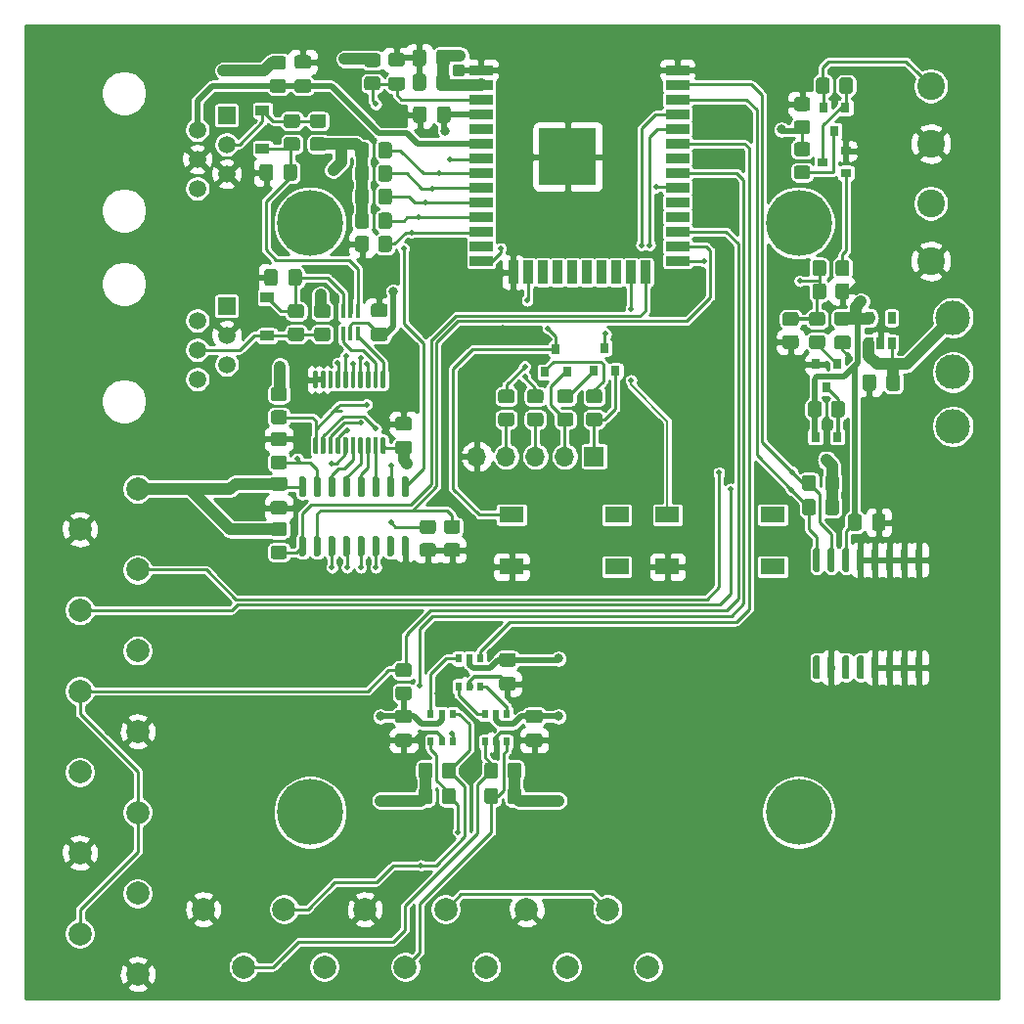
<source format=gtl>
G04 #@! TF.GenerationSoftware,KiCad,Pcbnew,(5.1.7)-1*
G04 #@! TF.CreationDate,2021-05-21T19:56:49+02:00*
G04 #@! TF.ProjectId,hlavniDPS,686c6176-6e69-4445-9053-2e6b69636164,rev?*
G04 #@! TF.SameCoordinates,Original*
G04 #@! TF.FileFunction,Copper,L1,Top*
G04 #@! TF.FilePolarity,Positive*
%FSLAX46Y46*%
G04 Gerber Fmt 4.6, Leading zero omitted, Abs format (unit mm)*
G04 Created by KiCad (PCBNEW (5.1.7)-1) date 2021-05-21 19:56:49*
%MOMM*%
%LPD*%
G01*
G04 APERTURE LIST*
G04 #@! TA.AperFunction,SMDPad,CuDef*
%ADD10R,2.100000X1.400000*%
G04 #@! TD*
G04 #@! TA.AperFunction,SMDPad,CuDef*
%ADD11R,0.550000X0.800000*%
G04 #@! TD*
G04 #@! TA.AperFunction,SMDPad,CuDef*
%ADD12R,2.000000X0.900000*%
G04 #@! TD*
G04 #@! TA.AperFunction,SMDPad,CuDef*
%ADD13R,0.900000X2.000000*%
G04 #@! TD*
G04 #@! TA.AperFunction,SMDPad,CuDef*
%ADD14R,5.000000X5.000000*%
G04 #@! TD*
G04 #@! TA.AperFunction,SMDPad,CuDef*
%ADD15R,0.400000X1.190000*%
G04 #@! TD*
G04 #@! TA.AperFunction,ComponentPad*
%ADD16C,2.000000*%
G04 #@! TD*
G04 #@! TA.AperFunction,ComponentPad*
%ADD17C,1.520000*%
G04 #@! TD*
G04 #@! TA.AperFunction,ComponentPad*
%ADD18R,1.520000X1.520000*%
G04 #@! TD*
G04 #@! TA.AperFunction,ComponentPad*
%ADD19C,2.400000*%
G04 #@! TD*
G04 #@! TA.AperFunction,ComponentPad*
%ADD20C,5.700000*%
G04 #@! TD*
G04 #@! TA.AperFunction,SMDPad,CuDef*
%ADD21R,0.900000X0.800000*%
G04 #@! TD*
G04 #@! TA.AperFunction,SMDPad,CuDef*
%ADD22R,0.800000X0.900000*%
G04 #@! TD*
G04 #@! TA.AperFunction,ComponentPad*
%ADD23R,1.700000X1.700000*%
G04 #@! TD*
G04 #@! TA.AperFunction,ComponentPad*
%ADD24O,1.700000X1.700000*%
G04 #@! TD*
G04 #@! TA.AperFunction,SMDPad,CuDef*
%ADD25R,0.650000X1.060000*%
G04 #@! TD*
G04 #@! TA.AperFunction,ComponentPad*
%ADD26C,3.000000*%
G04 #@! TD*
G04 #@! TA.AperFunction,SMDPad,CuDef*
%ADD27R,1.200000X0.900000*%
G04 #@! TD*
G04 #@! TA.AperFunction,ViaPad*
%ADD28C,3.000000*%
G04 #@! TD*
G04 #@! TA.AperFunction,ViaPad*
%ADD29C,0.800000*%
G04 #@! TD*
G04 #@! TA.AperFunction,ViaPad*
%ADD30C,0.500000*%
G04 #@! TD*
G04 #@! TA.AperFunction,Conductor*
%ADD31C,1.000000*%
G04 #@! TD*
G04 #@! TA.AperFunction,Conductor*
%ADD32C,0.500000*%
G04 #@! TD*
G04 #@! TA.AperFunction,Conductor*
%ADD33C,0.350000*%
G04 #@! TD*
G04 #@! TA.AperFunction,Conductor*
%ADD34C,0.250000*%
G04 #@! TD*
G04 #@! TA.AperFunction,Conductor*
%ADD35C,0.200000*%
G04 #@! TD*
G04 #@! TA.AperFunction,Conductor*
%ADD36C,0.254000*%
G04 #@! TD*
G04 #@! TA.AperFunction,Conductor*
%ADD37C,0.100000*%
G04 #@! TD*
G04 APERTURE END LIST*
D10*
X175050000Y-87750000D03*
X175050000Y-92250000D03*
X165950000Y-92250000D03*
X165950000Y-87750000D03*
G04 #@! TA.AperFunction,SMDPad,CuDef*
G36*
G01*
X142625000Y-106687500D02*
X143575000Y-106687500D01*
G75*
G02*
X143825000Y-106937500I0J-250000D01*
G01*
X143825000Y-107612500D01*
G75*
G02*
X143575000Y-107862500I-250000J0D01*
G01*
X142625000Y-107862500D01*
G75*
G02*
X142375000Y-107612500I0J250000D01*
G01*
X142375000Y-106937500D01*
G75*
G02*
X142625000Y-106687500I250000J0D01*
G01*
G37*
G04 #@! TD.AperFunction*
G04 #@! TA.AperFunction,SMDPad,CuDef*
G36*
G01*
X142625000Y-104612500D02*
X143575000Y-104612500D01*
G75*
G02*
X143825000Y-104862500I0J-250000D01*
G01*
X143825000Y-105537500D01*
G75*
G02*
X143575000Y-105787500I-250000J0D01*
G01*
X142625000Y-105787500D01*
G75*
G02*
X142375000Y-105537500I0J250000D01*
G01*
X142375000Y-104862500D01*
G75*
G02*
X142625000Y-104612500I250000J0D01*
G01*
G37*
G04 #@! TD.AperFunction*
D11*
X147850000Y-102600000D03*
X148800000Y-102600000D03*
X149750000Y-102600000D03*
X149750000Y-100200000D03*
X148800000Y-100200000D03*
X147850000Y-100200000D03*
G04 #@! TA.AperFunction,SMDPad,CuDef*
G36*
G01*
X146400000Y-110350001D02*
X146400000Y-109449999D01*
G75*
G02*
X146649999Y-109200000I249999J0D01*
G01*
X147350001Y-109200000D01*
G75*
G02*
X147600000Y-109449999I0J-249999D01*
G01*
X147600000Y-110350001D01*
G75*
G02*
X147350001Y-110600000I-249999J0D01*
G01*
X146649999Y-110600000D01*
G75*
G02*
X146400000Y-110350001I0J249999D01*
G01*
G37*
G04 #@! TD.AperFunction*
G04 #@! TA.AperFunction,SMDPad,CuDef*
G36*
G01*
X144400000Y-110350001D02*
X144400000Y-109449999D01*
G75*
G02*
X144649999Y-109200000I249999J0D01*
G01*
X145350001Y-109200000D01*
G75*
G02*
X145600000Y-109449999I0J-249999D01*
G01*
X145600000Y-110350001D01*
G75*
G02*
X145350001Y-110600000I-249999J0D01*
G01*
X144649999Y-110600000D01*
G75*
G02*
X144400000Y-110350001I0J249999D01*
G01*
G37*
G04 #@! TD.AperFunction*
G04 #@! TA.AperFunction,SMDPad,CuDef*
G36*
G01*
X151300000Y-109449999D02*
X151300000Y-110350001D01*
G75*
G02*
X151050001Y-110600000I-249999J0D01*
G01*
X150349999Y-110600000D01*
G75*
G02*
X150100000Y-110350001I0J249999D01*
G01*
X150100000Y-109449999D01*
G75*
G02*
X150349999Y-109200000I249999J0D01*
G01*
X151050001Y-109200000D01*
G75*
G02*
X151300000Y-109449999I0J-249999D01*
G01*
G37*
G04 #@! TD.AperFunction*
G04 #@! TA.AperFunction,SMDPad,CuDef*
G36*
G01*
X153300000Y-109449999D02*
X153300000Y-110350001D01*
G75*
G02*
X153050001Y-110600000I-249999J0D01*
G01*
X152349999Y-110600000D01*
G75*
G02*
X152100000Y-110350001I0J249999D01*
G01*
X152100000Y-109449999D01*
G75*
G02*
X152349999Y-109200000I249999J0D01*
G01*
X153050001Y-109200000D01*
G75*
G02*
X153300000Y-109449999I0J-249999D01*
G01*
G37*
G04 #@! TD.AperFunction*
G04 #@! TA.AperFunction,SMDPad,CuDef*
G36*
G01*
X151300000Y-111649999D02*
X151300000Y-112550001D01*
G75*
G02*
X151050001Y-112800000I-249999J0D01*
G01*
X150349999Y-112800000D01*
G75*
G02*
X150100000Y-112550001I0J249999D01*
G01*
X150100000Y-111649999D01*
G75*
G02*
X150349999Y-111400000I249999J0D01*
G01*
X151050001Y-111400000D01*
G75*
G02*
X151300000Y-111649999I0J-249999D01*
G01*
G37*
G04 #@! TD.AperFunction*
G04 #@! TA.AperFunction,SMDPad,CuDef*
G36*
G01*
X153300000Y-111649999D02*
X153300000Y-112550001D01*
G75*
G02*
X153050001Y-112800000I-249999J0D01*
G01*
X152349999Y-112800000D01*
G75*
G02*
X152100000Y-112550001I0J249999D01*
G01*
X152100000Y-111649999D01*
G75*
G02*
X152349999Y-111400000I249999J0D01*
G01*
X153050001Y-111400000D01*
G75*
G02*
X153300000Y-111649999I0J-249999D01*
G01*
G37*
G04 #@! TD.AperFunction*
G04 #@! TA.AperFunction,SMDPad,CuDef*
G36*
G01*
X146400000Y-112550001D02*
X146400000Y-111649999D01*
G75*
G02*
X146649999Y-111400000I249999J0D01*
G01*
X147350001Y-111400000D01*
G75*
G02*
X147600000Y-111649999I0J-249999D01*
G01*
X147600000Y-112550001D01*
G75*
G02*
X147350001Y-112800000I-249999J0D01*
G01*
X146649999Y-112800000D01*
G75*
G02*
X146400000Y-112550001I0J249999D01*
G01*
G37*
G04 #@! TD.AperFunction*
G04 #@! TA.AperFunction,SMDPad,CuDef*
G36*
G01*
X144400000Y-112550001D02*
X144400000Y-111649999D01*
G75*
G02*
X144649999Y-111400000I249999J0D01*
G01*
X145350001Y-111400000D01*
G75*
G02*
X145600000Y-111649999I0J-249999D01*
G01*
X145600000Y-112550001D01*
G75*
G02*
X145350001Y-112800000I-249999J0D01*
G01*
X144649999Y-112800000D01*
G75*
G02*
X144400000Y-112550001I0J249999D01*
G01*
G37*
G04 #@! TD.AperFunction*
G04 #@! TA.AperFunction,SMDPad,CuDef*
G36*
G01*
X143550001Y-101800000D02*
X142649999Y-101800000D01*
G75*
G02*
X142400000Y-101550001I0J249999D01*
G01*
X142400000Y-100849999D01*
G75*
G02*
X142649999Y-100600000I249999J0D01*
G01*
X143550001Y-100600000D01*
G75*
G02*
X143800000Y-100849999I0J-249999D01*
G01*
X143800000Y-101550001D01*
G75*
G02*
X143550001Y-101800000I-249999J0D01*
G01*
G37*
G04 #@! TD.AperFunction*
G04 #@! TA.AperFunction,SMDPad,CuDef*
G36*
G01*
X143550001Y-103800000D02*
X142649999Y-103800000D01*
G75*
G02*
X142400000Y-103550001I0J249999D01*
G01*
X142400000Y-102849999D01*
G75*
G02*
X142649999Y-102600000I249999J0D01*
G01*
X143550001Y-102600000D01*
G75*
G02*
X143800000Y-102849999I0J-249999D01*
G01*
X143800000Y-103550001D01*
G75*
G02*
X143550001Y-103800000I-249999J0D01*
G01*
G37*
G04 #@! TD.AperFunction*
G04 #@! TA.AperFunction,SMDPad,CuDef*
G36*
G01*
X153925000Y-106687500D02*
X154875000Y-106687500D01*
G75*
G02*
X155125000Y-106937500I0J-250000D01*
G01*
X155125000Y-107612500D01*
G75*
G02*
X154875000Y-107862500I-250000J0D01*
G01*
X153925000Y-107862500D01*
G75*
G02*
X153675000Y-107612500I0J250000D01*
G01*
X153675000Y-106937500D01*
G75*
G02*
X153925000Y-106687500I250000J0D01*
G01*
G37*
G04 #@! TD.AperFunction*
G04 #@! TA.AperFunction,SMDPad,CuDef*
G36*
G01*
X153925000Y-104612500D02*
X154875000Y-104612500D01*
G75*
G02*
X155125000Y-104862500I0J-250000D01*
G01*
X155125000Y-105537500D01*
G75*
G02*
X154875000Y-105787500I-250000J0D01*
G01*
X153925000Y-105787500D01*
G75*
G02*
X153675000Y-105537500I0J250000D01*
G01*
X153675000Y-104862500D01*
G75*
G02*
X153925000Y-104612500I250000J0D01*
G01*
G37*
G04 #@! TD.AperFunction*
G04 #@! TA.AperFunction,SMDPad,CuDef*
G36*
G01*
X151625000Y-101787500D02*
X152575000Y-101787500D01*
G75*
G02*
X152825000Y-102037500I0J-250000D01*
G01*
X152825000Y-102712500D01*
G75*
G02*
X152575000Y-102962500I-250000J0D01*
G01*
X151625000Y-102962500D01*
G75*
G02*
X151375000Y-102712500I0J250000D01*
G01*
X151375000Y-102037500D01*
G75*
G02*
X151625000Y-101787500I250000J0D01*
G01*
G37*
G04 #@! TD.AperFunction*
G04 #@! TA.AperFunction,SMDPad,CuDef*
G36*
G01*
X151625000Y-99712500D02*
X152575000Y-99712500D01*
G75*
G02*
X152825000Y-99962500I0J-250000D01*
G01*
X152825000Y-100637500D01*
G75*
G02*
X152575000Y-100887500I-250000J0D01*
G01*
X151625000Y-100887500D01*
G75*
G02*
X151375000Y-100637500I0J250000D01*
G01*
X151375000Y-99962500D01*
G75*
G02*
X151625000Y-99712500I250000J0D01*
G01*
G37*
G04 #@! TD.AperFunction*
X150150000Y-107400000D03*
X151100000Y-107400000D03*
X152050000Y-107400000D03*
X152050000Y-105000000D03*
X151100000Y-105000000D03*
X150150000Y-105000000D03*
X145450000Y-107400000D03*
X146400000Y-107400000D03*
X147350000Y-107400000D03*
X147350000Y-105000000D03*
X146400000Y-105000000D03*
X145450000Y-105000000D03*
D12*
X166810000Y-49245000D03*
X166810000Y-50515000D03*
X166810000Y-51785000D03*
X166810000Y-53055000D03*
X166810000Y-54325000D03*
X166810000Y-55595000D03*
X166810000Y-56865000D03*
X166810000Y-58135000D03*
X166810000Y-59405000D03*
X166810000Y-60675000D03*
X166810000Y-61945000D03*
X166810000Y-63215000D03*
X166810000Y-64485000D03*
X166810000Y-65755000D03*
D13*
X164025000Y-66755000D03*
X162755000Y-66755000D03*
X161485000Y-66755000D03*
X160215000Y-66755000D03*
X158945000Y-66755000D03*
X157675000Y-66755000D03*
X156405000Y-66755000D03*
X155135000Y-66755000D03*
X153865000Y-66755000D03*
X152595000Y-66755000D03*
D12*
X149810000Y-65755000D03*
X149810000Y-64485000D03*
X149810000Y-63215000D03*
X149810000Y-61945000D03*
X149810000Y-60675000D03*
X149810000Y-59405000D03*
X149810000Y-58135000D03*
X149810000Y-56865000D03*
X149810000Y-55595000D03*
X149810000Y-54325000D03*
X149810000Y-53055000D03*
X149810000Y-51785000D03*
X149810000Y-50515000D03*
X149810000Y-49245000D03*
D14*
X157310000Y-56745000D03*
G04 #@! TA.AperFunction,SMDPad,CuDef*
G36*
G01*
X136150001Y-56260000D02*
X135249999Y-56260000D01*
G75*
G02*
X135000000Y-56010001I0J249999D01*
G01*
X135000000Y-55309999D01*
G75*
G02*
X135249999Y-55060000I249999J0D01*
G01*
X136150001Y-55060000D01*
G75*
G02*
X136400000Y-55309999I0J-249999D01*
G01*
X136400000Y-56010001D01*
G75*
G02*
X136150001Y-56260000I-249999J0D01*
G01*
G37*
G04 #@! TD.AperFunction*
G04 #@! TA.AperFunction,SMDPad,CuDef*
G36*
G01*
X136150001Y-54260000D02*
X135249999Y-54260000D01*
G75*
G02*
X135000000Y-54010001I0J249999D01*
G01*
X135000000Y-53309999D01*
G75*
G02*
X135249999Y-53060000I249999J0D01*
G01*
X136150001Y-53060000D01*
G75*
G02*
X136400000Y-53309999I0J-249999D01*
G01*
X136400000Y-54010001D01*
G75*
G02*
X136150001Y-54260000I-249999J0D01*
G01*
G37*
G04 #@! TD.AperFunction*
D15*
X139150000Y-70140000D03*
X138500000Y-70140000D03*
X137850000Y-70140000D03*
X137850000Y-72060000D03*
X138500000Y-72060000D03*
X139150000Y-72060000D03*
G04 #@! TA.AperFunction,SMDPad,CuDef*
G36*
G01*
X145050000Y-47725000D02*
X145050000Y-48675000D01*
G75*
G02*
X144800000Y-48925000I-250000J0D01*
G01*
X144125000Y-48925000D01*
G75*
G02*
X143875000Y-48675000I0J250000D01*
G01*
X143875000Y-47725000D01*
G75*
G02*
X144125000Y-47475000I250000J0D01*
G01*
X144800000Y-47475000D01*
G75*
G02*
X145050000Y-47725000I0J-250000D01*
G01*
G37*
G04 #@! TD.AperFunction*
G04 #@! TA.AperFunction,SMDPad,CuDef*
G36*
G01*
X147125000Y-47725000D02*
X147125000Y-48675000D01*
G75*
G02*
X146875000Y-48925000I-250000J0D01*
G01*
X146200000Y-48925000D01*
G75*
G02*
X145950000Y-48675000I0J250000D01*
G01*
X145950000Y-47725000D01*
G75*
G02*
X146200000Y-47475000I250000J0D01*
G01*
X146875000Y-47475000D01*
G75*
G02*
X147125000Y-47725000I0J-250000D01*
G01*
G37*
G04 #@! TD.AperFunction*
D16*
X160750000Y-121900000D03*
X164250000Y-126900000D03*
X153750000Y-121900000D03*
X157250000Y-126900000D03*
X146750000Y-121900000D03*
X150250000Y-126900000D03*
X139750000Y-121900000D03*
X143250000Y-126900000D03*
X132750000Y-121900000D03*
X136250000Y-126900000D03*
X125750000Y-121900000D03*
X129250000Y-126900000D03*
D17*
X125240000Y-76025000D03*
X127780000Y-74755000D03*
X125240000Y-73485000D03*
X127780000Y-72215000D03*
X125240000Y-70945000D03*
D18*
X127780000Y-69675000D03*
G04 #@! TA.AperFunction,SMDPad,CuDef*
G36*
G01*
X144749999Y-90200000D02*
X145650001Y-90200000D01*
G75*
G02*
X145900000Y-90449999I0J-249999D01*
G01*
X145900000Y-91150001D01*
G75*
G02*
X145650001Y-91400000I-249999J0D01*
G01*
X144749999Y-91400000D01*
G75*
G02*
X144500000Y-91150001I0J249999D01*
G01*
X144500000Y-90449999D01*
G75*
G02*
X144749999Y-90200000I249999J0D01*
G01*
G37*
G04 #@! TD.AperFunction*
G04 #@! TA.AperFunction,SMDPad,CuDef*
G36*
G01*
X144749999Y-88200000D02*
X145650001Y-88200000D01*
G75*
G02*
X145900000Y-88449999I0J-249999D01*
G01*
X145900000Y-89150001D01*
G75*
G02*
X145650001Y-89400000I-249999J0D01*
G01*
X144749999Y-89400000D01*
G75*
G02*
X144500000Y-89150001I0J249999D01*
G01*
X144500000Y-88449999D01*
G75*
G02*
X144749999Y-88200000I249999J0D01*
G01*
G37*
G04 #@! TD.AperFunction*
D19*
X188740000Y-60785000D03*
X188740000Y-65785000D03*
X188740000Y-50625000D03*
X188740000Y-55625000D03*
D20*
X177300000Y-62500000D03*
X135000000Y-113500000D03*
X177300000Y-113500000D03*
X135000000Y-62500000D03*
G04 #@! TA.AperFunction,SMDPad,CuDef*
G36*
G01*
X145087500Y-52625000D02*
X145087500Y-53575000D01*
G75*
G02*
X144837500Y-53825000I-250000J0D01*
G01*
X144162500Y-53825000D01*
G75*
G02*
X143912500Y-53575000I0J250000D01*
G01*
X143912500Y-52625000D01*
G75*
G02*
X144162500Y-52375000I250000J0D01*
G01*
X144837500Y-52375000D01*
G75*
G02*
X145087500Y-52625000I0J-250000D01*
G01*
G37*
G04 #@! TD.AperFunction*
G04 #@! TA.AperFunction,SMDPad,CuDef*
G36*
G01*
X147162500Y-52625000D02*
X147162500Y-53575000D01*
G75*
G02*
X146912500Y-53825000I-250000J0D01*
G01*
X146237500Y-53825000D01*
G75*
G02*
X145987500Y-53575000I0J250000D01*
G01*
X145987500Y-52625000D01*
G75*
G02*
X146237500Y-52375000I250000J0D01*
G01*
X146912500Y-52375000D01*
G75*
G02*
X147162500Y-52625000I0J-250000D01*
G01*
G37*
G04 #@! TD.AperFunction*
G04 #@! TA.AperFunction,SMDPad,CuDef*
G36*
G01*
X178050001Y-54800000D02*
X177149999Y-54800000D01*
G75*
G02*
X176900000Y-54550001I0J249999D01*
G01*
X176900000Y-53849999D01*
G75*
G02*
X177149999Y-53600000I249999J0D01*
G01*
X178050001Y-53600000D01*
G75*
G02*
X178300000Y-53849999I0J-249999D01*
G01*
X178300000Y-54550001D01*
G75*
G02*
X178050001Y-54800000I-249999J0D01*
G01*
G37*
G04 #@! TD.AperFunction*
G04 #@! TA.AperFunction,SMDPad,CuDef*
G36*
G01*
X178050001Y-52800000D02*
X177149999Y-52800000D01*
G75*
G02*
X176900000Y-52550001I0J249999D01*
G01*
X176900000Y-51849999D01*
G75*
G02*
X177149999Y-51600000I249999J0D01*
G01*
X178050001Y-51600000D01*
G75*
G02*
X178300000Y-51849999I0J-249999D01*
G01*
X178300000Y-52550001D01*
G75*
G02*
X178050001Y-52800000I-249999J0D01*
G01*
G37*
G04 #@! TD.AperFunction*
G04 #@! TA.AperFunction,SMDPad,CuDef*
G36*
G01*
X178500000Y-68850001D02*
X178500000Y-67949999D01*
G75*
G02*
X178749999Y-67700000I249999J0D01*
G01*
X179450001Y-67700000D01*
G75*
G02*
X179700000Y-67949999I0J-249999D01*
G01*
X179700000Y-68850001D01*
G75*
G02*
X179450001Y-69100000I-249999J0D01*
G01*
X178749999Y-69100000D01*
G75*
G02*
X178500000Y-68850001I0J249999D01*
G01*
G37*
G04 #@! TD.AperFunction*
G04 #@! TA.AperFunction,SMDPad,CuDef*
G36*
G01*
X180500000Y-68850001D02*
X180500000Y-67949999D01*
G75*
G02*
X180749999Y-67700000I249999J0D01*
G01*
X181450001Y-67700000D01*
G75*
G02*
X181700000Y-67949999I0J-249999D01*
G01*
X181700000Y-68850001D01*
G75*
G02*
X181450001Y-69100000I-249999J0D01*
G01*
X180749999Y-69100000D01*
G75*
G02*
X180500000Y-68850001I0J249999D01*
G01*
G37*
G04 #@! TD.AperFunction*
G04 #@! TA.AperFunction,SMDPad,CuDef*
G36*
G01*
X178050001Y-58700000D02*
X177149999Y-58700000D01*
G75*
G02*
X176900000Y-58450001I0J249999D01*
G01*
X176900000Y-57749999D01*
G75*
G02*
X177149999Y-57500000I249999J0D01*
G01*
X178050001Y-57500000D01*
G75*
G02*
X178300000Y-57749999I0J-249999D01*
G01*
X178300000Y-58450001D01*
G75*
G02*
X178050001Y-58700000I-249999J0D01*
G01*
G37*
G04 #@! TD.AperFunction*
G04 #@! TA.AperFunction,SMDPad,CuDef*
G36*
G01*
X178050001Y-56700000D02*
X177149999Y-56700000D01*
G75*
G02*
X176900000Y-56450001I0J249999D01*
G01*
X176900000Y-55749999D01*
G75*
G02*
X177149999Y-55500000I249999J0D01*
G01*
X178050001Y-55500000D01*
G75*
G02*
X178300000Y-55749999I0J-249999D01*
G01*
X178300000Y-56450001D01*
G75*
G02*
X178050001Y-56700000I-249999J0D01*
G01*
G37*
G04 #@! TD.AperFunction*
G04 #@! TA.AperFunction,SMDPad,CuDef*
G36*
G01*
X181700000Y-65949999D02*
X181700000Y-66850001D01*
G75*
G02*
X181450001Y-67100000I-249999J0D01*
G01*
X180749999Y-67100000D01*
G75*
G02*
X180500000Y-66850001I0J249999D01*
G01*
X180500000Y-65949999D01*
G75*
G02*
X180749999Y-65700000I249999J0D01*
G01*
X181450001Y-65700000D01*
G75*
G02*
X181700000Y-65949999I0J-249999D01*
G01*
G37*
G04 #@! TD.AperFunction*
G04 #@! TA.AperFunction,SMDPad,CuDef*
G36*
G01*
X179700000Y-65949999D02*
X179700000Y-66850001D01*
G75*
G02*
X179450001Y-67100000I-249999J0D01*
G01*
X178749999Y-67100000D01*
G75*
G02*
X178500000Y-66850001I0J249999D01*
G01*
X178500000Y-65949999D01*
G75*
G02*
X178749999Y-65700000I249999J0D01*
G01*
X179450001Y-65700000D01*
G75*
G02*
X179700000Y-65949999I0J-249999D01*
G01*
G37*
G04 #@! TD.AperFunction*
G04 #@! TA.AperFunction,SMDPad,CuDef*
G36*
G01*
X178800000Y-51050001D02*
X178800000Y-50149999D01*
G75*
G02*
X179049999Y-49900000I249999J0D01*
G01*
X179750001Y-49900000D01*
G75*
G02*
X180000000Y-50149999I0J-249999D01*
G01*
X180000000Y-51050001D01*
G75*
G02*
X179750001Y-51300000I-249999J0D01*
G01*
X179049999Y-51300000D01*
G75*
G02*
X178800000Y-51050001I0J249999D01*
G01*
G37*
G04 #@! TD.AperFunction*
G04 #@! TA.AperFunction,SMDPad,CuDef*
G36*
G01*
X180800000Y-51050001D02*
X180800000Y-50149999D01*
G75*
G02*
X181049999Y-49900000I249999J0D01*
G01*
X181750001Y-49900000D01*
G75*
G02*
X182000000Y-50149999I0J-249999D01*
G01*
X182000000Y-51050001D01*
G75*
G02*
X181750001Y-51300000I-249999J0D01*
G01*
X181049999Y-51300000D01*
G75*
G02*
X180800000Y-51050001I0J249999D01*
G01*
G37*
G04 #@! TD.AperFunction*
D21*
X181400000Y-58150000D03*
X181400000Y-56250000D03*
X179400000Y-57200000D03*
D22*
X181350000Y-52500000D03*
X179450000Y-52500000D03*
X180400000Y-54500000D03*
X179700000Y-83000000D03*
X178750000Y-81000000D03*
X180650000Y-81000000D03*
D10*
X161550000Y-87750000D03*
X161550000Y-92250000D03*
X152450000Y-92250000D03*
X152450000Y-87750000D03*
D17*
X125240000Y-59515000D03*
X127780000Y-58245000D03*
X125240000Y-56975000D03*
X127780000Y-55705000D03*
X125240000Y-54435000D03*
D18*
X127780000Y-53165000D03*
G04 #@! TA.AperFunction,SMDPad,CuDef*
G36*
G01*
X134505000Y-91350000D02*
X134205000Y-91350000D01*
G75*
G02*
X134055000Y-91200000I0J150000D01*
G01*
X134055000Y-89750000D01*
G75*
G02*
X134205000Y-89600000I150000J0D01*
G01*
X134505000Y-89600000D01*
G75*
G02*
X134655000Y-89750000I0J-150000D01*
G01*
X134655000Y-91200000D01*
G75*
G02*
X134505000Y-91350000I-150000J0D01*
G01*
G37*
G04 #@! TD.AperFunction*
G04 #@! TA.AperFunction,SMDPad,CuDef*
G36*
G01*
X135775000Y-91350000D02*
X135475000Y-91350000D01*
G75*
G02*
X135325000Y-91200000I0J150000D01*
G01*
X135325000Y-89750000D01*
G75*
G02*
X135475000Y-89600000I150000J0D01*
G01*
X135775000Y-89600000D01*
G75*
G02*
X135925000Y-89750000I0J-150000D01*
G01*
X135925000Y-91200000D01*
G75*
G02*
X135775000Y-91350000I-150000J0D01*
G01*
G37*
G04 #@! TD.AperFunction*
G04 #@! TA.AperFunction,SMDPad,CuDef*
G36*
G01*
X137045000Y-91350000D02*
X136745000Y-91350000D01*
G75*
G02*
X136595000Y-91200000I0J150000D01*
G01*
X136595000Y-89750000D01*
G75*
G02*
X136745000Y-89600000I150000J0D01*
G01*
X137045000Y-89600000D01*
G75*
G02*
X137195000Y-89750000I0J-150000D01*
G01*
X137195000Y-91200000D01*
G75*
G02*
X137045000Y-91350000I-150000J0D01*
G01*
G37*
G04 #@! TD.AperFunction*
G04 #@! TA.AperFunction,SMDPad,CuDef*
G36*
G01*
X138315000Y-91350000D02*
X138015000Y-91350000D01*
G75*
G02*
X137865000Y-91200000I0J150000D01*
G01*
X137865000Y-89750000D01*
G75*
G02*
X138015000Y-89600000I150000J0D01*
G01*
X138315000Y-89600000D01*
G75*
G02*
X138465000Y-89750000I0J-150000D01*
G01*
X138465000Y-91200000D01*
G75*
G02*
X138315000Y-91350000I-150000J0D01*
G01*
G37*
G04 #@! TD.AperFunction*
G04 #@! TA.AperFunction,SMDPad,CuDef*
G36*
G01*
X139585000Y-91350000D02*
X139285000Y-91350000D01*
G75*
G02*
X139135000Y-91200000I0J150000D01*
G01*
X139135000Y-89750000D01*
G75*
G02*
X139285000Y-89600000I150000J0D01*
G01*
X139585000Y-89600000D01*
G75*
G02*
X139735000Y-89750000I0J-150000D01*
G01*
X139735000Y-91200000D01*
G75*
G02*
X139585000Y-91350000I-150000J0D01*
G01*
G37*
G04 #@! TD.AperFunction*
G04 #@! TA.AperFunction,SMDPad,CuDef*
G36*
G01*
X140855000Y-91350000D02*
X140555000Y-91350000D01*
G75*
G02*
X140405000Y-91200000I0J150000D01*
G01*
X140405000Y-89750000D01*
G75*
G02*
X140555000Y-89600000I150000J0D01*
G01*
X140855000Y-89600000D01*
G75*
G02*
X141005000Y-89750000I0J-150000D01*
G01*
X141005000Y-91200000D01*
G75*
G02*
X140855000Y-91350000I-150000J0D01*
G01*
G37*
G04 #@! TD.AperFunction*
G04 #@! TA.AperFunction,SMDPad,CuDef*
G36*
G01*
X142125000Y-91350000D02*
X141825000Y-91350000D01*
G75*
G02*
X141675000Y-91200000I0J150000D01*
G01*
X141675000Y-89750000D01*
G75*
G02*
X141825000Y-89600000I150000J0D01*
G01*
X142125000Y-89600000D01*
G75*
G02*
X142275000Y-89750000I0J-150000D01*
G01*
X142275000Y-91200000D01*
G75*
G02*
X142125000Y-91350000I-150000J0D01*
G01*
G37*
G04 #@! TD.AperFunction*
G04 #@! TA.AperFunction,SMDPad,CuDef*
G36*
G01*
X143395000Y-91350000D02*
X143095000Y-91350000D01*
G75*
G02*
X142945000Y-91200000I0J150000D01*
G01*
X142945000Y-89750000D01*
G75*
G02*
X143095000Y-89600000I150000J0D01*
G01*
X143395000Y-89600000D01*
G75*
G02*
X143545000Y-89750000I0J-150000D01*
G01*
X143545000Y-91200000D01*
G75*
G02*
X143395000Y-91350000I-150000J0D01*
G01*
G37*
G04 #@! TD.AperFunction*
G04 #@! TA.AperFunction,SMDPad,CuDef*
G36*
G01*
X143395000Y-86200000D02*
X143095000Y-86200000D01*
G75*
G02*
X142945000Y-86050000I0J150000D01*
G01*
X142945000Y-84600000D01*
G75*
G02*
X143095000Y-84450000I150000J0D01*
G01*
X143395000Y-84450000D01*
G75*
G02*
X143545000Y-84600000I0J-150000D01*
G01*
X143545000Y-86050000D01*
G75*
G02*
X143395000Y-86200000I-150000J0D01*
G01*
G37*
G04 #@! TD.AperFunction*
G04 #@! TA.AperFunction,SMDPad,CuDef*
G36*
G01*
X142125000Y-86200000D02*
X141825000Y-86200000D01*
G75*
G02*
X141675000Y-86050000I0J150000D01*
G01*
X141675000Y-84600000D01*
G75*
G02*
X141825000Y-84450000I150000J0D01*
G01*
X142125000Y-84450000D01*
G75*
G02*
X142275000Y-84600000I0J-150000D01*
G01*
X142275000Y-86050000D01*
G75*
G02*
X142125000Y-86200000I-150000J0D01*
G01*
G37*
G04 #@! TD.AperFunction*
G04 #@! TA.AperFunction,SMDPad,CuDef*
G36*
G01*
X140855000Y-86200000D02*
X140555000Y-86200000D01*
G75*
G02*
X140405000Y-86050000I0J150000D01*
G01*
X140405000Y-84600000D01*
G75*
G02*
X140555000Y-84450000I150000J0D01*
G01*
X140855000Y-84450000D01*
G75*
G02*
X141005000Y-84600000I0J-150000D01*
G01*
X141005000Y-86050000D01*
G75*
G02*
X140855000Y-86200000I-150000J0D01*
G01*
G37*
G04 #@! TD.AperFunction*
G04 #@! TA.AperFunction,SMDPad,CuDef*
G36*
G01*
X139585000Y-86200000D02*
X139285000Y-86200000D01*
G75*
G02*
X139135000Y-86050000I0J150000D01*
G01*
X139135000Y-84600000D01*
G75*
G02*
X139285000Y-84450000I150000J0D01*
G01*
X139585000Y-84450000D01*
G75*
G02*
X139735000Y-84600000I0J-150000D01*
G01*
X139735000Y-86050000D01*
G75*
G02*
X139585000Y-86200000I-150000J0D01*
G01*
G37*
G04 #@! TD.AperFunction*
G04 #@! TA.AperFunction,SMDPad,CuDef*
G36*
G01*
X138315000Y-86200000D02*
X138015000Y-86200000D01*
G75*
G02*
X137865000Y-86050000I0J150000D01*
G01*
X137865000Y-84600000D01*
G75*
G02*
X138015000Y-84450000I150000J0D01*
G01*
X138315000Y-84450000D01*
G75*
G02*
X138465000Y-84600000I0J-150000D01*
G01*
X138465000Y-86050000D01*
G75*
G02*
X138315000Y-86200000I-150000J0D01*
G01*
G37*
G04 #@! TD.AperFunction*
G04 #@! TA.AperFunction,SMDPad,CuDef*
G36*
G01*
X137045000Y-86200000D02*
X136745000Y-86200000D01*
G75*
G02*
X136595000Y-86050000I0J150000D01*
G01*
X136595000Y-84600000D01*
G75*
G02*
X136745000Y-84450000I150000J0D01*
G01*
X137045000Y-84450000D01*
G75*
G02*
X137195000Y-84600000I0J-150000D01*
G01*
X137195000Y-86050000D01*
G75*
G02*
X137045000Y-86200000I-150000J0D01*
G01*
G37*
G04 #@! TD.AperFunction*
G04 #@! TA.AperFunction,SMDPad,CuDef*
G36*
G01*
X135775000Y-86200000D02*
X135475000Y-86200000D01*
G75*
G02*
X135325000Y-86050000I0J150000D01*
G01*
X135325000Y-84600000D01*
G75*
G02*
X135475000Y-84450000I150000J0D01*
G01*
X135775000Y-84450000D01*
G75*
G02*
X135925000Y-84600000I0J-150000D01*
G01*
X135925000Y-86050000D01*
G75*
G02*
X135775000Y-86200000I-150000J0D01*
G01*
G37*
G04 #@! TD.AperFunction*
G04 #@! TA.AperFunction,SMDPad,CuDef*
G36*
G01*
X134505000Y-86200000D02*
X134205000Y-86200000D01*
G75*
G02*
X134055000Y-86050000I0J150000D01*
G01*
X134055000Y-84600000D01*
G75*
G02*
X134205000Y-84450000I150000J0D01*
G01*
X134505000Y-84450000D01*
G75*
G02*
X134655000Y-84600000I0J-150000D01*
G01*
X134655000Y-86050000D01*
G75*
G02*
X134505000Y-86200000I-150000J0D01*
G01*
G37*
G04 #@! TD.AperFunction*
G04 #@! TA.AperFunction,SMDPad,CuDef*
G36*
G01*
X141225000Y-81025000D02*
X141425000Y-81025000D01*
G75*
G02*
X141525000Y-81125000I0J-100000D01*
G01*
X141525000Y-82400000D01*
G75*
G02*
X141425000Y-82500000I-100000J0D01*
G01*
X141225000Y-82500000D01*
G75*
G02*
X141125000Y-82400000I0J100000D01*
G01*
X141125000Y-81125000D01*
G75*
G02*
X141225000Y-81025000I100000J0D01*
G01*
G37*
G04 #@! TD.AperFunction*
G04 #@! TA.AperFunction,SMDPad,CuDef*
G36*
G01*
X140575000Y-81025000D02*
X140775000Y-81025000D01*
G75*
G02*
X140875000Y-81125000I0J-100000D01*
G01*
X140875000Y-82400000D01*
G75*
G02*
X140775000Y-82500000I-100000J0D01*
G01*
X140575000Y-82500000D01*
G75*
G02*
X140475000Y-82400000I0J100000D01*
G01*
X140475000Y-81125000D01*
G75*
G02*
X140575000Y-81025000I100000J0D01*
G01*
G37*
G04 #@! TD.AperFunction*
G04 #@! TA.AperFunction,SMDPad,CuDef*
G36*
G01*
X139925000Y-81025000D02*
X140125000Y-81025000D01*
G75*
G02*
X140225000Y-81125000I0J-100000D01*
G01*
X140225000Y-82400000D01*
G75*
G02*
X140125000Y-82500000I-100000J0D01*
G01*
X139925000Y-82500000D01*
G75*
G02*
X139825000Y-82400000I0J100000D01*
G01*
X139825000Y-81125000D01*
G75*
G02*
X139925000Y-81025000I100000J0D01*
G01*
G37*
G04 #@! TD.AperFunction*
G04 #@! TA.AperFunction,SMDPad,CuDef*
G36*
G01*
X139275000Y-81025000D02*
X139475000Y-81025000D01*
G75*
G02*
X139575000Y-81125000I0J-100000D01*
G01*
X139575000Y-82400000D01*
G75*
G02*
X139475000Y-82500000I-100000J0D01*
G01*
X139275000Y-82500000D01*
G75*
G02*
X139175000Y-82400000I0J100000D01*
G01*
X139175000Y-81125000D01*
G75*
G02*
X139275000Y-81025000I100000J0D01*
G01*
G37*
G04 #@! TD.AperFunction*
G04 #@! TA.AperFunction,SMDPad,CuDef*
G36*
G01*
X138625000Y-81025000D02*
X138825000Y-81025000D01*
G75*
G02*
X138925000Y-81125000I0J-100000D01*
G01*
X138925000Y-82400000D01*
G75*
G02*
X138825000Y-82500000I-100000J0D01*
G01*
X138625000Y-82500000D01*
G75*
G02*
X138525000Y-82400000I0J100000D01*
G01*
X138525000Y-81125000D01*
G75*
G02*
X138625000Y-81025000I100000J0D01*
G01*
G37*
G04 #@! TD.AperFunction*
G04 #@! TA.AperFunction,SMDPad,CuDef*
G36*
G01*
X137975000Y-81025000D02*
X138175000Y-81025000D01*
G75*
G02*
X138275000Y-81125000I0J-100000D01*
G01*
X138275000Y-82400000D01*
G75*
G02*
X138175000Y-82500000I-100000J0D01*
G01*
X137975000Y-82500000D01*
G75*
G02*
X137875000Y-82400000I0J100000D01*
G01*
X137875000Y-81125000D01*
G75*
G02*
X137975000Y-81025000I100000J0D01*
G01*
G37*
G04 #@! TD.AperFunction*
G04 #@! TA.AperFunction,SMDPad,CuDef*
G36*
G01*
X137325000Y-81025000D02*
X137525000Y-81025000D01*
G75*
G02*
X137625000Y-81125000I0J-100000D01*
G01*
X137625000Y-82400000D01*
G75*
G02*
X137525000Y-82500000I-100000J0D01*
G01*
X137325000Y-82500000D01*
G75*
G02*
X137225000Y-82400000I0J100000D01*
G01*
X137225000Y-81125000D01*
G75*
G02*
X137325000Y-81025000I100000J0D01*
G01*
G37*
G04 #@! TD.AperFunction*
G04 #@! TA.AperFunction,SMDPad,CuDef*
G36*
G01*
X136675000Y-81025000D02*
X136875000Y-81025000D01*
G75*
G02*
X136975000Y-81125000I0J-100000D01*
G01*
X136975000Y-82400000D01*
G75*
G02*
X136875000Y-82500000I-100000J0D01*
G01*
X136675000Y-82500000D01*
G75*
G02*
X136575000Y-82400000I0J100000D01*
G01*
X136575000Y-81125000D01*
G75*
G02*
X136675000Y-81025000I100000J0D01*
G01*
G37*
G04 #@! TD.AperFunction*
G04 #@! TA.AperFunction,SMDPad,CuDef*
G36*
G01*
X136025000Y-81025000D02*
X136225000Y-81025000D01*
G75*
G02*
X136325000Y-81125000I0J-100000D01*
G01*
X136325000Y-82400000D01*
G75*
G02*
X136225000Y-82500000I-100000J0D01*
G01*
X136025000Y-82500000D01*
G75*
G02*
X135925000Y-82400000I0J100000D01*
G01*
X135925000Y-81125000D01*
G75*
G02*
X136025000Y-81025000I100000J0D01*
G01*
G37*
G04 #@! TD.AperFunction*
G04 #@! TA.AperFunction,SMDPad,CuDef*
G36*
G01*
X135375000Y-81025000D02*
X135575000Y-81025000D01*
G75*
G02*
X135675000Y-81125000I0J-100000D01*
G01*
X135675000Y-82400000D01*
G75*
G02*
X135575000Y-82500000I-100000J0D01*
G01*
X135375000Y-82500000D01*
G75*
G02*
X135275000Y-82400000I0J100000D01*
G01*
X135275000Y-81125000D01*
G75*
G02*
X135375000Y-81025000I100000J0D01*
G01*
G37*
G04 #@! TD.AperFunction*
G04 #@! TA.AperFunction,SMDPad,CuDef*
G36*
G01*
X135375000Y-75300000D02*
X135575000Y-75300000D01*
G75*
G02*
X135675000Y-75400000I0J-100000D01*
G01*
X135675000Y-76675000D01*
G75*
G02*
X135575000Y-76775000I-100000J0D01*
G01*
X135375000Y-76775000D01*
G75*
G02*
X135275000Y-76675000I0J100000D01*
G01*
X135275000Y-75400000D01*
G75*
G02*
X135375000Y-75300000I100000J0D01*
G01*
G37*
G04 #@! TD.AperFunction*
G04 #@! TA.AperFunction,SMDPad,CuDef*
G36*
G01*
X136025000Y-75300000D02*
X136225000Y-75300000D01*
G75*
G02*
X136325000Y-75400000I0J-100000D01*
G01*
X136325000Y-76675000D01*
G75*
G02*
X136225000Y-76775000I-100000J0D01*
G01*
X136025000Y-76775000D01*
G75*
G02*
X135925000Y-76675000I0J100000D01*
G01*
X135925000Y-75400000D01*
G75*
G02*
X136025000Y-75300000I100000J0D01*
G01*
G37*
G04 #@! TD.AperFunction*
G04 #@! TA.AperFunction,SMDPad,CuDef*
G36*
G01*
X136675000Y-75300000D02*
X136875000Y-75300000D01*
G75*
G02*
X136975000Y-75400000I0J-100000D01*
G01*
X136975000Y-76675000D01*
G75*
G02*
X136875000Y-76775000I-100000J0D01*
G01*
X136675000Y-76775000D01*
G75*
G02*
X136575000Y-76675000I0J100000D01*
G01*
X136575000Y-75400000D01*
G75*
G02*
X136675000Y-75300000I100000J0D01*
G01*
G37*
G04 #@! TD.AperFunction*
G04 #@! TA.AperFunction,SMDPad,CuDef*
G36*
G01*
X137325000Y-75300000D02*
X137525000Y-75300000D01*
G75*
G02*
X137625000Y-75400000I0J-100000D01*
G01*
X137625000Y-76675000D01*
G75*
G02*
X137525000Y-76775000I-100000J0D01*
G01*
X137325000Y-76775000D01*
G75*
G02*
X137225000Y-76675000I0J100000D01*
G01*
X137225000Y-75400000D01*
G75*
G02*
X137325000Y-75300000I100000J0D01*
G01*
G37*
G04 #@! TD.AperFunction*
G04 #@! TA.AperFunction,SMDPad,CuDef*
G36*
G01*
X137975000Y-75300000D02*
X138175000Y-75300000D01*
G75*
G02*
X138275000Y-75400000I0J-100000D01*
G01*
X138275000Y-76675000D01*
G75*
G02*
X138175000Y-76775000I-100000J0D01*
G01*
X137975000Y-76775000D01*
G75*
G02*
X137875000Y-76675000I0J100000D01*
G01*
X137875000Y-75400000D01*
G75*
G02*
X137975000Y-75300000I100000J0D01*
G01*
G37*
G04 #@! TD.AperFunction*
G04 #@! TA.AperFunction,SMDPad,CuDef*
G36*
G01*
X138625000Y-75300000D02*
X138825000Y-75300000D01*
G75*
G02*
X138925000Y-75400000I0J-100000D01*
G01*
X138925000Y-76675000D01*
G75*
G02*
X138825000Y-76775000I-100000J0D01*
G01*
X138625000Y-76775000D01*
G75*
G02*
X138525000Y-76675000I0J100000D01*
G01*
X138525000Y-75400000D01*
G75*
G02*
X138625000Y-75300000I100000J0D01*
G01*
G37*
G04 #@! TD.AperFunction*
G04 #@! TA.AperFunction,SMDPad,CuDef*
G36*
G01*
X139275000Y-75300000D02*
X139475000Y-75300000D01*
G75*
G02*
X139575000Y-75400000I0J-100000D01*
G01*
X139575000Y-76675000D01*
G75*
G02*
X139475000Y-76775000I-100000J0D01*
G01*
X139275000Y-76775000D01*
G75*
G02*
X139175000Y-76675000I0J100000D01*
G01*
X139175000Y-75400000D01*
G75*
G02*
X139275000Y-75300000I100000J0D01*
G01*
G37*
G04 #@! TD.AperFunction*
G04 #@! TA.AperFunction,SMDPad,CuDef*
G36*
G01*
X139925000Y-75300000D02*
X140125000Y-75300000D01*
G75*
G02*
X140225000Y-75400000I0J-100000D01*
G01*
X140225000Y-76675000D01*
G75*
G02*
X140125000Y-76775000I-100000J0D01*
G01*
X139925000Y-76775000D01*
G75*
G02*
X139825000Y-76675000I0J100000D01*
G01*
X139825000Y-75400000D01*
G75*
G02*
X139925000Y-75300000I100000J0D01*
G01*
G37*
G04 #@! TD.AperFunction*
G04 #@! TA.AperFunction,SMDPad,CuDef*
G36*
G01*
X140575000Y-75300000D02*
X140775000Y-75300000D01*
G75*
G02*
X140875000Y-75400000I0J-100000D01*
G01*
X140875000Y-76675000D01*
G75*
G02*
X140775000Y-76775000I-100000J0D01*
G01*
X140575000Y-76775000D01*
G75*
G02*
X140475000Y-76675000I0J100000D01*
G01*
X140475000Y-75400000D01*
G75*
G02*
X140575000Y-75300000I100000J0D01*
G01*
G37*
G04 #@! TD.AperFunction*
G04 #@! TA.AperFunction,SMDPad,CuDef*
G36*
G01*
X141225000Y-75300000D02*
X141425000Y-75300000D01*
G75*
G02*
X141525000Y-75400000I0J-100000D01*
G01*
X141525000Y-76675000D01*
G75*
G02*
X141425000Y-76775000I-100000J0D01*
G01*
X141225000Y-76775000D01*
G75*
G02*
X141125000Y-76675000I0J100000D01*
G01*
X141125000Y-75400000D01*
G75*
G02*
X141225000Y-75300000I100000J0D01*
G01*
G37*
G04 #@! TD.AperFunction*
D22*
X160500000Y-73300000D03*
X161450000Y-75300000D03*
X159550000Y-75300000D03*
X156300000Y-73400000D03*
X157250000Y-75400000D03*
X155350000Y-75400000D03*
X179700000Y-76700000D03*
X178750000Y-74700000D03*
X180650000Y-74700000D03*
D23*
X159600000Y-82700000D03*
D24*
X157060000Y-82700000D03*
X154520000Y-82700000D03*
X151980000Y-82700000D03*
X149440000Y-82700000D03*
G04 #@! TA.AperFunction,SMDPad,CuDef*
G36*
G01*
X179005000Y-92675000D02*
X178705000Y-92675000D01*
G75*
G02*
X178555000Y-92525000I0J150000D01*
G01*
X178555000Y-90775000D01*
G75*
G02*
X178705000Y-90625000I150000J0D01*
G01*
X179005000Y-90625000D01*
G75*
G02*
X179155000Y-90775000I0J-150000D01*
G01*
X179155000Y-92525000D01*
G75*
G02*
X179005000Y-92675000I-150000J0D01*
G01*
G37*
G04 #@! TD.AperFunction*
G04 #@! TA.AperFunction,SMDPad,CuDef*
G36*
G01*
X180275000Y-92675000D02*
X179975000Y-92675000D01*
G75*
G02*
X179825000Y-92525000I0J150000D01*
G01*
X179825000Y-90775000D01*
G75*
G02*
X179975000Y-90625000I150000J0D01*
G01*
X180275000Y-90625000D01*
G75*
G02*
X180425000Y-90775000I0J-150000D01*
G01*
X180425000Y-92525000D01*
G75*
G02*
X180275000Y-92675000I-150000J0D01*
G01*
G37*
G04 #@! TD.AperFunction*
G04 #@! TA.AperFunction,SMDPad,CuDef*
G36*
G01*
X181545000Y-92675000D02*
X181245000Y-92675000D01*
G75*
G02*
X181095000Y-92525000I0J150000D01*
G01*
X181095000Y-90775000D01*
G75*
G02*
X181245000Y-90625000I150000J0D01*
G01*
X181545000Y-90625000D01*
G75*
G02*
X181695000Y-90775000I0J-150000D01*
G01*
X181695000Y-92525000D01*
G75*
G02*
X181545000Y-92675000I-150000J0D01*
G01*
G37*
G04 #@! TD.AperFunction*
G04 #@! TA.AperFunction,SMDPad,CuDef*
G36*
G01*
X182815000Y-92675000D02*
X182515000Y-92675000D01*
G75*
G02*
X182365000Y-92525000I0J150000D01*
G01*
X182365000Y-90775000D01*
G75*
G02*
X182515000Y-90625000I150000J0D01*
G01*
X182815000Y-90625000D01*
G75*
G02*
X182965000Y-90775000I0J-150000D01*
G01*
X182965000Y-92525000D01*
G75*
G02*
X182815000Y-92675000I-150000J0D01*
G01*
G37*
G04 #@! TD.AperFunction*
G04 #@! TA.AperFunction,SMDPad,CuDef*
G36*
G01*
X184085000Y-92675000D02*
X183785000Y-92675000D01*
G75*
G02*
X183635000Y-92525000I0J150000D01*
G01*
X183635000Y-90775000D01*
G75*
G02*
X183785000Y-90625000I150000J0D01*
G01*
X184085000Y-90625000D01*
G75*
G02*
X184235000Y-90775000I0J-150000D01*
G01*
X184235000Y-92525000D01*
G75*
G02*
X184085000Y-92675000I-150000J0D01*
G01*
G37*
G04 #@! TD.AperFunction*
G04 #@! TA.AperFunction,SMDPad,CuDef*
G36*
G01*
X185355000Y-92675000D02*
X185055000Y-92675000D01*
G75*
G02*
X184905000Y-92525000I0J150000D01*
G01*
X184905000Y-90775000D01*
G75*
G02*
X185055000Y-90625000I150000J0D01*
G01*
X185355000Y-90625000D01*
G75*
G02*
X185505000Y-90775000I0J-150000D01*
G01*
X185505000Y-92525000D01*
G75*
G02*
X185355000Y-92675000I-150000J0D01*
G01*
G37*
G04 #@! TD.AperFunction*
G04 #@! TA.AperFunction,SMDPad,CuDef*
G36*
G01*
X186625000Y-92675000D02*
X186325000Y-92675000D01*
G75*
G02*
X186175000Y-92525000I0J150000D01*
G01*
X186175000Y-90775000D01*
G75*
G02*
X186325000Y-90625000I150000J0D01*
G01*
X186625000Y-90625000D01*
G75*
G02*
X186775000Y-90775000I0J-150000D01*
G01*
X186775000Y-92525000D01*
G75*
G02*
X186625000Y-92675000I-150000J0D01*
G01*
G37*
G04 #@! TD.AperFunction*
G04 #@! TA.AperFunction,SMDPad,CuDef*
G36*
G01*
X187895000Y-92675000D02*
X187595000Y-92675000D01*
G75*
G02*
X187445000Y-92525000I0J150000D01*
G01*
X187445000Y-90775000D01*
G75*
G02*
X187595000Y-90625000I150000J0D01*
G01*
X187895000Y-90625000D01*
G75*
G02*
X188045000Y-90775000I0J-150000D01*
G01*
X188045000Y-92525000D01*
G75*
G02*
X187895000Y-92675000I-150000J0D01*
G01*
G37*
G04 #@! TD.AperFunction*
G04 #@! TA.AperFunction,SMDPad,CuDef*
G36*
G01*
X187895000Y-101975000D02*
X187595000Y-101975000D01*
G75*
G02*
X187445000Y-101825000I0J150000D01*
G01*
X187445000Y-100075000D01*
G75*
G02*
X187595000Y-99925000I150000J0D01*
G01*
X187895000Y-99925000D01*
G75*
G02*
X188045000Y-100075000I0J-150000D01*
G01*
X188045000Y-101825000D01*
G75*
G02*
X187895000Y-101975000I-150000J0D01*
G01*
G37*
G04 #@! TD.AperFunction*
G04 #@! TA.AperFunction,SMDPad,CuDef*
G36*
G01*
X186625000Y-101975000D02*
X186325000Y-101975000D01*
G75*
G02*
X186175000Y-101825000I0J150000D01*
G01*
X186175000Y-100075000D01*
G75*
G02*
X186325000Y-99925000I150000J0D01*
G01*
X186625000Y-99925000D01*
G75*
G02*
X186775000Y-100075000I0J-150000D01*
G01*
X186775000Y-101825000D01*
G75*
G02*
X186625000Y-101975000I-150000J0D01*
G01*
G37*
G04 #@! TD.AperFunction*
G04 #@! TA.AperFunction,SMDPad,CuDef*
G36*
G01*
X185355000Y-101975000D02*
X185055000Y-101975000D01*
G75*
G02*
X184905000Y-101825000I0J150000D01*
G01*
X184905000Y-100075000D01*
G75*
G02*
X185055000Y-99925000I150000J0D01*
G01*
X185355000Y-99925000D01*
G75*
G02*
X185505000Y-100075000I0J-150000D01*
G01*
X185505000Y-101825000D01*
G75*
G02*
X185355000Y-101975000I-150000J0D01*
G01*
G37*
G04 #@! TD.AperFunction*
G04 #@! TA.AperFunction,SMDPad,CuDef*
G36*
G01*
X184085000Y-101975000D02*
X183785000Y-101975000D01*
G75*
G02*
X183635000Y-101825000I0J150000D01*
G01*
X183635000Y-100075000D01*
G75*
G02*
X183785000Y-99925000I150000J0D01*
G01*
X184085000Y-99925000D01*
G75*
G02*
X184235000Y-100075000I0J-150000D01*
G01*
X184235000Y-101825000D01*
G75*
G02*
X184085000Y-101975000I-150000J0D01*
G01*
G37*
G04 #@! TD.AperFunction*
G04 #@! TA.AperFunction,SMDPad,CuDef*
G36*
G01*
X182815000Y-101975000D02*
X182515000Y-101975000D01*
G75*
G02*
X182365000Y-101825000I0J150000D01*
G01*
X182365000Y-100075000D01*
G75*
G02*
X182515000Y-99925000I150000J0D01*
G01*
X182815000Y-99925000D01*
G75*
G02*
X182965000Y-100075000I0J-150000D01*
G01*
X182965000Y-101825000D01*
G75*
G02*
X182815000Y-101975000I-150000J0D01*
G01*
G37*
G04 #@! TD.AperFunction*
G04 #@! TA.AperFunction,SMDPad,CuDef*
G36*
G01*
X181545000Y-101975000D02*
X181245000Y-101975000D01*
G75*
G02*
X181095000Y-101825000I0J150000D01*
G01*
X181095000Y-100075000D01*
G75*
G02*
X181245000Y-99925000I150000J0D01*
G01*
X181545000Y-99925000D01*
G75*
G02*
X181695000Y-100075000I0J-150000D01*
G01*
X181695000Y-101825000D01*
G75*
G02*
X181545000Y-101975000I-150000J0D01*
G01*
G37*
G04 #@! TD.AperFunction*
G04 #@! TA.AperFunction,SMDPad,CuDef*
G36*
G01*
X180275000Y-101975000D02*
X179975000Y-101975000D01*
G75*
G02*
X179825000Y-101825000I0J150000D01*
G01*
X179825000Y-100075000D01*
G75*
G02*
X179975000Y-99925000I150000J0D01*
G01*
X180275000Y-99925000D01*
G75*
G02*
X180425000Y-100075000I0J-150000D01*
G01*
X180425000Y-101825000D01*
G75*
G02*
X180275000Y-101975000I-150000J0D01*
G01*
G37*
G04 #@! TD.AperFunction*
G04 #@! TA.AperFunction,SMDPad,CuDef*
G36*
G01*
X179005000Y-101975000D02*
X178705000Y-101975000D01*
G75*
G02*
X178555000Y-101825000I0J150000D01*
G01*
X178555000Y-100075000D01*
G75*
G02*
X178705000Y-99925000I150000J0D01*
G01*
X179005000Y-99925000D01*
G75*
G02*
X179155000Y-100075000I0J-150000D01*
G01*
X179155000Y-101825000D01*
G75*
G02*
X179005000Y-101975000I-150000J0D01*
G01*
G37*
G04 #@! TD.AperFunction*
D25*
X183450000Y-70700000D03*
X185350000Y-70700000D03*
X185350000Y-72900000D03*
X184400000Y-72900000D03*
X183450000Y-72900000D03*
D26*
X190645000Y-80090000D03*
X190645000Y-75390000D03*
X190645000Y-70690000D03*
G04 #@! TA.AperFunction,SMDPad,CuDef*
G36*
G01*
X157550001Y-78100000D02*
X156649999Y-78100000D01*
G75*
G02*
X156400000Y-77850001I0J249999D01*
G01*
X156400000Y-77149999D01*
G75*
G02*
X156649999Y-76900000I249999J0D01*
G01*
X157550001Y-76900000D01*
G75*
G02*
X157800000Y-77149999I0J-249999D01*
G01*
X157800000Y-77850001D01*
G75*
G02*
X157550001Y-78100000I-249999J0D01*
G01*
G37*
G04 #@! TD.AperFunction*
G04 #@! TA.AperFunction,SMDPad,CuDef*
G36*
G01*
X157550001Y-80100000D02*
X156649999Y-80100000D01*
G75*
G02*
X156400000Y-79850001I0J249999D01*
G01*
X156400000Y-79149999D01*
G75*
G02*
X156649999Y-78900000I249999J0D01*
G01*
X157550001Y-78900000D01*
G75*
G02*
X157800000Y-79149999I0J-249999D01*
G01*
X157800000Y-79850001D01*
G75*
G02*
X157550001Y-80100000I-249999J0D01*
G01*
G37*
G04 #@! TD.AperFunction*
G04 #@! TA.AperFunction,SMDPad,CuDef*
G36*
G01*
X160050001Y-78100000D02*
X159149999Y-78100000D01*
G75*
G02*
X158900000Y-77850001I0J249999D01*
G01*
X158900000Y-77149999D01*
G75*
G02*
X159149999Y-76900000I249999J0D01*
G01*
X160050001Y-76900000D01*
G75*
G02*
X160300000Y-77149999I0J-249999D01*
G01*
X160300000Y-77850001D01*
G75*
G02*
X160050001Y-78100000I-249999J0D01*
G01*
G37*
G04 #@! TD.AperFunction*
G04 #@! TA.AperFunction,SMDPad,CuDef*
G36*
G01*
X160050001Y-80100000D02*
X159149999Y-80100000D01*
G75*
G02*
X158900000Y-79850001I0J249999D01*
G01*
X158900000Y-79149999D01*
G75*
G02*
X159149999Y-78900000I249999J0D01*
G01*
X160050001Y-78900000D01*
G75*
G02*
X160300000Y-79149999I0J-249999D01*
G01*
X160300000Y-79850001D01*
G75*
G02*
X160050001Y-80100000I-249999J0D01*
G01*
G37*
G04 #@! TD.AperFunction*
G04 #@! TA.AperFunction,SMDPad,CuDef*
G36*
G01*
X132750001Y-81800000D02*
X131849999Y-81800000D01*
G75*
G02*
X131600000Y-81550001I0J249999D01*
G01*
X131600000Y-80849999D01*
G75*
G02*
X131849999Y-80600000I249999J0D01*
G01*
X132750001Y-80600000D01*
G75*
G02*
X133000000Y-80849999I0J-249999D01*
G01*
X133000000Y-81550001D01*
G75*
G02*
X132750001Y-81800000I-249999J0D01*
G01*
G37*
G04 #@! TD.AperFunction*
G04 #@! TA.AperFunction,SMDPad,CuDef*
G36*
G01*
X132750001Y-83800000D02*
X131849999Y-83800000D01*
G75*
G02*
X131600000Y-83550001I0J249999D01*
G01*
X131600000Y-82849999D01*
G75*
G02*
X131849999Y-82600000I249999J0D01*
G01*
X132750001Y-82600000D01*
G75*
G02*
X133000000Y-82849999I0J-249999D01*
G01*
X133000000Y-83550001D01*
G75*
G02*
X132750001Y-83800000I-249999J0D01*
G01*
G37*
G04 #@! TD.AperFunction*
G04 #@! TA.AperFunction,SMDPad,CuDef*
G36*
G01*
X146849999Y-90200000D02*
X147750001Y-90200000D01*
G75*
G02*
X148000000Y-90449999I0J-249999D01*
G01*
X148000000Y-91150001D01*
G75*
G02*
X147750001Y-91400000I-249999J0D01*
G01*
X146849999Y-91400000D01*
G75*
G02*
X146600000Y-91150001I0J249999D01*
G01*
X146600000Y-90449999D01*
G75*
G02*
X146849999Y-90200000I249999J0D01*
G01*
G37*
G04 #@! TD.AperFunction*
G04 #@! TA.AperFunction,SMDPad,CuDef*
G36*
G01*
X146849999Y-88200000D02*
X147750001Y-88200000D01*
G75*
G02*
X148000000Y-88449999I0J-249999D01*
G01*
X148000000Y-89150001D01*
G75*
G02*
X147750001Y-89400000I-249999J0D01*
G01*
X146849999Y-89400000D01*
G75*
G02*
X146600000Y-89150001I0J249999D01*
G01*
X146600000Y-88449999D01*
G75*
G02*
X146849999Y-88200000I249999J0D01*
G01*
G37*
G04 #@! TD.AperFunction*
G04 #@! TA.AperFunction,SMDPad,CuDef*
G36*
G01*
X140850001Y-49000000D02*
X139949999Y-49000000D01*
G75*
G02*
X139700000Y-48750001I0J249999D01*
G01*
X139700000Y-48049999D01*
G75*
G02*
X139949999Y-47800000I249999J0D01*
G01*
X140850001Y-47800000D01*
G75*
G02*
X141100000Y-48049999I0J-249999D01*
G01*
X141100000Y-48750001D01*
G75*
G02*
X140850001Y-49000000I-249999J0D01*
G01*
G37*
G04 #@! TD.AperFunction*
G04 #@! TA.AperFunction,SMDPad,CuDef*
G36*
G01*
X140850001Y-51000000D02*
X139949999Y-51000000D01*
G75*
G02*
X139700000Y-50750001I0J249999D01*
G01*
X139700000Y-50049999D01*
G75*
G02*
X139949999Y-49800000I249999J0D01*
G01*
X140850001Y-49800000D01*
G75*
G02*
X141100000Y-50049999I0J-249999D01*
G01*
X141100000Y-50750001D01*
G75*
G02*
X140850001Y-51000000I-249999J0D01*
G01*
G37*
G04 #@! TD.AperFunction*
G04 #@! TA.AperFunction,SMDPad,CuDef*
G36*
G01*
X131849999Y-90400000D02*
X132750001Y-90400000D01*
G75*
G02*
X133000000Y-90649999I0J-249999D01*
G01*
X133000000Y-91350001D01*
G75*
G02*
X132750001Y-91600000I-249999J0D01*
G01*
X131849999Y-91600000D01*
G75*
G02*
X131600000Y-91350001I0J249999D01*
G01*
X131600000Y-90649999D01*
G75*
G02*
X131849999Y-90400000I249999J0D01*
G01*
G37*
G04 #@! TD.AperFunction*
G04 #@! TA.AperFunction,SMDPad,CuDef*
G36*
G01*
X131849999Y-88400000D02*
X132750001Y-88400000D01*
G75*
G02*
X133000000Y-88649999I0J-249999D01*
G01*
X133000000Y-89350001D01*
G75*
G02*
X132750001Y-89600000I-249999J0D01*
G01*
X131849999Y-89600000D01*
G75*
G02*
X131600000Y-89350001I0J249999D01*
G01*
X131600000Y-88649999D01*
G75*
G02*
X131849999Y-88400000I249999J0D01*
G01*
G37*
G04 #@! TD.AperFunction*
G04 #@! TA.AperFunction,SMDPad,CuDef*
G36*
G01*
X140100000Y-63849999D02*
X140100000Y-64750001D01*
G75*
G02*
X139850001Y-65000000I-249999J0D01*
G01*
X139149999Y-65000000D01*
G75*
G02*
X138900000Y-64750001I0J249999D01*
G01*
X138900000Y-63849999D01*
G75*
G02*
X139149999Y-63600000I249999J0D01*
G01*
X139850001Y-63600000D01*
G75*
G02*
X140100000Y-63849999I0J-249999D01*
G01*
G37*
G04 #@! TD.AperFunction*
G04 #@! TA.AperFunction,SMDPad,CuDef*
G36*
G01*
X142100000Y-63849999D02*
X142100000Y-64750001D01*
G75*
G02*
X141850001Y-65000000I-249999J0D01*
G01*
X141149999Y-65000000D01*
G75*
G02*
X140900000Y-64750001I0J249999D01*
G01*
X140900000Y-63849999D01*
G75*
G02*
X141149999Y-63600000I249999J0D01*
G01*
X141850001Y-63600000D01*
G75*
G02*
X142100000Y-63849999I0J-249999D01*
G01*
G37*
G04 #@! TD.AperFunction*
G04 #@! TA.AperFunction,SMDPad,CuDef*
G36*
G01*
X131849999Y-78700000D02*
X132750001Y-78700000D01*
G75*
G02*
X133000000Y-78949999I0J-249999D01*
G01*
X133000000Y-79650001D01*
G75*
G02*
X132750001Y-79900000I-249999J0D01*
G01*
X131849999Y-79900000D01*
G75*
G02*
X131600000Y-79650001I0J249999D01*
G01*
X131600000Y-78949999D01*
G75*
G02*
X131849999Y-78700000I249999J0D01*
G01*
G37*
G04 #@! TD.AperFunction*
G04 #@! TA.AperFunction,SMDPad,CuDef*
G36*
G01*
X131849999Y-76700000D02*
X132750001Y-76700000D01*
G75*
G02*
X133000000Y-76949999I0J-249999D01*
G01*
X133000000Y-77650001D01*
G75*
G02*
X132750001Y-77900000I-249999J0D01*
G01*
X131849999Y-77900000D01*
G75*
G02*
X131600000Y-77650001I0J249999D01*
G01*
X131600000Y-76949999D01*
G75*
G02*
X131849999Y-76700000I249999J0D01*
G01*
G37*
G04 #@! TD.AperFunction*
G04 #@! TA.AperFunction,SMDPad,CuDef*
G36*
G01*
X140900000Y-56650001D02*
X140900000Y-55749999D01*
G75*
G02*
X141149999Y-55500000I249999J0D01*
G01*
X141850001Y-55500000D01*
G75*
G02*
X142100000Y-55749999I0J-249999D01*
G01*
X142100000Y-56650001D01*
G75*
G02*
X141850001Y-56900000I-249999J0D01*
G01*
X141149999Y-56900000D01*
G75*
G02*
X140900000Y-56650001I0J249999D01*
G01*
G37*
G04 #@! TD.AperFunction*
G04 #@! TA.AperFunction,SMDPad,CuDef*
G36*
G01*
X138900000Y-56650001D02*
X138900000Y-55749999D01*
G75*
G02*
X139149999Y-55500000I249999J0D01*
G01*
X139850001Y-55500000D01*
G75*
G02*
X140100000Y-55749999I0J-249999D01*
G01*
X140100000Y-56650001D01*
G75*
G02*
X139850001Y-56900000I-249999J0D01*
G01*
X139149999Y-56900000D01*
G75*
G02*
X138900000Y-56650001I0J249999D01*
G01*
G37*
G04 #@! TD.AperFunction*
G04 #@! TA.AperFunction,SMDPad,CuDef*
G36*
G01*
X140900000Y-58650001D02*
X140900000Y-57749999D01*
G75*
G02*
X141149999Y-57500000I249999J0D01*
G01*
X141850001Y-57500000D01*
G75*
G02*
X142100000Y-57749999I0J-249999D01*
G01*
X142100000Y-58650001D01*
G75*
G02*
X141850001Y-58900000I-249999J0D01*
G01*
X141149999Y-58900000D01*
G75*
G02*
X140900000Y-58650001I0J249999D01*
G01*
G37*
G04 #@! TD.AperFunction*
G04 #@! TA.AperFunction,SMDPad,CuDef*
G36*
G01*
X138900000Y-58650001D02*
X138900000Y-57749999D01*
G75*
G02*
X139149999Y-57500000I249999J0D01*
G01*
X139850001Y-57500000D01*
G75*
G02*
X140100000Y-57749999I0J-249999D01*
G01*
X140100000Y-58650001D01*
G75*
G02*
X139850001Y-58900000I-249999J0D01*
G01*
X139149999Y-58900000D01*
G75*
G02*
X138900000Y-58650001I0J249999D01*
G01*
G37*
G04 #@! TD.AperFunction*
G04 #@! TA.AperFunction,SMDPad,CuDef*
G36*
G01*
X140900000Y-60650001D02*
X140900000Y-59749999D01*
G75*
G02*
X141149999Y-59500000I249999J0D01*
G01*
X141850001Y-59500000D01*
G75*
G02*
X142100000Y-59749999I0J-249999D01*
G01*
X142100000Y-60650001D01*
G75*
G02*
X141850001Y-60900000I-249999J0D01*
G01*
X141149999Y-60900000D01*
G75*
G02*
X140900000Y-60650001I0J249999D01*
G01*
G37*
G04 #@! TD.AperFunction*
G04 #@! TA.AperFunction,SMDPad,CuDef*
G36*
G01*
X138900000Y-60650001D02*
X138900000Y-59749999D01*
G75*
G02*
X139149999Y-59500000I249999J0D01*
G01*
X139850001Y-59500000D01*
G75*
G02*
X140100000Y-59749999I0J-249999D01*
G01*
X140100000Y-60650001D01*
G75*
G02*
X139850001Y-60900000I-249999J0D01*
G01*
X139149999Y-60900000D01*
G75*
G02*
X138900000Y-60650001I0J249999D01*
G01*
G37*
G04 #@! TD.AperFunction*
G04 #@! TA.AperFunction,SMDPad,CuDef*
G36*
G01*
X140900000Y-62750001D02*
X140900000Y-61849999D01*
G75*
G02*
X141149999Y-61600000I249999J0D01*
G01*
X141850001Y-61600000D01*
G75*
G02*
X142100000Y-61849999I0J-249999D01*
G01*
X142100000Y-62750001D01*
G75*
G02*
X141850001Y-63000000I-249999J0D01*
G01*
X141149999Y-63000000D01*
G75*
G02*
X140900000Y-62750001I0J249999D01*
G01*
G37*
G04 #@! TD.AperFunction*
G04 #@! TA.AperFunction,SMDPad,CuDef*
G36*
G01*
X138900000Y-62750001D02*
X138900000Y-61849999D01*
G75*
G02*
X139149999Y-61600000I249999J0D01*
G01*
X139850001Y-61600000D01*
G75*
G02*
X140100000Y-61849999I0J-249999D01*
G01*
X140100000Y-62750001D01*
G75*
G02*
X139850001Y-63000000I-249999J0D01*
G01*
X139149999Y-63000000D01*
G75*
G02*
X138900000Y-62750001I0J249999D01*
G01*
G37*
G04 #@! TD.AperFunction*
G04 #@! TA.AperFunction,SMDPad,CuDef*
G36*
G01*
X176149999Y-72200000D02*
X177050001Y-72200000D01*
G75*
G02*
X177300000Y-72449999I0J-249999D01*
G01*
X177300000Y-73150001D01*
G75*
G02*
X177050001Y-73400000I-249999J0D01*
G01*
X176149999Y-73400000D01*
G75*
G02*
X175900000Y-73150001I0J249999D01*
G01*
X175900000Y-72449999D01*
G75*
G02*
X176149999Y-72200000I249999J0D01*
G01*
G37*
G04 #@! TD.AperFunction*
G04 #@! TA.AperFunction,SMDPad,CuDef*
G36*
G01*
X176149999Y-70200000D02*
X177050001Y-70200000D01*
G75*
G02*
X177300000Y-70449999I0J-249999D01*
G01*
X177300000Y-71150001D01*
G75*
G02*
X177050001Y-71400000I-249999J0D01*
G01*
X176149999Y-71400000D01*
G75*
G02*
X175900000Y-71150001I0J249999D01*
G01*
X175900000Y-70449999D01*
G75*
G02*
X176149999Y-70200000I249999J0D01*
G01*
G37*
G04 #@! TD.AperFunction*
G04 #@! TA.AperFunction,SMDPad,CuDef*
G36*
G01*
X179350001Y-71400000D02*
X178449999Y-71400000D01*
G75*
G02*
X178200000Y-71150001I0J249999D01*
G01*
X178200000Y-70449999D01*
G75*
G02*
X178449999Y-70200000I249999J0D01*
G01*
X179350001Y-70200000D01*
G75*
G02*
X179600000Y-70449999I0J-249999D01*
G01*
X179600000Y-71150001D01*
G75*
G02*
X179350001Y-71400000I-249999J0D01*
G01*
G37*
G04 #@! TD.AperFunction*
G04 #@! TA.AperFunction,SMDPad,CuDef*
G36*
G01*
X179350001Y-73400000D02*
X178449999Y-73400000D01*
G75*
G02*
X178200000Y-73150001I0J249999D01*
G01*
X178200000Y-72449999D01*
G75*
G02*
X178449999Y-72200000I249999J0D01*
G01*
X179350001Y-72200000D01*
G75*
G02*
X179600000Y-72449999I0J-249999D01*
G01*
X179600000Y-73150001D01*
G75*
G02*
X179350001Y-73400000I-249999J0D01*
G01*
G37*
G04 #@! TD.AperFunction*
G04 #@! TA.AperFunction,SMDPad,CuDef*
G36*
G01*
X133349999Y-71520000D02*
X134250001Y-71520000D01*
G75*
G02*
X134500000Y-71769999I0J-249999D01*
G01*
X134500000Y-72470001D01*
G75*
G02*
X134250001Y-72720000I-249999J0D01*
G01*
X133349999Y-72720000D01*
G75*
G02*
X133100000Y-72470001I0J249999D01*
G01*
X133100000Y-71769999D01*
G75*
G02*
X133349999Y-71520000I249999J0D01*
G01*
G37*
G04 #@! TD.AperFunction*
G04 #@! TA.AperFunction,SMDPad,CuDef*
G36*
G01*
X133349999Y-69520000D02*
X134250001Y-69520000D01*
G75*
G02*
X134500000Y-69769999I0J-249999D01*
G01*
X134500000Y-70470001D01*
G75*
G02*
X134250001Y-70720000I-249999J0D01*
G01*
X133349999Y-70720000D01*
G75*
G02*
X133100000Y-70470001I0J249999D01*
G01*
X133100000Y-69769999D01*
G75*
G02*
X133349999Y-69520000I249999J0D01*
G01*
G37*
G04 #@! TD.AperFunction*
G04 #@! TA.AperFunction,SMDPad,CuDef*
G36*
G01*
X178800000Y-86649999D02*
X178800000Y-87550001D01*
G75*
G02*
X178550001Y-87800000I-249999J0D01*
G01*
X177849999Y-87800000D01*
G75*
G02*
X177600000Y-87550001I0J249999D01*
G01*
X177600000Y-86649999D01*
G75*
G02*
X177849999Y-86400000I249999J0D01*
G01*
X178550001Y-86400000D01*
G75*
G02*
X178800000Y-86649999I0J-249999D01*
G01*
G37*
G04 #@! TD.AperFunction*
G04 #@! TA.AperFunction,SMDPad,CuDef*
G36*
G01*
X180800000Y-86649999D02*
X180800000Y-87550001D01*
G75*
G02*
X180550001Y-87800000I-249999J0D01*
G01*
X179849999Y-87800000D01*
G75*
G02*
X179600000Y-87550001I0J249999D01*
G01*
X179600000Y-86649999D01*
G75*
G02*
X179849999Y-86400000I249999J0D01*
G01*
X180550001Y-86400000D01*
G75*
G02*
X180800000Y-86649999I0J-249999D01*
G01*
G37*
G04 #@! TD.AperFunction*
G04 #@! TA.AperFunction,SMDPad,CuDef*
G36*
G01*
X178800000Y-84549999D02*
X178800000Y-85450001D01*
G75*
G02*
X178550001Y-85700000I-249999J0D01*
G01*
X177849999Y-85700000D01*
G75*
G02*
X177600000Y-85450001I0J249999D01*
G01*
X177600000Y-84549999D01*
G75*
G02*
X177849999Y-84300000I249999J0D01*
G01*
X178550001Y-84300000D01*
G75*
G02*
X178800000Y-84549999I0J-249999D01*
G01*
G37*
G04 #@! TD.AperFunction*
G04 #@! TA.AperFunction,SMDPad,CuDef*
G36*
G01*
X180800000Y-84549999D02*
X180800000Y-85450001D01*
G75*
G02*
X180550001Y-85700000I-249999J0D01*
G01*
X179849999Y-85700000D01*
G75*
G02*
X179600000Y-85450001I0J249999D01*
G01*
X179600000Y-84549999D01*
G75*
G02*
X179849999Y-84300000I249999J0D01*
G01*
X180550001Y-84300000D01*
G75*
G02*
X180800000Y-84549999I0J-249999D01*
G01*
G37*
G04 #@! TD.AperFunction*
G04 #@! TA.AperFunction,SMDPad,CuDef*
G36*
G01*
X131774999Y-50025000D02*
X132675001Y-50025000D01*
G75*
G02*
X132925000Y-50274999I0J-249999D01*
G01*
X132925000Y-50975001D01*
G75*
G02*
X132675001Y-51225000I-249999J0D01*
G01*
X131774999Y-51225000D01*
G75*
G02*
X131525000Y-50975001I0J249999D01*
G01*
X131525000Y-50274999D01*
G75*
G02*
X131774999Y-50025000I249999J0D01*
G01*
G37*
G04 #@! TD.AperFunction*
G04 #@! TA.AperFunction,SMDPad,CuDef*
G36*
G01*
X131774999Y-48025000D02*
X132675001Y-48025000D01*
G75*
G02*
X132925000Y-48274999I0J-249999D01*
G01*
X132925000Y-48975001D01*
G75*
G02*
X132675001Y-49225000I-249999J0D01*
G01*
X131774999Y-49225000D01*
G75*
G02*
X131525000Y-48975001I0J249999D01*
G01*
X131525000Y-48274999D01*
G75*
G02*
X131774999Y-48025000I249999J0D01*
G01*
G37*
G04 #@! TD.AperFunction*
G04 #@! TA.AperFunction,SMDPad,CuDef*
G36*
G01*
X135619999Y-71520000D02*
X136520001Y-71520000D01*
G75*
G02*
X136770000Y-71769999I0J-249999D01*
G01*
X136770000Y-72470001D01*
G75*
G02*
X136520001Y-72720000I-249999J0D01*
G01*
X135619999Y-72720000D01*
G75*
G02*
X135370000Y-72470001I0J249999D01*
G01*
X135370000Y-71769999D01*
G75*
G02*
X135619999Y-71520000I249999J0D01*
G01*
G37*
G04 #@! TD.AperFunction*
G04 #@! TA.AperFunction,SMDPad,CuDef*
G36*
G01*
X135619999Y-69520000D02*
X136520001Y-69520000D01*
G75*
G02*
X136770000Y-69769999I0J-249999D01*
G01*
X136770000Y-70470001D01*
G75*
G02*
X136520001Y-70720000I-249999J0D01*
G01*
X135619999Y-70720000D01*
G75*
G02*
X135370000Y-70470001I0J249999D01*
G01*
X135370000Y-69769999D01*
G75*
G02*
X135619999Y-69520000I249999J0D01*
G01*
G37*
G04 #@! TD.AperFunction*
G04 #@! TA.AperFunction,SMDPad,CuDef*
G36*
G01*
X180100000Y-79050001D02*
X180100000Y-78149999D01*
G75*
G02*
X180349999Y-77900000I249999J0D01*
G01*
X181050001Y-77900000D01*
G75*
G02*
X181300000Y-78149999I0J-249999D01*
G01*
X181300000Y-79050001D01*
G75*
G02*
X181050001Y-79300000I-249999J0D01*
G01*
X180349999Y-79300000D01*
G75*
G02*
X180100000Y-79050001I0J249999D01*
G01*
G37*
G04 #@! TD.AperFunction*
G04 #@! TA.AperFunction,SMDPad,CuDef*
G36*
G01*
X178100000Y-79050001D02*
X178100000Y-78149999D01*
G75*
G02*
X178349999Y-77900000I249999J0D01*
G01*
X179050001Y-77900000D01*
G75*
G02*
X179300000Y-78149999I0J-249999D01*
G01*
X179300000Y-79050001D01*
G75*
G02*
X179050001Y-79300000I-249999J0D01*
G01*
X178349999Y-79300000D01*
G75*
G02*
X178100000Y-79050001I0J249999D01*
G01*
G37*
G04 #@! TD.AperFunction*
G04 #@! TA.AperFunction,SMDPad,CuDef*
G36*
G01*
X151549999Y-78900000D02*
X152450001Y-78900000D01*
G75*
G02*
X152700000Y-79149999I0J-249999D01*
G01*
X152700000Y-79850001D01*
G75*
G02*
X152450001Y-80100000I-249999J0D01*
G01*
X151549999Y-80100000D01*
G75*
G02*
X151300000Y-79850001I0J249999D01*
G01*
X151300000Y-79149999D01*
G75*
G02*
X151549999Y-78900000I249999J0D01*
G01*
G37*
G04 #@! TD.AperFunction*
G04 #@! TA.AperFunction,SMDPad,CuDef*
G36*
G01*
X151549999Y-76900000D02*
X152450001Y-76900000D01*
G75*
G02*
X152700000Y-77149999I0J-249999D01*
G01*
X152700000Y-77850001D01*
G75*
G02*
X152450001Y-78100000I-249999J0D01*
G01*
X151549999Y-78100000D01*
G75*
G02*
X151300000Y-77850001I0J249999D01*
G01*
X151300000Y-77149999D01*
G75*
G02*
X151549999Y-76900000I249999J0D01*
G01*
G37*
G04 #@! TD.AperFunction*
G04 #@! TA.AperFunction,SMDPad,CuDef*
G36*
G01*
X133880001Y-54260000D02*
X132979999Y-54260000D01*
G75*
G02*
X132730000Y-54010001I0J249999D01*
G01*
X132730000Y-53309999D01*
G75*
G02*
X132979999Y-53060000I249999J0D01*
G01*
X133880001Y-53060000D01*
G75*
G02*
X134130000Y-53309999I0J-249999D01*
G01*
X134130000Y-54010001D01*
G75*
G02*
X133880001Y-54260000I-249999J0D01*
G01*
G37*
G04 #@! TD.AperFunction*
G04 #@! TA.AperFunction,SMDPad,CuDef*
G36*
G01*
X133880001Y-56260000D02*
X132979999Y-56260000D01*
G75*
G02*
X132730000Y-56010001I0J249999D01*
G01*
X132730000Y-55309999D01*
G75*
G02*
X132979999Y-55060000I249999J0D01*
G01*
X133880001Y-55060000D01*
G75*
G02*
X134130000Y-55309999I0J-249999D01*
G01*
X134130000Y-56010001D01*
G75*
G02*
X133880001Y-56260000I-249999J0D01*
G01*
G37*
G04 #@! TD.AperFunction*
G04 #@! TA.AperFunction,SMDPad,CuDef*
G36*
G01*
X154049999Y-78900000D02*
X154950001Y-78900000D01*
G75*
G02*
X155200000Y-79149999I0J-249999D01*
G01*
X155200000Y-79850001D01*
G75*
G02*
X154950001Y-80100000I-249999J0D01*
G01*
X154049999Y-80100000D01*
G75*
G02*
X153800000Y-79850001I0J249999D01*
G01*
X153800000Y-79149999D01*
G75*
G02*
X154049999Y-78900000I249999J0D01*
G01*
G37*
G04 #@! TD.AperFunction*
G04 #@! TA.AperFunction,SMDPad,CuDef*
G36*
G01*
X154049999Y-76900000D02*
X154950001Y-76900000D01*
G75*
G02*
X155200000Y-77149999I0J-249999D01*
G01*
X155200000Y-77850001D01*
G75*
G02*
X154950001Y-78100000I-249999J0D01*
G01*
X154049999Y-78100000D01*
G75*
G02*
X153800000Y-77850001I0J249999D01*
G01*
X153800000Y-77149999D01*
G75*
G02*
X154049999Y-76900000I249999J0D01*
G01*
G37*
G04 #@! TD.AperFunction*
D16*
X115080000Y-89005000D03*
X120080000Y-85505000D03*
X115080000Y-96005000D03*
X120080000Y-92505000D03*
X115080000Y-103005000D03*
X120080000Y-99505000D03*
X115080000Y-110005000D03*
X120080000Y-106505000D03*
X115080000Y-117005000D03*
X120080000Y-113505000D03*
X115080000Y-124005000D03*
X120080000Y-120505000D03*
X120080000Y-127505000D03*
D27*
X131300000Y-72250000D03*
X131300000Y-68950000D03*
X130890000Y-52740000D03*
X130890000Y-56040000D03*
G04 #@! TA.AperFunction,SMDPad,CuDef*
G36*
G01*
X131825000Y-86550000D02*
X132775000Y-86550000D01*
G75*
G02*
X133025000Y-86800000I0J-250000D01*
G01*
X133025000Y-87475000D01*
G75*
G02*
X132775000Y-87725000I-250000J0D01*
G01*
X131825000Y-87725000D01*
G75*
G02*
X131575000Y-87475000I0J250000D01*
G01*
X131575000Y-86800000D01*
G75*
G02*
X131825000Y-86550000I250000J0D01*
G01*
G37*
G04 #@! TD.AperFunction*
G04 #@! TA.AperFunction,SMDPad,CuDef*
G36*
G01*
X131825000Y-84475000D02*
X132775000Y-84475000D01*
G75*
G02*
X133025000Y-84725000I0J-250000D01*
G01*
X133025000Y-85400000D01*
G75*
G02*
X132775000Y-85650000I-250000J0D01*
G01*
X131825000Y-85650000D01*
G75*
G02*
X131575000Y-85400000I0J250000D01*
G01*
X131575000Y-84725000D01*
G75*
G02*
X131825000Y-84475000I250000J0D01*
G01*
G37*
G04 #@! TD.AperFunction*
G04 #@! TA.AperFunction,SMDPad,CuDef*
G36*
G01*
X142975000Y-48950000D02*
X142025000Y-48950000D01*
G75*
G02*
X141775000Y-48700000I0J250000D01*
G01*
X141775000Y-48025000D01*
G75*
G02*
X142025000Y-47775000I250000J0D01*
G01*
X142975000Y-47775000D01*
G75*
G02*
X143225000Y-48025000I0J-250000D01*
G01*
X143225000Y-48700000D01*
G75*
G02*
X142975000Y-48950000I-250000J0D01*
G01*
G37*
G04 #@! TD.AperFunction*
G04 #@! TA.AperFunction,SMDPad,CuDef*
G36*
G01*
X142975000Y-51025000D02*
X142025000Y-51025000D01*
G75*
G02*
X141775000Y-50775000I0J250000D01*
G01*
X141775000Y-50100000D01*
G75*
G02*
X142025000Y-49850000I250000J0D01*
G01*
X142975000Y-49850000D01*
G75*
G02*
X143225000Y-50100000I0J-250000D01*
G01*
X143225000Y-50775000D01*
G75*
G02*
X142975000Y-51025000I-250000J0D01*
G01*
G37*
G04 #@! TD.AperFunction*
G04 #@! TA.AperFunction,SMDPad,CuDef*
G36*
G01*
X183650000Y-88875000D02*
X183650000Y-87925000D01*
G75*
G02*
X183900000Y-87675000I250000J0D01*
G01*
X184575000Y-87675000D01*
G75*
G02*
X184825000Y-87925000I0J-250000D01*
G01*
X184825000Y-88875000D01*
G75*
G02*
X184575000Y-89125000I-250000J0D01*
G01*
X183900000Y-89125000D01*
G75*
G02*
X183650000Y-88875000I0J250000D01*
G01*
G37*
G04 #@! TD.AperFunction*
G04 #@! TA.AperFunction,SMDPad,CuDef*
G36*
G01*
X181575000Y-88875000D02*
X181575000Y-87925000D01*
G75*
G02*
X181825000Y-87675000I250000J0D01*
G01*
X182500000Y-87675000D01*
G75*
G02*
X182750000Y-87925000I0J-250000D01*
G01*
X182750000Y-88875000D01*
G75*
G02*
X182500000Y-89125000I-250000J0D01*
G01*
X181825000Y-89125000D01*
G75*
G02*
X181575000Y-88875000I0J250000D01*
G01*
G37*
G04 #@! TD.AperFunction*
G04 #@! TA.AperFunction,SMDPad,CuDef*
G36*
G01*
X145050000Y-49825000D02*
X145050000Y-50775000D01*
G75*
G02*
X144800000Y-51025000I-250000J0D01*
G01*
X144125000Y-51025000D01*
G75*
G02*
X143875000Y-50775000I0J250000D01*
G01*
X143875000Y-49825000D01*
G75*
G02*
X144125000Y-49575000I250000J0D01*
G01*
X144800000Y-49575000D01*
G75*
G02*
X145050000Y-49825000I0J-250000D01*
G01*
G37*
G04 #@! TD.AperFunction*
G04 #@! TA.AperFunction,SMDPad,CuDef*
G36*
G01*
X147125000Y-49825000D02*
X147125000Y-50775000D01*
G75*
G02*
X146875000Y-51025000I-250000J0D01*
G01*
X146200000Y-51025000D01*
G75*
G02*
X145950000Y-50775000I0J250000D01*
G01*
X145950000Y-49825000D01*
G75*
G02*
X146200000Y-49575000I250000J0D01*
G01*
X146875000Y-49575000D01*
G75*
G02*
X147125000Y-49825000I0J-250000D01*
G01*
G37*
G04 #@! TD.AperFunction*
G04 #@! TA.AperFunction,SMDPad,CuDef*
G36*
G01*
X143575000Y-82525000D02*
X142625000Y-82525000D01*
G75*
G02*
X142375000Y-82275000I0J250000D01*
G01*
X142375000Y-81600000D01*
G75*
G02*
X142625000Y-81350000I250000J0D01*
G01*
X143575000Y-81350000D01*
G75*
G02*
X143825000Y-81600000I0J-250000D01*
G01*
X143825000Y-82275000D01*
G75*
G02*
X143575000Y-82525000I-250000J0D01*
G01*
G37*
G04 #@! TD.AperFunction*
G04 #@! TA.AperFunction,SMDPad,CuDef*
G36*
G01*
X143575000Y-80450000D02*
X142625000Y-80450000D01*
G75*
G02*
X142375000Y-80200000I0J250000D01*
G01*
X142375000Y-79525000D01*
G75*
G02*
X142625000Y-79275000I250000J0D01*
G01*
X143575000Y-79275000D01*
G75*
G02*
X143825000Y-79525000I0J-250000D01*
G01*
X143825000Y-80200000D01*
G75*
G02*
X143575000Y-80450000I-250000J0D01*
G01*
G37*
G04 #@! TD.AperFunction*
G04 #@! TA.AperFunction,SMDPad,CuDef*
G36*
G01*
X134859000Y-49137500D02*
X133909000Y-49137500D01*
G75*
G02*
X133659000Y-48887500I0J250000D01*
G01*
X133659000Y-48212500D01*
G75*
G02*
X133909000Y-47962500I250000J0D01*
G01*
X134859000Y-47962500D01*
G75*
G02*
X135109000Y-48212500I0J-250000D01*
G01*
X135109000Y-48887500D01*
G75*
G02*
X134859000Y-49137500I-250000J0D01*
G01*
G37*
G04 #@! TD.AperFunction*
G04 #@! TA.AperFunction,SMDPad,CuDef*
G36*
G01*
X134859000Y-51212500D02*
X133909000Y-51212500D01*
G75*
G02*
X133659000Y-50962500I0J250000D01*
G01*
X133659000Y-50287500D01*
G75*
G02*
X133909000Y-50037500I250000J0D01*
G01*
X134859000Y-50037500D01*
G75*
G02*
X135109000Y-50287500I0J-250000D01*
G01*
X135109000Y-50962500D01*
G75*
G02*
X134859000Y-51212500I-250000J0D01*
G01*
G37*
G04 #@! TD.AperFunction*
G04 #@! TA.AperFunction,SMDPad,CuDef*
G36*
G01*
X132212500Y-66725000D02*
X132212500Y-67675000D01*
G75*
G02*
X131962500Y-67925000I-250000J0D01*
G01*
X131287500Y-67925000D01*
G75*
G02*
X131037500Y-67675000I0J250000D01*
G01*
X131037500Y-66725000D01*
G75*
G02*
X131287500Y-66475000I250000J0D01*
G01*
X131962500Y-66475000D01*
G75*
G02*
X132212500Y-66725000I0J-250000D01*
G01*
G37*
G04 #@! TD.AperFunction*
G04 #@! TA.AperFunction,SMDPad,CuDef*
G36*
G01*
X134287500Y-66725000D02*
X134287500Y-67675000D01*
G75*
G02*
X134037500Y-67925000I-250000J0D01*
G01*
X133362500Y-67925000D01*
G75*
G02*
X133112500Y-67675000I0J250000D01*
G01*
X133112500Y-66725000D01*
G75*
G02*
X133362500Y-66475000I250000J0D01*
G01*
X134037500Y-66475000D01*
G75*
G02*
X134287500Y-66725000I0J-250000D01*
G01*
G37*
G04 #@! TD.AperFunction*
G04 #@! TA.AperFunction,SMDPad,CuDef*
G36*
G01*
X180625000Y-72250000D02*
X181575000Y-72250000D01*
G75*
G02*
X181825000Y-72500000I0J-250000D01*
G01*
X181825000Y-73175000D01*
G75*
G02*
X181575000Y-73425000I-250000J0D01*
G01*
X180625000Y-73425000D01*
G75*
G02*
X180375000Y-73175000I0J250000D01*
G01*
X180375000Y-72500000D01*
G75*
G02*
X180625000Y-72250000I250000J0D01*
G01*
G37*
G04 #@! TD.AperFunction*
G04 #@! TA.AperFunction,SMDPad,CuDef*
G36*
G01*
X180625000Y-70175000D02*
X181575000Y-70175000D01*
G75*
G02*
X181825000Y-70425000I0J-250000D01*
G01*
X181825000Y-71100000D01*
G75*
G02*
X181575000Y-71350000I-250000J0D01*
G01*
X180625000Y-71350000D01*
G75*
G02*
X180375000Y-71100000I0J250000D01*
G01*
X180375000Y-70425000D01*
G75*
G02*
X180625000Y-70175000I250000J0D01*
G01*
G37*
G04 #@! TD.AperFunction*
G04 #@! TA.AperFunction,SMDPad,CuDef*
G36*
G01*
X184012500Y-75825000D02*
X184012500Y-76775000D01*
G75*
G02*
X183762500Y-77025000I-250000J0D01*
G01*
X183087500Y-77025000D01*
G75*
G02*
X182837500Y-76775000I0J250000D01*
G01*
X182837500Y-75825000D01*
G75*
G02*
X183087500Y-75575000I250000J0D01*
G01*
X183762500Y-75575000D01*
G75*
G02*
X184012500Y-75825000I0J-250000D01*
G01*
G37*
G04 #@! TD.AperFunction*
G04 #@! TA.AperFunction,SMDPad,CuDef*
G36*
G01*
X186087500Y-75825000D02*
X186087500Y-76775000D01*
G75*
G02*
X185837500Y-77025000I-250000J0D01*
G01*
X185162500Y-77025000D01*
G75*
G02*
X184912500Y-76775000I0J250000D01*
G01*
X184912500Y-75825000D01*
G75*
G02*
X185162500Y-75575000I250000J0D01*
G01*
X185837500Y-75575000D01*
G75*
G02*
X186087500Y-75825000I0J-250000D01*
G01*
G37*
G04 #@! TD.AperFunction*
G04 #@! TA.AperFunction,SMDPad,CuDef*
G36*
G01*
X141475000Y-70650000D02*
X140525000Y-70650000D01*
G75*
G02*
X140275000Y-70400000I0J250000D01*
G01*
X140275000Y-69725000D01*
G75*
G02*
X140525000Y-69475000I250000J0D01*
G01*
X141475000Y-69475000D01*
G75*
G02*
X141725000Y-69725000I0J-250000D01*
G01*
X141725000Y-70400000D01*
G75*
G02*
X141475000Y-70650000I-250000J0D01*
G01*
G37*
G04 #@! TD.AperFunction*
G04 #@! TA.AperFunction,SMDPad,CuDef*
G36*
G01*
X141475000Y-72725000D02*
X140525000Y-72725000D01*
G75*
G02*
X140275000Y-72475000I0J250000D01*
G01*
X140275000Y-71800000D01*
G75*
G02*
X140525000Y-71550000I250000J0D01*
G01*
X141475000Y-71550000D01*
G75*
G02*
X141725000Y-71800000I0J-250000D01*
G01*
X141725000Y-72475000D01*
G75*
G02*
X141475000Y-72725000I-250000J0D01*
G01*
G37*
G04 #@! TD.AperFunction*
G04 #@! TA.AperFunction,SMDPad,CuDef*
G36*
G01*
X131812500Y-57625000D02*
X131812500Y-58575000D01*
G75*
G02*
X131562500Y-58825000I-250000J0D01*
G01*
X130887500Y-58825000D01*
G75*
G02*
X130637500Y-58575000I0J250000D01*
G01*
X130637500Y-57625000D01*
G75*
G02*
X130887500Y-57375000I250000J0D01*
G01*
X131562500Y-57375000D01*
G75*
G02*
X131812500Y-57625000I0J-250000D01*
G01*
G37*
G04 #@! TD.AperFunction*
G04 #@! TA.AperFunction,SMDPad,CuDef*
G36*
G01*
X133887500Y-57625000D02*
X133887500Y-58575000D01*
G75*
G02*
X133637500Y-58825000I-250000J0D01*
G01*
X132962500Y-58825000D01*
G75*
G02*
X132712500Y-58575000I0J250000D01*
G01*
X132712500Y-57625000D01*
G75*
G02*
X132962500Y-57375000I250000J0D01*
G01*
X133637500Y-57375000D01*
G75*
G02*
X133887500Y-57625000I0J-250000D01*
G01*
G37*
G04 #@! TD.AperFunction*
D28*
X157300000Y-56700000D03*
D29*
X130700000Y-87500000D03*
X143300000Y-92600000D03*
X138100000Y-66900000D03*
X141200000Y-66600000D03*
X143300000Y-77200000D03*
X175600000Y-78000000D03*
X175800000Y-68100000D03*
X142900000Y-52800000D03*
X138900000Y-54400000D03*
X165500000Y-101800000D03*
X147500000Y-67700000D03*
D30*
X181550000Y-73950000D03*
X134900000Y-58300000D03*
D29*
X170000000Y-60900000D03*
X170000000Y-56800000D03*
X170000000Y-53600000D03*
X151700000Y-71700000D03*
D30*
X148200000Y-49300000D03*
D29*
X146200000Y-103200000D03*
X147700000Y-98500000D03*
X148800000Y-109800000D03*
X148000000Y-48000000D03*
X182700000Y-69300000D03*
X137000000Y-57900000D03*
X135900000Y-68700000D03*
X142200000Y-68400000D03*
X143400000Y-83300000D03*
X138000000Y-48300000D03*
X132400000Y-74900000D03*
X180200000Y-83500000D03*
X127500000Y-49300000D03*
X141100000Y-112500000D03*
X156500000Y-112500000D03*
X156500000Y-100200000D03*
X156500000Y-105200000D03*
X141100000Y-105200000D03*
D30*
X140700000Y-52200000D03*
X155600000Y-71600000D03*
X176750000Y-84050000D03*
X170400000Y-84100000D03*
X176700000Y-85600000D03*
X171400000Y-85500000D03*
X144600000Y-118100000D03*
X147825000Y-115200000D03*
X160600000Y-72100000D03*
X169100000Y-65800000D03*
X153600000Y-75800000D03*
X164400000Y-64400000D03*
X153600000Y-74900000D03*
X163700000Y-64400000D03*
X177400000Y-67500000D03*
X151500000Y-64700000D03*
X138100000Y-74000000D03*
X144400000Y-62000000D03*
X138700000Y-74700000D03*
X144985000Y-60685000D03*
X145600000Y-59500000D03*
X139400000Y-74200000D03*
X139900000Y-74700000D03*
X146200000Y-58200000D03*
X147300000Y-106700000D03*
X144450000Y-102550000D03*
X153800000Y-69200000D03*
X139900000Y-78200000D03*
X137400000Y-74600000D03*
X143800000Y-63300000D03*
X133900000Y-82900000D03*
X164975000Y-59400000D03*
X142000000Y-88400000D03*
X142000000Y-83500000D03*
X136900000Y-83300000D03*
X136900000Y-92300000D03*
X138200000Y-80400000D03*
X138200000Y-92300000D03*
X139400000Y-79800000D03*
X139400000Y-92300000D03*
X140700000Y-80300000D03*
X140700000Y-92300000D03*
X143100000Y-64700000D03*
X147100000Y-57000000D03*
D29*
X175800000Y-54400000D03*
X146700000Y-54500000D03*
D30*
X162800000Y-69900000D03*
X162800000Y-76100000D03*
D31*
X157310000Y-56710000D02*
X157300000Y-56700000D01*
X157310000Y-56755000D02*
X157310000Y-56710000D01*
D32*
X142662500Y-48200000D02*
X142500000Y-48362500D01*
X144462500Y-48200000D02*
X142662500Y-48200000D01*
D33*
X184400000Y-72900000D02*
X184400000Y-72000000D01*
X184400000Y-72000000D02*
X184600000Y-71800000D01*
X184600000Y-71800000D02*
X186200000Y-71800000D01*
X181200000Y-72937500D02*
X181100000Y-72837500D01*
D34*
X138499999Y-67299999D02*
X138100000Y-66900000D01*
X138500000Y-70140000D02*
X138499999Y-67299999D01*
X181100000Y-68400000D02*
X181600000Y-68400000D01*
X181600000Y-68400000D02*
X182600000Y-67400000D01*
D32*
X181100000Y-68400000D02*
X181800000Y-68400000D01*
X181800000Y-68400000D02*
X182600000Y-67600000D01*
D34*
X181100000Y-73500000D02*
X181550000Y-73950000D01*
X181100000Y-72837500D02*
X181100000Y-73500000D01*
D32*
X135475000Y-76037500D02*
X136125000Y-76037500D01*
D33*
X146025001Y-106624999D02*
X144675001Y-106624999D01*
X146400000Y-106999998D02*
X146025001Y-106624999D01*
X146400000Y-107400000D02*
X146400000Y-106999998D01*
X144025000Y-107275000D02*
X143100000Y-107275000D01*
X144675001Y-106624999D02*
X144025000Y-107275000D01*
X151100000Y-106999998D02*
X151100000Y-107400000D01*
X151474999Y-106624999D02*
X151100000Y-106999998D01*
X152724999Y-106624999D02*
X151474999Y-106624999D01*
X153375000Y-107275000D02*
X152724999Y-106624999D01*
X154400000Y-107275000D02*
X153375000Y-107275000D01*
X152100000Y-102375000D02*
X151525000Y-101800000D01*
X148800000Y-102199998D02*
X148800000Y-102600000D01*
X149199998Y-101800000D02*
X148800000Y-102199998D01*
X151525000Y-101800000D02*
X149199998Y-101800000D01*
D34*
X133315000Y-58620000D02*
X133300000Y-58635000D01*
X133600000Y-55830000D02*
X133430000Y-55660000D01*
X133300000Y-58100000D02*
X133300000Y-55630000D01*
X133050000Y-56040000D02*
X133430000Y-55660000D01*
X130890000Y-56040000D02*
X133050000Y-56040000D01*
X133300000Y-58500000D02*
X133300000Y-58100000D01*
X131200000Y-60600000D02*
X133300000Y-58500000D01*
X132075001Y-65675001D02*
X131200000Y-64800000D01*
X139150000Y-66450000D02*
X138375001Y-65675001D01*
X131200000Y-64800000D02*
X131200000Y-60600000D01*
X138375001Y-65675001D02*
X132075001Y-65675001D01*
X139150000Y-70140000D02*
X139150000Y-66450000D01*
D31*
X183387500Y-70762500D02*
X183450000Y-70700000D01*
X149835000Y-50500000D02*
X149810000Y-50525000D01*
X146737500Y-48000000D02*
X146537500Y-48200000D01*
X148000000Y-48000000D02*
X146737500Y-48000000D01*
X146537500Y-48200000D02*
X146537500Y-50300000D01*
X146762500Y-50525000D02*
X149810000Y-50525000D01*
X146537500Y-50300000D02*
X146762500Y-50525000D01*
D34*
X139962500Y-71100000D02*
X141000000Y-72137500D01*
X138729998Y-71100000D02*
X139962500Y-71100000D01*
X138500000Y-71329998D02*
X138729998Y-71100000D01*
X138500000Y-72060000D02*
X138500000Y-71329998D01*
X141500000Y-81937500D02*
X141325000Y-81762500D01*
X143100000Y-81937500D02*
X141500000Y-81937500D01*
D32*
X178700000Y-78600000D02*
X178700000Y-76000000D01*
X178700000Y-76000000D02*
X178900000Y-75800000D01*
X182424989Y-70924989D02*
X182262500Y-70762500D01*
X182424989Y-74585013D02*
X182424989Y-70924989D01*
X181210002Y-75800000D02*
X182424989Y-74585013D01*
X178900000Y-75800000D02*
X181210002Y-75800000D01*
D31*
X182262500Y-70762500D02*
X183387500Y-70762500D01*
X181100000Y-70762500D02*
X182262500Y-70762500D01*
D32*
X178700000Y-80950000D02*
X178750000Y-81000000D01*
X178700000Y-78600000D02*
X178700000Y-80950000D01*
D34*
X181395000Y-89167500D02*
X182162500Y-88400000D01*
X181395000Y-91650000D02*
X181395000Y-89167500D01*
D32*
X182162500Y-74847502D02*
X182162500Y-88400000D01*
X182424989Y-74585013D02*
X182162500Y-74847502D01*
D31*
X139500000Y-56200000D02*
X139500000Y-62300000D01*
X138960000Y-55660000D02*
X139500000Y-56200000D01*
X182262500Y-69737500D02*
X182700000Y-69300000D01*
X182262500Y-70762500D02*
X182262500Y-69737500D01*
X137000000Y-57900000D02*
X137700000Y-57200000D01*
X137700000Y-57200000D02*
X137700000Y-55800000D01*
X137700000Y-55800000D02*
X137840000Y-55660000D01*
X137840000Y-55660000D02*
X138960000Y-55660000D01*
X135700000Y-55660000D02*
X137840000Y-55660000D01*
X135900000Y-69950000D02*
X136070000Y-70120000D01*
X135900000Y-68700000D02*
X135900000Y-69950000D01*
D32*
X141000000Y-72137500D02*
X141562500Y-72137500D01*
X142200000Y-71500000D02*
X142200000Y-68400000D01*
X141562500Y-72137500D02*
X142200000Y-71500000D01*
D31*
X143100000Y-83000000D02*
X143400000Y-83300000D01*
X143100000Y-81937500D02*
X143100000Y-83000000D01*
X140300000Y-48300000D02*
X140400000Y-48400000D01*
X138000000Y-48300000D02*
X140300000Y-48300000D01*
X132400000Y-77200000D02*
X132300000Y-77300000D01*
X132400000Y-74900000D02*
X132400000Y-77200000D01*
X190645000Y-70690000D02*
X186635000Y-74700000D01*
X183374999Y-73990001D02*
X183374999Y-72900000D01*
X184084998Y-74700000D02*
X183374999Y-73990001D01*
D34*
X185350000Y-74650000D02*
X185400000Y-74700000D01*
X185350000Y-72900000D02*
X185350000Y-74650000D01*
D31*
X185400000Y-74700000D02*
X184084998Y-74700000D01*
X186635000Y-74700000D02*
X185400000Y-74700000D01*
X185500000Y-74800000D02*
X185400000Y-74700000D01*
X185500000Y-76300000D02*
X185500000Y-74800000D01*
D34*
X132470000Y-70120000D02*
X131300000Y-68950000D01*
X133800000Y-70120000D02*
X132470000Y-70120000D01*
X133700000Y-70020000D02*
X133800000Y-70120000D01*
X133700000Y-67200000D02*
X133700000Y-70020000D01*
X133700000Y-67200000D02*
X136500000Y-67200000D01*
X137850000Y-68550000D02*
X137850000Y-70140000D01*
X136500000Y-67200000D02*
X137850000Y-68550000D01*
D32*
X126510000Y-50625000D02*
X129685000Y-50625000D01*
X125240000Y-51895000D02*
X126510000Y-50625000D01*
X125240000Y-54435000D02*
X125240000Y-51895000D01*
X129685000Y-50625000D02*
X132225000Y-50625000D01*
X132225000Y-50625000D02*
X134384000Y-50625000D01*
X136875000Y-50625000D02*
X134384000Y-50625000D01*
X140950000Y-54700000D02*
X136875000Y-50625000D01*
X143400000Y-54700000D02*
X140950000Y-54700000D01*
X144305000Y-55605000D02*
X143400000Y-54700000D01*
X149810000Y-55605000D02*
X144305000Y-55605000D01*
D34*
X132562500Y-85325000D02*
X132300000Y-85062500D01*
X134355000Y-85325000D02*
X132562500Y-85325000D01*
D31*
X180200000Y-85000000D02*
X180200000Y-87100000D01*
X180200000Y-83500000D02*
X180200000Y-83500000D01*
X180200000Y-85000000D02*
X180200000Y-83500000D01*
X180200000Y-83500000D02*
X179700000Y-83000000D01*
X120080000Y-85505000D02*
X124605000Y-85505000D01*
X128100000Y-89000000D02*
X132300000Y-89000000D01*
X124605000Y-85505000D02*
X128100000Y-89000000D01*
X132300000Y-85062500D02*
X128537500Y-85062500D01*
X128095000Y-85505000D02*
X124605000Y-85505000D01*
X128537500Y-85062500D02*
X128095000Y-85505000D01*
X132225000Y-48625000D02*
X131675000Y-48625000D01*
X131000000Y-49300000D02*
X127500000Y-49300000D01*
X131675000Y-48625000D02*
X131000000Y-49300000D01*
X145000000Y-112100000D02*
X145000000Y-109900000D01*
X152700000Y-112100000D02*
X152700000Y-109900000D01*
D32*
X153300000Y-105200000D02*
X154400000Y-105200000D01*
X152649999Y-105850001D02*
X153300000Y-105200000D01*
X151414999Y-105850001D02*
X152649999Y-105850001D01*
X151100000Y-105535002D02*
X151414999Y-105850001D01*
X151100000Y-105000000D02*
X151100000Y-105535002D01*
X154400000Y-105200000D02*
X154400000Y-105000000D01*
X151300000Y-100300000D02*
X152100000Y-100300000D01*
X150549999Y-101050001D02*
X151300000Y-100300000D01*
X149114999Y-101050001D02*
X150549999Y-101050001D01*
X148800000Y-100735002D02*
X149114999Y-101050001D01*
X148800000Y-100200000D02*
X148800000Y-100735002D01*
D31*
X144600000Y-112500000D02*
X145000000Y-112100000D01*
X141100000Y-112500000D02*
X144600000Y-112500000D01*
X153100000Y-112500000D02*
X152700000Y-112100000D01*
X156500000Y-112500000D02*
X153100000Y-112500000D01*
D32*
X156400000Y-100300000D02*
X156500000Y-100200000D01*
X152100000Y-100300000D02*
X156400000Y-100300000D01*
X154400000Y-105200000D02*
X156500000Y-105200000D01*
X143100000Y-105200000D02*
X141100000Y-105200000D01*
X143100000Y-105200000D02*
X144000000Y-105200000D01*
X146400000Y-105535002D02*
X146400000Y-105000000D01*
X146085001Y-105850001D02*
X146400000Y-105535002D01*
X144650001Y-105850001D02*
X146085001Y-105850001D01*
X144000000Y-105200000D02*
X144650001Y-105850001D01*
X143100000Y-105200000D02*
X143100000Y-103200000D01*
D34*
X149810000Y-51795000D02*
X142895000Y-51795000D01*
X142500000Y-51400000D02*
X142500000Y-50437500D01*
X142895000Y-51795000D02*
X142500000Y-51400000D01*
X140437500Y-50437500D02*
X140400000Y-50400000D01*
X142500000Y-50437500D02*
X140437500Y-50437500D01*
X140400000Y-51900000D02*
X140700000Y-52200000D01*
X140400000Y-50400000D02*
X140400000Y-51900000D01*
X156300000Y-73400000D02*
X156300000Y-72300000D01*
X156300000Y-72300000D02*
X156200000Y-72200000D01*
X155600000Y-71600000D02*
X156300000Y-72300000D01*
X149100000Y-73400000D02*
X156300000Y-73400000D01*
X147400000Y-75100000D02*
X149100000Y-73400000D01*
X149650000Y-87750000D02*
X147400000Y-85500000D01*
X152450000Y-87750000D02*
X149650000Y-87750000D01*
X147400000Y-85500000D02*
X147400000Y-75100000D01*
X131810000Y-53660000D02*
X130890000Y-52740000D01*
X133430000Y-53660000D02*
X131810000Y-53660000D01*
X130890000Y-53710000D02*
X130890000Y-52740000D01*
X128895000Y-55705000D02*
X130890000Y-53710000D01*
X127780000Y-55705000D02*
X128895000Y-55705000D01*
X133430000Y-53660000D02*
X135700000Y-53660000D01*
X133670000Y-72250000D02*
X133800000Y-72120000D01*
X131300000Y-72250000D02*
X133670000Y-72250000D01*
X133800000Y-72120000D02*
X136070000Y-72120000D01*
X131300000Y-72250000D02*
X130150000Y-72250000D01*
X128915000Y-73485000D02*
X125240000Y-73485000D01*
X130150000Y-72250000D02*
X128915000Y-73485000D01*
X151980000Y-79520000D02*
X152000000Y-79500000D01*
X151980000Y-82700000D02*
X151980000Y-79520000D01*
X154520000Y-79520000D02*
X154500000Y-79500000D01*
X154520000Y-82700000D02*
X154520000Y-79520000D01*
X157060000Y-79540000D02*
X157100000Y-79500000D01*
X157060000Y-82700000D02*
X157060000Y-79540000D01*
X157100000Y-75400000D02*
X157250000Y-75400000D01*
X155850000Y-76650000D02*
X157100000Y-75400000D01*
X155850000Y-78250000D02*
X155850000Y-76650000D01*
X157100000Y-79500000D02*
X155850000Y-78250000D01*
X159600000Y-79500000D02*
X160500000Y-79500000D01*
X161450000Y-78550000D02*
X161450000Y-75300000D01*
X160500000Y-79500000D02*
X161450000Y-78550000D01*
X159600000Y-82700000D02*
X159600000Y-79500000D01*
X174124999Y-51424999D02*
X173200000Y-50500000D01*
X166835000Y-50500000D02*
X166810000Y-50525000D01*
X173200000Y-50500000D02*
X166835000Y-50500000D01*
X180125000Y-91650000D02*
X180125000Y-89425000D01*
X179125010Y-85925010D02*
X178200000Y-85000000D01*
X179125010Y-88425010D02*
X179125010Y-85925010D01*
X180125000Y-89425000D02*
X179125010Y-88425010D01*
X178200000Y-85000000D02*
X177700000Y-85000000D01*
X174124999Y-81424999D02*
X174124999Y-70575001D01*
X177700000Y-85000000D02*
X176750000Y-84050000D01*
X174124999Y-70575001D02*
X174124999Y-51424999D01*
X174124999Y-70624999D02*
X174124999Y-70575001D01*
X176750000Y-84050000D02*
X174124999Y-81424999D01*
X170400000Y-94000000D02*
X170400000Y-84100000D01*
X169350010Y-95049990D02*
X170400000Y-94000000D01*
X128549990Y-95049990D02*
X169350010Y-95049990D01*
X126005000Y-92505000D02*
X128549990Y-95049990D01*
X120080000Y-92505000D02*
X126005000Y-92505000D01*
X178855000Y-91650000D02*
X178855000Y-89655000D01*
X178200000Y-89000000D02*
X178200000Y-87100000D01*
X178855000Y-89655000D02*
X178200000Y-89000000D01*
X173674989Y-82574989D02*
X173674989Y-70625011D01*
X178200000Y-87100000D02*
X176700000Y-85600000D01*
X173674989Y-70811399D02*
X173674989Y-70625011D01*
X172805000Y-51795000D02*
X172805000Y-51805000D01*
X172805000Y-51805000D02*
X173674989Y-52674989D01*
X173674989Y-70625011D02*
X173674989Y-52674989D01*
X172805000Y-51795000D02*
X166810000Y-51795000D01*
X176700000Y-85600000D02*
X173674989Y-82574989D01*
X115080000Y-96005000D02*
X128195000Y-96005000D01*
X128700000Y-95500000D02*
X170500000Y-95500000D01*
X128195000Y-96005000D02*
X128700000Y-95500000D01*
X171400000Y-94600000D02*
X171400000Y-85500000D01*
X170500000Y-95500000D02*
X171400000Y-94600000D01*
X171050010Y-96049990D02*
X172099980Y-95000020D01*
X145413600Y-96049990D02*
X171050010Y-96049990D01*
X172099980Y-95000020D02*
X172099980Y-64299980D01*
X171025000Y-63225000D02*
X166810000Y-63225000D01*
X172099980Y-64299980D02*
X171025000Y-63225000D01*
X115080000Y-124005000D02*
X115080000Y-121920000D01*
X120080000Y-116920000D02*
X120080000Y-113505000D01*
X115080000Y-121920000D02*
X120080000Y-116920000D01*
X120080000Y-113505000D02*
X120080000Y-109980000D01*
X115080000Y-104980000D02*
X115080000Y-103005000D01*
X120080000Y-109980000D02*
X115080000Y-104980000D01*
X143263590Y-98200000D02*
X144831795Y-96631795D01*
X144831795Y-96631795D02*
X145413600Y-96049990D01*
X143400000Y-98063590D02*
X144831795Y-96631795D01*
X143263590Y-101036410D02*
X143100000Y-101200000D01*
X143263590Y-98200000D02*
X143263590Y-101036410D01*
X143100000Y-101200000D02*
X141800000Y-101200000D01*
X139995000Y-103005000D02*
X134595000Y-103005000D01*
X141800000Y-101200000D02*
X139995000Y-103005000D01*
X134595000Y-103005000D02*
X135295000Y-103005000D01*
X115080000Y-103005000D02*
X134595000Y-103005000D01*
X134800000Y-121900000D02*
X132750000Y-121900000D01*
X140750000Y-119550000D02*
X137150000Y-119550000D01*
X142200000Y-118100000D02*
X140750000Y-119550000D01*
X137150000Y-119550000D02*
X134800000Y-121900000D01*
X148075001Y-120574999D02*
X146750000Y-121900000D01*
X159424999Y-120574999D02*
X148075001Y-120574999D01*
X160750000Y-121900000D02*
X159424999Y-120574999D01*
X148400000Y-115600000D02*
X145900000Y-118100000D01*
X148400000Y-111300000D02*
X148400000Y-115600000D01*
X147000000Y-109900000D02*
X148400000Y-111300000D01*
X144600000Y-118100000D02*
X142200000Y-118100000D01*
X145900000Y-118100000D02*
X144600000Y-118100000D01*
X147350000Y-105000000D02*
X147900000Y-105000000D01*
X147900000Y-105000000D02*
X148774999Y-105874999D01*
X148774999Y-108125001D02*
X147000000Y-109900000D01*
X148774999Y-105874999D02*
X148774999Y-108125001D01*
X145450000Y-107950000D02*
X145450000Y-107400000D01*
X145925010Y-108525010D02*
X145450000Y-108050000D01*
X145450000Y-108050000D02*
X145450000Y-107950000D01*
X145925010Y-110725010D02*
X145925010Y-108525010D01*
X147000000Y-111800000D02*
X145925010Y-110725010D01*
X147000000Y-112100000D02*
X147000000Y-111800000D01*
X147600000Y-112700000D02*
X147000000Y-112100000D01*
X147825000Y-115200000D02*
X147825000Y-115125000D01*
X147825000Y-115125000D02*
X147800000Y-115100000D01*
X147800000Y-112900000D02*
X147000000Y-112100000D01*
X147800000Y-115100000D02*
X147800000Y-112900000D01*
X144500000Y-125650000D02*
X143250000Y-126900000D01*
X144500000Y-125650000D02*
X144500000Y-121400000D01*
X150700000Y-115200000D02*
X150700000Y-112100000D01*
X144500000Y-121400000D02*
X150700000Y-115200000D01*
X151300000Y-112100000D02*
X151774990Y-111625010D01*
X150700000Y-112100000D02*
X151300000Y-112100000D01*
X151774990Y-111625010D02*
X151774990Y-108425010D01*
X152050000Y-108150000D02*
X152050000Y-107400000D01*
X151774990Y-108425010D02*
X152050000Y-108150000D01*
X149500000Y-111100000D02*
X150700000Y-109900000D01*
X150700000Y-109900000D02*
X150700000Y-109300000D01*
X150150000Y-108750000D02*
X150150000Y-107400000D01*
X150700000Y-109300000D02*
X150150000Y-108750000D01*
X149500000Y-112300000D02*
X149500000Y-111100000D01*
X149500000Y-114100000D02*
X149500000Y-112300000D01*
X149500000Y-115300000D02*
X149500000Y-112300000D01*
X143200000Y-121600000D02*
X149500000Y-115300000D01*
X143200000Y-123700000D02*
X143200000Y-121600000D01*
X142200000Y-124700000D02*
X143200000Y-123700000D01*
X134000000Y-124700000D02*
X142200000Y-124700000D01*
X131800000Y-126900000D02*
X134000000Y-124700000D01*
X129250000Y-126900000D02*
X131800000Y-126900000D01*
X179450000Y-50650000D02*
X179400000Y-50600000D01*
X179450000Y-52500000D02*
X179450000Y-50650000D01*
X179400000Y-50600000D02*
X179400000Y-49500000D01*
X187515000Y-49400000D02*
X188740000Y-50625000D01*
X179400000Y-50600000D02*
X179400000Y-49700000D01*
X179400000Y-49300000D02*
X179400000Y-49000000D01*
X179400000Y-50600000D02*
X179400000Y-49300000D01*
X179907500Y-48492500D02*
X186607500Y-48492500D01*
X179400000Y-49000000D02*
X179907500Y-48492500D01*
X186607500Y-48492500D02*
X188740000Y-50625000D01*
D33*
X180700000Y-80950000D02*
X180650000Y-81000000D01*
X180700000Y-78600000D02*
X180700000Y-80950000D01*
D34*
X179700000Y-76700000D02*
X180700000Y-77700000D01*
X180700000Y-77700000D02*
X180700000Y-78600000D01*
D33*
X178850000Y-72850000D02*
X178900000Y-72800000D01*
D34*
X178900000Y-72950000D02*
X180650000Y-74700000D01*
X178900000Y-72800000D02*
X178900000Y-72950000D01*
X159600000Y-77500000D02*
X159600000Y-77000000D01*
X159600000Y-77000000D02*
X160400000Y-76200000D01*
X160400000Y-74714998D02*
X160185002Y-74500000D01*
X160400000Y-76200000D02*
X160400000Y-74714998D01*
X156050000Y-74500000D02*
X155150000Y-75400000D01*
X160185002Y-74500000D02*
X156050000Y-74500000D01*
X157350000Y-77500000D02*
X159550000Y-75300000D01*
X157100000Y-77500000D02*
X157350000Y-77500000D01*
X160500000Y-72200000D02*
X160600000Y-72100000D01*
X160500000Y-73300000D02*
X160500000Y-72200000D01*
X166845000Y-65800000D02*
X166810000Y-65765000D01*
X169100000Y-65800000D02*
X166845000Y-65800000D01*
X154500000Y-77500000D02*
X154500000Y-76800000D01*
X153600000Y-75900000D02*
X153600000Y-75800000D01*
X154500000Y-76800000D02*
X153600000Y-75900000D01*
X164400000Y-64475000D02*
X164425000Y-64500000D01*
X164400000Y-64400000D02*
X164400000Y-64475000D01*
X164400000Y-55000000D02*
X164400000Y-64400000D01*
X165065000Y-54335000D02*
X164400000Y-55000000D01*
X166810000Y-54335000D02*
X165065000Y-54335000D01*
X152000000Y-76500000D02*
X153600000Y-74900000D01*
X152000000Y-77500000D02*
X152000000Y-76500000D01*
X166775000Y-53100000D02*
X166810000Y-53065000D01*
X163700000Y-54300000D02*
X163700000Y-64400000D01*
X164900000Y-53100000D02*
X163700000Y-54300000D01*
X164900000Y-53100000D02*
X166775000Y-53100000D01*
D33*
X176600000Y-70800000D02*
X178900000Y-70800000D01*
D34*
X179100000Y-68400000D02*
X179100000Y-67500000D01*
X179100000Y-67500000D02*
X177400000Y-67500000D01*
X179100000Y-67500000D02*
X179100000Y-66400000D01*
X150788553Y-65765000D02*
X149810000Y-65765000D01*
X151500000Y-65053553D02*
X150788553Y-65765000D01*
X151500000Y-64700000D02*
X151500000Y-65053553D01*
X178900000Y-68600000D02*
X179100000Y-68400000D01*
X178900000Y-70800000D02*
X178900000Y-68600000D01*
X149810000Y-61955000D02*
X144445000Y-61955000D01*
X144445000Y-61955000D02*
X144400000Y-62000000D01*
X138075000Y-74025000D02*
X138100000Y-74000000D01*
X138075000Y-76037500D02*
X138075000Y-74025000D01*
X144400000Y-62000000D02*
X144300000Y-62100000D01*
X143400000Y-62000000D02*
X144400000Y-62000000D01*
X143100000Y-62300000D02*
X143400000Y-62000000D01*
X141500000Y-62300000D02*
X143100000Y-62300000D01*
X138725000Y-74725000D02*
X138700000Y-74700000D01*
X138725000Y-76037500D02*
X138725000Y-74725000D01*
X149810000Y-60685000D02*
X144985000Y-60685000D01*
X144985000Y-60685000D02*
X144985000Y-60685000D01*
X144085000Y-60685000D02*
X144985000Y-60685000D01*
X143600000Y-60200000D02*
X144085000Y-60685000D01*
X141500000Y-60200000D02*
X143600000Y-60200000D01*
X139324999Y-74275001D02*
X139400000Y-74200000D01*
X139324999Y-75987499D02*
X139324999Y-74275001D01*
X139375000Y-76037500D02*
X139324999Y-75987499D01*
X149810000Y-59415000D02*
X145685000Y-59415000D01*
X145685000Y-59415000D02*
X145600000Y-59500000D01*
X141500000Y-58200000D02*
X143400000Y-58200000D01*
X144700000Y-59500000D02*
X145600000Y-59500000D01*
X143400000Y-58200000D02*
X144700000Y-59500000D01*
X140025000Y-74825000D02*
X139900000Y-74700000D01*
X140025000Y-76037500D02*
X140025000Y-74825000D01*
X146255000Y-58145000D02*
X146200000Y-58200000D01*
X149810000Y-58145000D02*
X146255000Y-58145000D01*
X141500000Y-56200000D02*
X142800000Y-56200000D01*
X144800000Y-58200000D02*
X146200000Y-58200000D01*
X142800000Y-56200000D02*
X144800000Y-58200000D01*
X171945000Y-58145000D02*
X166810000Y-58145000D01*
X172549990Y-58749990D02*
X171945000Y-58145000D01*
X172549990Y-95450010D02*
X172549990Y-58749990D01*
X171500000Y-96500000D02*
X172549990Y-95450010D01*
X145600000Y-96500000D02*
X171500000Y-96500000D01*
X147350000Y-107400000D02*
X147350000Y-106750000D01*
X144450000Y-102550000D02*
X144450000Y-97650000D01*
X145100000Y-97000000D02*
X145600000Y-96500000D01*
X144450000Y-97650000D02*
X145100000Y-97000000D01*
X144550000Y-97550000D02*
X145100000Y-97000000D01*
X147350000Y-106750000D02*
X147300000Y-106700000D01*
X135475000Y-81525000D02*
X135500000Y-81500000D01*
X135475000Y-81762500D02*
X135475000Y-81525000D01*
X135500000Y-81500000D02*
X135500000Y-80976178D01*
X153865000Y-69135000D02*
X153800000Y-69200000D01*
X153865000Y-66765000D02*
X153865000Y-69135000D01*
X132300000Y-79300000D02*
X135200000Y-79300000D01*
X135200000Y-79300000D02*
X135475000Y-79575000D01*
X135475000Y-79575000D02*
X135475000Y-80325000D01*
X135475000Y-80325000D02*
X135475000Y-81762500D01*
X137025011Y-78774989D02*
X137701189Y-78774989D01*
X135475000Y-80325000D02*
X137025011Y-78774989D01*
X137025011Y-78774989D02*
X137400000Y-78400000D01*
X137400000Y-78400000D02*
X137600000Y-78200000D01*
X137600000Y-78200000D02*
X139900000Y-78200000D01*
X137425000Y-74625000D02*
X137400000Y-74600000D01*
X137425000Y-76037500D02*
X137425000Y-74625000D01*
X149735000Y-63300000D02*
X149810000Y-63225000D01*
X143800000Y-63300000D02*
X149735000Y-63300000D01*
X141500000Y-64300000D02*
X142300000Y-64300000D01*
X143300000Y-63300000D02*
X143800000Y-63300000D01*
X142300000Y-64300000D02*
X143300000Y-63300000D01*
X133830000Y-91000000D02*
X134355000Y-90475000D01*
X132300000Y-91000000D02*
X133830000Y-91000000D01*
X135100000Y-86900000D02*
X143700000Y-86900000D01*
X134355000Y-90475000D02*
X134355000Y-87645000D01*
X143700000Y-86900000D02*
X145500000Y-85100000D01*
X134355000Y-87645000D02*
X135100000Y-86900000D01*
X145500001Y-72663589D02*
X147638601Y-70524989D01*
X145500000Y-72900000D02*
X145500001Y-72663589D01*
X145500000Y-85100000D02*
X145500000Y-72900000D01*
X145500000Y-72900000D02*
X145500000Y-72600000D01*
X147638601Y-70524989D02*
X163575011Y-70524989D01*
X164025000Y-70075000D02*
X164025000Y-68675000D01*
X163575011Y-70524989D02*
X164025000Y-70075000D01*
X164025000Y-68675000D02*
X164025000Y-69175000D01*
X164025000Y-66765000D02*
X164025000Y-68675000D01*
X135949990Y-87350010D02*
X143886401Y-87350009D01*
X135625000Y-87675000D02*
X135949990Y-87350010D01*
X135625000Y-90475000D02*
X135625000Y-87675000D01*
X147299982Y-87800000D02*
X146849991Y-87350009D01*
X147300000Y-87800000D02*
X147299982Y-87800000D01*
X146849991Y-87350009D02*
X143886401Y-87350009D01*
X147300000Y-88800000D02*
X147300000Y-87800000D01*
X169295000Y-64495000D02*
X166810000Y-64495000D01*
X169675001Y-68924999D02*
X169675001Y-64875001D01*
X167625001Y-70974999D02*
X169675001Y-68924999D01*
X147825001Y-70974999D02*
X167625001Y-70974999D01*
X145950010Y-72849990D02*
X147825001Y-70974999D01*
X169675001Y-64875001D02*
X169295000Y-64495000D01*
X145950010Y-85286400D02*
X145950010Y-72849990D01*
X143886401Y-87350009D02*
X145950010Y-85286400D01*
X135625000Y-85325000D02*
X135625000Y-83825000D01*
X135625000Y-83825000D02*
X135000000Y-83200000D01*
X134200000Y-83200000D02*
X133900000Y-82900000D01*
X135000000Y-83200000D02*
X134200000Y-83200000D01*
X134200000Y-83200000D02*
X132300000Y-83200000D01*
X166795000Y-59400000D02*
X166810000Y-59415000D01*
X164975000Y-59400000D02*
X166795000Y-59400000D01*
X145200000Y-88800000D02*
X142400000Y-88800000D01*
X142400000Y-88800000D02*
X142000000Y-88400000D01*
X142000000Y-85300000D02*
X141975000Y-85325000D01*
X142000000Y-83500000D02*
X142000000Y-85300000D01*
X137850000Y-72790002D02*
X138559998Y-73500000D01*
X137850000Y-72060000D02*
X137850000Y-72790002D01*
X138559998Y-73500000D02*
X139600000Y-73500000D01*
X140675000Y-74575000D02*
X140675000Y-76037500D01*
X139600000Y-73500000D02*
X140675000Y-74575000D01*
X139150000Y-72350000D02*
X139150000Y-72060000D01*
X141325000Y-74525000D02*
X139150000Y-72350000D01*
X141325000Y-76037500D02*
X141325000Y-74525000D01*
X140675000Y-85295000D02*
X140705000Y-85325000D01*
X140675000Y-81762500D02*
X140675000Y-85295000D01*
X139435000Y-85325000D02*
X139435000Y-84235000D01*
X140025000Y-83645000D02*
X140025000Y-83525000D01*
X139435000Y-84235000D02*
X140025000Y-83645000D01*
X140025000Y-81762500D02*
X140025000Y-83525000D01*
X138165000Y-84535000D02*
X138165000Y-85325000D01*
X139375000Y-83325000D02*
X138165000Y-84535000D01*
X139375000Y-81762500D02*
X139375000Y-83325000D01*
X138725000Y-81762500D02*
X138725000Y-82975000D01*
X138000000Y-83700000D02*
X137500000Y-83700000D01*
X137500000Y-83700000D02*
X136895000Y-84305000D01*
X136895000Y-84305000D02*
X136895000Y-85325000D01*
X138725000Y-82975000D02*
X138000000Y-83700000D01*
X137275000Y-83300000D02*
X136900000Y-83300000D01*
X138075000Y-82500000D02*
X137275000Y-83300000D01*
X138075000Y-81762500D02*
X138075000Y-82500000D01*
X136900000Y-90480000D02*
X136895000Y-90475000D01*
X136900000Y-92300000D02*
X136900000Y-90480000D01*
X138050000Y-80400000D02*
X138200000Y-80400000D01*
X137425000Y-81025000D02*
X138050000Y-80400000D01*
X137425000Y-81762500D02*
X137425000Y-81025000D01*
X138200000Y-90510000D02*
X138165000Y-90475000D01*
X138200000Y-92300000D02*
X138200000Y-90510000D01*
X137948998Y-79800000D02*
X139400000Y-79800000D01*
X136775000Y-80973998D02*
X137948998Y-79800000D01*
X136775000Y-81762500D02*
X136775000Y-80973998D01*
X139400000Y-90510000D02*
X139435000Y-90475000D01*
X139400000Y-92300000D02*
X139400000Y-90510000D01*
X140700000Y-80248998D02*
X140700000Y-80300000D01*
X137887589Y-79224999D02*
X139676001Y-79224999D01*
X136125000Y-80987588D02*
X137887589Y-79224999D01*
X139676001Y-79224999D02*
X140700000Y-80248998D01*
X136125000Y-81762500D02*
X136125000Y-80987588D01*
X140700000Y-90480000D02*
X140705000Y-90475000D01*
X140700000Y-92300000D02*
X140700000Y-90480000D01*
X150150000Y-105000000D02*
X150100000Y-105000000D01*
X150150000Y-105000000D02*
X149500000Y-105000000D01*
X147850000Y-103350000D02*
X147850000Y-102600000D01*
X149500000Y-105000000D02*
X147850000Y-103350000D01*
X172605000Y-55605000D02*
X166810000Y-55605000D01*
X173000000Y-56000000D02*
X172605000Y-55605000D01*
X149750000Y-99550000D02*
X152300000Y-97000000D01*
X149750000Y-100200000D02*
X149750000Y-99550000D01*
X173000000Y-95636410D02*
X173000000Y-95100000D01*
X171100000Y-97000000D02*
X171900000Y-97000000D01*
X152300000Y-97000000D02*
X171100000Y-97000000D01*
X171100000Y-97000000D02*
X171636410Y-97000000D01*
X173000000Y-95900000D02*
X173000000Y-94800000D01*
X171900000Y-97000000D02*
X173000000Y-95900000D01*
X173000000Y-94800000D02*
X173000000Y-56000000D01*
X173000000Y-95100000D02*
X173000000Y-94800000D01*
X152050000Y-105000000D02*
X152050000Y-104350000D01*
X152050000Y-104375000D02*
X152050000Y-105000000D01*
X150275000Y-102600000D02*
X152050000Y-104375000D01*
X149750000Y-102600000D02*
X150275000Y-102600000D01*
X146800000Y-100200000D02*
X147850000Y-100200000D01*
X145450000Y-101550000D02*
X146800000Y-100200000D01*
X145450000Y-105000000D02*
X145450000Y-101550000D01*
X143245000Y-85325000D02*
X144800000Y-83770000D01*
X144800000Y-83770000D02*
X144800000Y-73400000D01*
X144800000Y-73400000D02*
X144800000Y-72900000D01*
X143100000Y-71200000D02*
X143100000Y-64700000D01*
X144800000Y-72900000D02*
X143100000Y-71200000D01*
X149685000Y-57000000D02*
X149810000Y-56875000D01*
X147100000Y-57000000D02*
X149685000Y-57000000D01*
X177600000Y-58100000D02*
X180300000Y-58100000D01*
X180300000Y-54600000D02*
X180400000Y-54500000D01*
X180300000Y-58100000D02*
X180300000Y-54600000D01*
X181400000Y-52450000D02*
X181350000Y-52500000D01*
X181400000Y-50600000D02*
X181400000Y-52450000D01*
X179400000Y-54064998D02*
X179400000Y-57200000D01*
X180964998Y-52500000D02*
X179400000Y-54064998D01*
X181350000Y-52500000D02*
X180964998Y-52500000D01*
X181300000Y-58250000D02*
X181400000Y-58150000D01*
X181100000Y-66400000D02*
X181100000Y-65200000D01*
X181400000Y-64900000D02*
X181400000Y-58150000D01*
X181100000Y-65200000D02*
X181400000Y-64900000D01*
D32*
X146610000Y-53065000D02*
X146575000Y-53100000D01*
X149810000Y-53065000D02*
X146610000Y-53065000D01*
D34*
X177600000Y-56100000D02*
X177600000Y-54200000D01*
D32*
X175900000Y-54500000D02*
X175800000Y-54400000D01*
X177600000Y-54500000D02*
X175900000Y-54500000D01*
X146575000Y-54375000D02*
X146700000Y-54500000D01*
X146575000Y-53100000D02*
X146575000Y-54375000D01*
D34*
X166855000Y-62000000D02*
X166810000Y-61955000D01*
X162755000Y-69855000D02*
X162800000Y-69900000D01*
X162755000Y-66755000D02*
X162755000Y-69855000D01*
D35*
X162800000Y-76100000D02*
X162800000Y-76500000D01*
X165950000Y-79650000D02*
X165950000Y-87750000D01*
X162800000Y-76500000D02*
X165950000Y-79650000D01*
D36*
X194594001Y-129594000D02*
X110406000Y-129594000D01*
X110406000Y-128640413D01*
X119124192Y-128640413D01*
X119219956Y-128904814D01*
X119509571Y-129045704D01*
X119821108Y-129127384D01*
X120142595Y-129146718D01*
X120461675Y-129102961D01*
X120766088Y-128997795D01*
X120940044Y-128904814D01*
X121035808Y-128640413D01*
X120080000Y-127684605D01*
X119124192Y-128640413D01*
X110406000Y-128640413D01*
X110406000Y-127567595D01*
X118438282Y-127567595D01*
X118482039Y-127886675D01*
X118587205Y-128191088D01*
X118680186Y-128365044D01*
X118944587Y-128460808D01*
X119900395Y-127505000D01*
X120259605Y-127505000D01*
X121215413Y-128460808D01*
X121479814Y-128365044D01*
X121620704Y-128075429D01*
X121702384Y-127763892D01*
X121721718Y-127442405D01*
X121677961Y-127123325D01*
X121572795Y-126818912D01*
X121479814Y-126644956D01*
X121215413Y-126549192D01*
X120259605Y-127505000D01*
X119900395Y-127505000D01*
X118944587Y-126549192D01*
X118680186Y-126644956D01*
X118539296Y-126934571D01*
X118457616Y-127246108D01*
X118438282Y-127567595D01*
X110406000Y-127567595D01*
X110406000Y-126369587D01*
X119124192Y-126369587D01*
X120080000Y-127325395D01*
X121035808Y-126369587D01*
X120940044Y-126105186D01*
X120650429Y-125964296D01*
X120338892Y-125882616D01*
X120017405Y-125863282D01*
X119698325Y-125907039D01*
X119393912Y-126012205D01*
X119219956Y-126105186D01*
X119124192Y-126369587D01*
X110406000Y-126369587D01*
X110406000Y-118140413D01*
X114124192Y-118140413D01*
X114219956Y-118404814D01*
X114509571Y-118545704D01*
X114821108Y-118627384D01*
X115142595Y-118646718D01*
X115461675Y-118602961D01*
X115766088Y-118497795D01*
X115940044Y-118404814D01*
X116035808Y-118140413D01*
X115080000Y-117184605D01*
X114124192Y-118140413D01*
X110406000Y-118140413D01*
X110406000Y-117067595D01*
X113438282Y-117067595D01*
X113482039Y-117386675D01*
X113587205Y-117691088D01*
X113680186Y-117865044D01*
X113944587Y-117960808D01*
X114900395Y-117005000D01*
X115259605Y-117005000D01*
X116215413Y-117960808D01*
X116479814Y-117865044D01*
X116620704Y-117575429D01*
X116702384Y-117263892D01*
X116721718Y-116942405D01*
X116677961Y-116623325D01*
X116572795Y-116318912D01*
X116479814Y-116144956D01*
X116215413Y-116049192D01*
X115259605Y-117005000D01*
X114900395Y-117005000D01*
X113944587Y-116049192D01*
X113680186Y-116144956D01*
X113539296Y-116434571D01*
X113457616Y-116746108D01*
X113438282Y-117067595D01*
X110406000Y-117067595D01*
X110406000Y-115869587D01*
X114124192Y-115869587D01*
X115080000Y-116825395D01*
X116035808Y-115869587D01*
X115940044Y-115605186D01*
X115650429Y-115464296D01*
X115338892Y-115382616D01*
X115017405Y-115363282D01*
X114698325Y-115407039D01*
X114393912Y-115512205D01*
X114219956Y-115605186D01*
X114124192Y-115869587D01*
X110406000Y-115869587D01*
X110406000Y-109868983D01*
X113699000Y-109868983D01*
X113699000Y-110141017D01*
X113752071Y-110407823D01*
X113856174Y-110659149D01*
X114007307Y-110885336D01*
X114199664Y-111077693D01*
X114425851Y-111228826D01*
X114677177Y-111332929D01*
X114943983Y-111386000D01*
X115216017Y-111386000D01*
X115482823Y-111332929D01*
X115734149Y-111228826D01*
X115960336Y-111077693D01*
X116152693Y-110885336D01*
X116303826Y-110659149D01*
X116407929Y-110407823D01*
X116461000Y-110141017D01*
X116461000Y-109868983D01*
X116407929Y-109602177D01*
X116303826Y-109350851D01*
X116152693Y-109124664D01*
X115960336Y-108932307D01*
X115734149Y-108781174D01*
X115482823Y-108677071D01*
X115216017Y-108624000D01*
X114943983Y-108624000D01*
X114677177Y-108677071D01*
X114425851Y-108781174D01*
X114199664Y-108932307D01*
X114007307Y-109124664D01*
X113856174Y-109350851D01*
X113752071Y-109602177D01*
X113699000Y-109868983D01*
X110406000Y-109868983D01*
X110406000Y-99368983D01*
X118699000Y-99368983D01*
X118699000Y-99641017D01*
X118752071Y-99907823D01*
X118856174Y-100159149D01*
X119007307Y-100385336D01*
X119199664Y-100577693D01*
X119425851Y-100728826D01*
X119677177Y-100832929D01*
X119943983Y-100886000D01*
X120216017Y-100886000D01*
X120482823Y-100832929D01*
X120734149Y-100728826D01*
X120960336Y-100577693D01*
X121152693Y-100385336D01*
X121303826Y-100159149D01*
X121407929Y-99907823D01*
X121461000Y-99641017D01*
X121461000Y-99368983D01*
X121407929Y-99102177D01*
X121303826Y-98850851D01*
X121152693Y-98624664D01*
X120960336Y-98432307D01*
X120734149Y-98281174D01*
X120482823Y-98177071D01*
X120216017Y-98124000D01*
X119943983Y-98124000D01*
X119677177Y-98177071D01*
X119425851Y-98281174D01*
X119199664Y-98432307D01*
X119007307Y-98624664D01*
X118856174Y-98850851D01*
X118752071Y-99102177D01*
X118699000Y-99368983D01*
X110406000Y-99368983D01*
X110406000Y-95868983D01*
X113699000Y-95868983D01*
X113699000Y-96141017D01*
X113752071Y-96407823D01*
X113856174Y-96659149D01*
X114007307Y-96885336D01*
X114199664Y-97077693D01*
X114425851Y-97228826D01*
X114677177Y-97332929D01*
X114943983Y-97386000D01*
X115216017Y-97386000D01*
X115482823Y-97332929D01*
X115734149Y-97228826D01*
X115960336Y-97077693D01*
X116152693Y-96885336D01*
X116303826Y-96659149D01*
X116365192Y-96511000D01*
X128170154Y-96511000D01*
X128195000Y-96513447D01*
X128219846Y-96511000D01*
X128219854Y-96511000D01*
X128294193Y-96503678D01*
X128389575Y-96474745D01*
X128477479Y-96427759D01*
X128554527Y-96364527D01*
X128570376Y-96345215D01*
X128909592Y-96006000D01*
X144741999Y-96006000D01*
X144491578Y-96256421D01*
X144491573Y-96256425D01*
X142923375Y-97824624D01*
X142904063Y-97840473D01*
X142840831Y-97917521D01*
X142793845Y-98005426D01*
X142764912Y-98100808D01*
X142757590Y-98175147D01*
X142757590Y-98175154D01*
X142755143Y-98200000D01*
X142757590Y-98224846D01*
X142757591Y-100217157D01*
X142649999Y-100217157D01*
X142526538Y-100229317D01*
X142407821Y-100265329D01*
X142298411Y-100323810D01*
X142202512Y-100402512D01*
X142123810Y-100498411D01*
X142065329Y-100607821D01*
X142039187Y-100694000D01*
X141824845Y-100694000D01*
X141799999Y-100691553D01*
X141775153Y-100694000D01*
X141775146Y-100694000D01*
X141710694Y-100700348D01*
X141700806Y-100701322D01*
X141685385Y-100706000D01*
X141605425Y-100730255D01*
X141517521Y-100777241D01*
X141440473Y-100840473D01*
X141424629Y-100859779D01*
X139785409Y-102499000D01*
X116365192Y-102499000D01*
X116303826Y-102350851D01*
X116152693Y-102124664D01*
X115960336Y-101932307D01*
X115734149Y-101781174D01*
X115482823Y-101677071D01*
X115216017Y-101624000D01*
X114943983Y-101624000D01*
X114677177Y-101677071D01*
X114425851Y-101781174D01*
X114199664Y-101932307D01*
X114007307Y-102124664D01*
X113856174Y-102350851D01*
X113752071Y-102602177D01*
X113699000Y-102868983D01*
X113699000Y-103141017D01*
X113752071Y-103407823D01*
X113856174Y-103659149D01*
X114007307Y-103885336D01*
X114199664Y-104077693D01*
X114425851Y-104228826D01*
X114574000Y-104290192D01*
X114574000Y-104955154D01*
X114571553Y-104980000D01*
X114574000Y-105004846D01*
X114574000Y-105004853D01*
X114581322Y-105079192D01*
X114610255Y-105174574D01*
X114657241Y-105262479D01*
X114720473Y-105339527D01*
X114739785Y-105355376D01*
X119574001Y-110189593D01*
X119574000Y-112219808D01*
X119425851Y-112281174D01*
X119199664Y-112432307D01*
X119007307Y-112624664D01*
X118856174Y-112850851D01*
X118752071Y-113102177D01*
X118699000Y-113368983D01*
X118699000Y-113641017D01*
X118752071Y-113907823D01*
X118856174Y-114159149D01*
X119007307Y-114385336D01*
X119199664Y-114577693D01*
X119425851Y-114728826D01*
X119574001Y-114790192D01*
X119574000Y-116710408D01*
X114739781Y-121544628D01*
X114720474Y-121560473D01*
X114657242Y-121637521D01*
X114655325Y-121641108D01*
X114610255Y-121725426D01*
X114581322Y-121820808D01*
X114571553Y-121920000D01*
X114574001Y-121944856D01*
X114574001Y-122719808D01*
X114425851Y-122781174D01*
X114199664Y-122932307D01*
X114007307Y-123124664D01*
X113856174Y-123350851D01*
X113752071Y-123602177D01*
X113699000Y-123868983D01*
X113699000Y-124141017D01*
X113752071Y-124407823D01*
X113856174Y-124659149D01*
X114007307Y-124885336D01*
X114199664Y-125077693D01*
X114425851Y-125228826D01*
X114677177Y-125332929D01*
X114943983Y-125386000D01*
X115216017Y-125386000D01*
X115482823Y-125332929D01*
X115734149Y-125228826D01*
X115960336Y-125077693D01*
X116152693Y-124885336D01*
X116303826Y-124659149D01*
X116407929Y-124407823D01*
X116461000Y-124141017D01*
X116461000Y-123868983D01*
X116407929Y-123602177D01*
X116303826Y-123350851D01*
X116152693Y-123124664D01*
X116063442Y-123035413D01*
X124794192Y-123035413D01*
X124889956Y-123299814D01*
X125179571Y-123440704D01*
X125491108Y-123522384D01*
X125812595Y-123541718D01*
X126131675Y-123497961D01*
X126436088Y-123392795D01*
X126610044Y-123299814D01*
X126705808Y-123035413D01*
X125750000Y-122079605D01*
X124794192Y-123035413D01*
X116063442Y-123035413D01*
X115960336Y-122932307D01*
X115734149Y-122781174D01*
X115586000Y-122719808D01*
X115586000Y-122129591D01*
X115752996Y-121962595D01*
X124108282Y-121962595D01*
X124152039Y-122281675D01*
X124257205Y-122586088D01*
X124350186Y-122760044D01*
X124614587Y-122855808D01*
X125570395Y-121900000D01*
X125929605Y-121900000D01*
X126885413Y-122855808D01*
X127149814Y-122760044D01*
X127290704Y-122470429D01*
X127372384Y-122158892D01*
X127391718Y-121837405D01*
X127347961Y-121518325D01*
X127242795Y-121213912D01*
X127149814Y-121039956D01*
X126885413Y-120944192D01*
X125929605Y-121900000D01*
X125570395Y-121900000D01*
X124614587Y-120944192D01*
X124350186Y-121039956D01*
X124209296Y-121329571D01*
X124127616Y-121641108D01*
X124108282Y-121962595D01*
X115752996Y-121962595D01*
X117346608Y-120368983D01*
X118699000Y-120368983D01*
X118699000Y-120641017D01*
X118752071Y-120907823D01*
X118856174Y-121159149D01*
X119007307Y-121385336D01*
X119199664Y-121577693D01*
X119425851Y-121728826D01*
X119677177Y-121832929D01*
X119943983Y-121886000D01*
X120216017Y-121886000D01*
X120482823Y-121832929D01*
X120734149Y-121728826D01*
X120960336Y-121577693D01*
X121152693Y-121385336D01*
X121303826Y-121159149D01*
X121407929Y-120907823D01*
X121436420Y-120764587D01*
X124794192Y-120764587D01*
X125750000Y-121720395D01*
X126705808Y-120764587D01*
X126610044Y-120500186D01*
X126320429Y-120359296D01*
X126008892Y-120277616D01*
X125687405Y-120258282D01*
X125368325Y-120302039D01*
X125063912Y-120407205D01*
X124889956Y-120500186D01*
X124794192Y-120764587D01*
X121436420Y-120764587D01*
X121461000Y-120641017D01*
X121461000Y-120368983D01*
X121407929Y-120102177D01*
X121303826Y-119850851D01*
X121152693Y-119624664D01*
X120960336Y-119432307D01*
X120734149Y-119281174D01*
X120482823Y-119177071D01*
X120216017Y-119124000D01*
X119943983Y-119124000D01*
X119677177Y-119177071D01*
X119425851Y-119281174D01*
X119199664Y-119432307D01*
X119007307Y-119624664D01*
X118856174Y-119850851D01*
X118752071Y-120102177D01*
X118699000Y-120368983D01*
X117346608Y-120368983D01*
X120420220Y-117295372D01*
X120439527Y-117279527D01*
X120502759Y-117202479D01*
X120549745Y-117114575D01*
X120578678Y-117019193D01*
X120586000Y-116944854D01*
X120586000Y-116944853D01*
X120588448Y-116920000D01*
X120586000Y-116895146D01*
X120586000Y-114790192D01*
X120734149Y-114728826D01*
X120960336Y-114577693D01*
X121152693Y-114385336D01*
X121303826Y-114159149D01*
X121407929Y-113907823D01*
X121461000Y-113641017D01*
X121461000Y-113368983D01*
X121423762Y-113181774D01*
X131769000Y-113181774D01*
X131769000Y-113818226D01*
X131893166Y-114442448D01*
X132136725Y-115030452D01*
X132490319Y-115559642D01*
X132940358Y-116009681D01*
X133469548Y-116363275D01*
X134057552Y-116606834D01*
X134681774Y-116731000D01*
X135318226Y-116731000D01*
X135942448Y-116606834D01*
X136530452Y-116363275D01*
X137059642Y-116009681D01*
X137509681Y-115559642D01*
X137863275Y-115030452D01*
X138106834Y-114442448D01*
X138231000Y-113818226D01*
X138231000Y-113181774D01*
X138106834Y-112557552D01*
X137863275Y-111969548D01*
X137509681Y-111440358D01*
X137059642Y-110990319D01*
X136530452Y-110636725D01*
X135942448Y-110393166D01*
X135318226Y-110269000D01*
X134681774Y-110269000D01*
X134057552Y-110393166D01*
X133469548Y-110636725D01*
X132940358Y-110990319D01*
X132490319Y-111440358D01*
X132136725Y-111969548D01*
X131893166Y-112557552D01*
X131769000Y-113181774D01*
X121423762Y-113181774D01*
X121407929Y-113102177D01*
X121303826Y-112850851D01*
X121152693Y-112624664D01*
X120960336Y-112432307D01*
X120734149Y-112281174D01*
X120586000Y-112219808D01*
X120586000Y-110004854D01*
X120588448Y-109980000D01*
X120578678Y-109880807D01*
X120549745Y-109785425D01*
X120541363Y-109769744D01*
X120502759Y-109697521D01*
X120439527Y-109620473D01*
X120420220Y-109604628D01*
X118456005Y-107640413D01*
X119124192Y-107640413D01*
X119219956Y-107904814D01*
X119509571Y-108045704D01*
X119821108Y-108127384D01*
X120142595Y-108146718D01*
X120461675Y-108102961D01*
X120766088Y-107997795D01*
X120940044Y-107904814D01*
X120955369Y-107862500D01*
X141736928Y-107862500D01*
X141749188Y-107986982D01*
X141785498Y-108106680D01*
X141844463Y-108216994D01*
X141923815Y-108313685D01*
X142020506Y-108393037D01*
X142130820Y-108452002D01*
X142250518Y-108488312D01*
X142375000Y-108500572D01*
X142814250Y-108497500D01*
X142973000Y-108338750D01*
X142973000Y-107402000D01*
X143227000Y-107402000D01*
X143227000Y-108338750D01*
X143385750Y-108497500D01*
X143825000Y-108500572D01*
X143949482Y-108488312D01*
X144069180Y-108452002D01*
X144179494Y-108393037D01*
X144276185Y-108313685D01*
X144355537Y-108216994D01*
X144414502Y-108106680D01*
X144450812Y-107986982D01*
X144463072Y-107862500D01*
X144460000Y-107560750D01*
X144301250Y-107402000D01*
X143227000Y-107402000D01*
X142973000Y-107402000D01*
X141898750Y-107402000D01*
X141740000Y-107560750D01*
X141736928Y-107862500D01*
X120955369Y-107862500D01*
X121035808Y-107640413D01*
X120080000Y-106684605D01*
X119124192Y-107640413D01*
X118456005Y-107640413D01*
X117383187Y-106567595D01*
X118438282Y-106567595D01*
X118482039Y-106886675D01*
X118587205Y-107191088D01*
X118680186Y-107365044D01*
X118944587Y-107460808D01*
X119900395Y-106505000D01*
X120259605Y-106505000D01*
X121215413Y-107460808D01*
X121479814Y-107365044D01*
X121620704Y-107075429D01*
X121702384Y-106763892D01*
X121721718Y-106442405D01*
X121677961Y-106123325D01*
X121572795Y-105818912D01*
X121479814Y-105644956D01*
X121215413Y-105549192D01*
X120259605Y-106505000D01*
X119900395Y-106505000D01*
X118944587Y-105549192D01*
X118680186Y-105644956D01*
X118539296Y-105934571D01*
X118457616Y-106246108D01*
X118438282Y-106567595D01*
X117383187Y-106567595D01*
X116185179Y-105369587D01*
X119124192Y-105369587D01*
X120080000Y-106325395D01*
X121035808Y-105369587D01*
X120940044Y-105105186D01*
X120650429Y-104964296D01*
X120338892Y-104882616D01*
X120017405Y-104863282D01*
X119698325Y-104907039D01*
X119393912Y-105012205D01*
X119219956Y-105105186D01*
X119124192Y-105369587D01*
X116185179Y-105369587D01*
X115586000Y-104770409D01*
X115586000Y-104290192D01*
X115734149Y-104228826D01*
X115960336Y-104077693D01*
X116152693Y-103885336D01*
X116303826Y-103659149D01*
X116365192Y-103511000D01*
X139970154Y-103511000D01*
X139995000Y-103513447D01*
X140019846Y-103511000D01*
X140019854Y-103511000D01*
X140094193Y-103503678D01*
X140189575Y-103474745D01*
X140277479Y-103427759D01*
X140354527Y-103364527D01*
X140370376Y-103345215D01*
X142009592Y-101706000D01*
X142039187Y-101706000D01*
X142065329Y-101792179D01*
X142123810Y-101901589D01*
X142202512Y-101997488D01*
X142298411Y-102076190D01*
X142407821Y-102134671D01*
X142526538Y-102170683D01*
X142649999Y-102182843D01*
X143550001Y-102182843D01*
X143673462Y-102170683D01*
X143792179Y-102134671D01*
X143901589Y-102076190D01*
X143944000Y-102041384D01*
X143944000Y-102171512D01*
X143890815Y-102251109D01*
X143868113Y-102305917D01*
X143792179Y-102265329D01*
X143673462Y-102229317D01*
X143550001Y-102217157D01*
X142649999Y-102217157D01*
X142526538Y-102229317D01*
X142407821Y-102265329D01*
X142298411Y-102323810D01*
X142202512Y-102402512D01*
X142123810Y-102498411D01*
X142065329Y-102607821D01*
X142029317Y-102726538D01*
X142017157Y-102849999D01*
X142017157Y-103550001D01*
X142029317Y-103673462D01*
X142065329Y-103792179D01*
X142123810Y-103901589D01*
X142202512Y-103997488D01*
X142298411Y-104076190D01*
X142407821Y-104134671D01*
X142469001Y-104153229D01*
X142469000Y-104251687D01*
X142382821Y-104277829D01*
X142273411Y-104336310D01*
X142177512Y-104415012D01*
X142098810Y-104510911D01*
X142067761Y-104569000D01*
X141561405Y-104569000D01*
X141469942Y-104507887D01*
X141327809Y-104449013D01*
X141176922Y-104419000D01*
X141023078Y-104419000D01*
X140872191Y-104449013D01*
X140730058Y-104507887D01*
X140602141Y-104593358D01*
X140493358Y-104702141D01*
X140407887Y-104830058D01*
X140349013Y-104972191D01*
X140319000Y-105123078D01*
X140319000Y-105276922D01*
X140349013Y-105427809D01*
X140407887Y-105569942D01*
X140493358Y-105697859D01*
X140602141Y-105806642D01*
X140730058Y-105892113D01*
X140872191Y-105950987D01*
X141023078Y-105981000D01*
X141176922Y-105981000D01*
X141327809Y-105950987D01*
X141469942Y-105892113D01*
X141561405Y-105831000D01*
X142067761Y-105831000D01*
X142098810Y-105889089D01*
X142177512Y-105984988D01*
X142268780Y-106059889D01*
X142250518Y-106061688D01*
X142130820Y-106097998D01*
X142020506Y-106156963D01*
X141923815Y-106236315D01*
X141844463Y-106333006D01*
X141785498Y-106443320D01*
X141749188Y-106563018D01*
X141736928Y-106687500D01*
X141740000Y-106989250D01*
X141898750Y-107148000D01*
X142973000Y-107148000D01*
X142973000Y-107128000D01*
X143227000Y-107128000D01*
X143227000Y-107148000D01*
X144301250Y-107148000D01*
X144460000Y-106989250D01*
X144463072Y-106687500D01*
X144450812Y-106563018D01*
X144414502Y-106443320D01*
X144411080Y-106436919D01*
X144526303Y-106471871D01*
X144619003Y-106481001D01*
X144619012Y-106481001D01*
X144650000Y-106484053D01*
X144680988Y-106481001D01*
X145755900Y-106481001D01*
X145670448Y-106552207D01*
X145617954Y-106617157D01*
X145175000Y-106617157D01*
X145100311Y-106624513D01*
X145028492Y-106646299D01*
X144962304Y-106681678D01*
X144904289Y-106729289D01*
X144856678Y-106787304D01*
X144821299Y-106853492D01*
X144799513Y-106925311D01*
X144792157Y-107000000D01*
X144792157Y-107800000D01*
X144799513Y-107874689D01*
X144821299Y-107946508D01*
X144856678Y-108012696D01*
X144904289Y-108070711D01*
X144947048Y-108105802D01*
X144951322Y-108149192D01*
X144980255Y-108244574D01*
X145027241Y-108332479D01*
X145090473Y-108409527D01*
X145109785Y-108425376D01*
X145419011Y-108734603D01*
X145419011Y-108823954D01*
X145350001Y-108817157D01*
X144649999Y-108817157D01*
X144526538Y-108829317D01*
X144407821Y-108865329D01*
X144298411Y-108923810D01*
X144202512Y-109002512D01*
X144123810Y-109098411D01*
X144065329Y-109207821D01*
X144029317Y-109326538D01*
X144017157Y-109449999D01*
X144017157Y-110350001D01*
X144029317Y-110473462D01*
X144065329Y-110592179D01*
X144119001Y-110692591D01*
X144119000Y-111307409D01*
X144065329Y-111407821D01*
X144029317Y-111526538D01*
X144020210Y-111619000D01*
X141056727Y-111619000D01*
X140927294Y-111631748D01*
X140761225Y-111682125D01*
X140608175Y-111763932D01*
X140474025Y-111874025D01*
X140363932Y-112008175D01*
X140282125Y-112161225D01*
X140231748Y-112327294D01*
X140214738Y-112500000D01*
X140231748Y-112672706D01*
X140282125Y-112838775D01*
X140363932Y-112991825D01*
X140474025Y-113125975D01*
X140608175Y-113236068D01*
X140761225Y-113317875D01*
X140927294Y-113368252D01*
X141056727Y-113381000D01*
X144556730Y-113381000D01*
X144600000Y-113385262D01*
X144643270Y-113381000D01*
X144643273Y-113381000D01*
X144772706Y-113368252D01*
X144938775Y-113317875D01*
X145091825Y-113236068D01*
X145156680Y-113182843D01*
X145350001Y-113182843D01*
X145473462Y-113170683D01*
X145592179Y-113134671D01*
X145701589Y-113076190D01*
X145797488Y-112997488D01*
X145876190Y-112901589D01*
X145934671Y-112792179D01*
X145970683Y-112673462D01*
X145982843Y-112550001D01*
X145982843Y-111649999D01*
X145970683Y-111526538D01*
X145953151Y-111468742D01*
X146027670Y-111543261D01*
X146017157Y-111649999D01*
X146017157Y-112550001D01*
X146029317Y-112673462D01*
X146065329Y-112792179D01*
X146123810Y-112901589D01*
X146202512Y-112997488D01*
X146298411Y-113076190D01*
X146407821Y-113134671D01*
X146526538Y-113170683D01*
X146649999Y-113182843D01*
X147294001Y-113182843D01*
X147294000Y-114858927D01*
X147265815Y-114901109D01*
X147218249Y-115015944D01*
X147194000Y-115137852D01*
X147194000Y-115262148D01*
X147218249Y-115384056D01*
X147265815Y-115498891D01*
X147334870Y-115602239D01*
X147422761Y-115690130D01*
X147525578Y-115758830D01*
X145690409Y-117594000D01*
X144978488Y-117594000D01*
X144898891Y-117540815D01*
X144784056Y-117493249D01*
X144662148Y-117469000D01*
X144537852Y-117469000D01*
X144415944Y-117493249D01*
X144301109Y-117540815D01*
X144221512Y-117594000D01*
X142224854Y-117594000D01*
X142200000Y-117591552D01*
X142175146Y-117594000D01*
X142100807Y-117601322D01*
X142005425Y-117630255D01*
X141917521Y-117677241D01*
X141840473Y-117740473D01*
X141824629Y-117759779D01*
X140540409Y-119044000D01*
X137174854Y-119044000D01*
X137150000Y-119041552D01*
X137125146Y-119044000D01*
X137050807Y-119051322D01*
X136955425Y-119080255D01*
X136867521Y-119127241D01*
X136790473Y-119190473D01*
X136774629Y-119209779D01*
X134590409Y-121394000D01*
X134035192Y-121394000D01*
X133973826Y-121245851D01*
X133822693Y-121019664D01*
X133630336Y-120827307D01*
X133404149Y-120676174D01*
X133152823Y-120572071D01*
X132886017Y-120519000D01*
X132613983Y-120519000D01*
X132347177Y-120572071D01*
X132095851Y-120676174D01*
X131869664Y-120827307D01*
X131677307Y-121019664D01*
X131526174Y-121245851D01*
X131422071Y-121497177D01*
X131369000Y-121763983D01*
X131369000Y-122036017D01*
X131422071Y-122302823D01*
X131526174Y-122554149D01*
X131677307Y-122780336D01*
X131869664Y-122972693D01*
X132095851Y-123123826D01*
X132347177Y-123227929D01*
X132613983Y-123281000D01*
X132886017Y-123281000D01*
X133152823Y-123227929D01*
X133404149Y-123123826D01*
X133536468Y-123035413D01*
X138794192Y-123035413D01*
X138889956Y-123299814D01*
X139179571Y-123440704D01*
X139491108Y-123522384D01*
X139812595Y-123541718D01*
X140131675Y-123497961D01*
X140436088Y-123392795D01*
X140610044Y-123299814D01*
X140705808Y-123035413D01*
X139750000Y-122079605D01*
X138794192Y-123035413D01*
X133536468Y-123035413D01*
X133630336Y-122972693D01*
X133822693Y-122780336D01*
X133973826Y-122554149D01*
X134035192Y-122406000D01*
X134775154Y-122406000D01*
X134800000Y-122408447D01*
X134824846Y-122406000D01*
X134824854Y-122406000D01*
X134899193Y-122398678D01*
X134994575Y-122369745D01*
X135082479Y-122322759D01*
X135159527Y-122259527D01*
X135175376Y-122240215D01*
X135452996Y-121962595D01*
X138108282Y-121962595D01*
X138152039Y-122281675D01*
X138257205Y-122586088D01*
X138350186Y-122760044D01*
X138614587Y-122855808D01*
X139570395Y-121900000D01*
X139929605Y-121900000D01*
X140885413Y-122855808D01*
X141149814Y-122760044D01*
X141290704Y-122470429D01*
X141372384Y-122158892D01*
X141391718Y-121837405D01*
X141347961Y-121518325D01*
X141242795Y-121213912D01*
X141149814Y-121039956D01*
X140885413Y-120944192D01*
X139929605Y-121900000D01*
X139570395Y-121900000D01*
X138614587Y-120944192D01*
X138350186Y-121039956D01*
X138209296Y-121329571D01*
X138127616Y-121641108D01*
X138108282Y-121962595D01*
X135452996Y-121962595D01*
X136651004Y-120764587D01*
X138794192Y-120764587D01*
X139750000Y-121720395D01*
X140705808Y-120764587D01*
X140610044Y-120500186D01*
X140320429Y-120359296D01*
X140008892Y-120277616D01*
X139687405Y-120258282D01*
X139368325Y-120302039D01*
X139063912Y-120407205D01*
X138889956Y-120500186D01*
X138794192Y-120764587D01*
X136651004Y-120764587D01*
X137359592Y-120056000D01*
X140725154Y-120056000D01*
X140750000Y-120058447D01*
X140774846Y-120056000D01*
X140774854Y-120056000D01*
X140849193Y-120048678D01*
X140944575Y-120019745D01*
X141032479Y-119972759D01*
X141109527Y-119909527D01*
X141125376Y-119890215D01*
X142409592Y-118606000D01*
X144221512Y-118606000D01*
X144301109Y-118659185D01*
X144415944Y-118706751D01*
X144537852Y-118731000D01*
X144662148Y-118731000D01*
X144784056Y-118706751D01*
X144898891Y-118659185D01*
X144978488Y-118606000D01*
X145478409Y-118606000D01*
X142859781Y-121224628D01*
X142840474Y-121240473D01*
X142777242Y-121317521D01*
X142770801Y-121329571D01*
X142730255Y-121405426D01*
X142701322Y-121500808D01*
X142691553Y-121600000D01*
X142694001Y-121624856D01*
X142694000Y-123490408D01*
X141990409Y-124194000D01*
X134024854Y-124194000D01*
X134000000Y-124191552D01*
X133975146Y-124194000D01*
X133900807Y-124201322D01*
X133805425Y-124230255D01*
X133717521Y-124277241D01*
X133640473Y-124340473D01*
X133624629Y-124359779D01*
X131590409Y-126394000D01*
X130535192Y-126394000D01*
X130473826Y-126245851D01*
X130322693Y-126019664D01*
X130130336Y-125827307D01*
X129904149Y-125676174D01*
X129652823Y-125572071D01*
X129386017Y-125519000D01*
X129113983Y-125519000D01*
X128847177Y-125572071D01*
X128595851Y-125676174D01*
X128369664Y-125827307D01*
X128177307Y-126019664D01*
X128026174Y-126245851D01*
X127922071Y-126497177D01*
X127869000Y-126763983D01*
X127869000Y-127036017D01*
X127922071Y-127302823D01*
X128026174Y-127554149D01*
X128177307Y-127780336D01*
X128369664Y-127972693D01*
X128595851Y-128123826D01*
X128847177Y-128227929D01*
X129113983Y-128281000D01*
X129386017Y-128281000D01*
X129652823Y-128227929D01*
X129904149Y-128123826D01*
X130130336Y-127972693D01*
X130322693Y-127780336D01*
X130473826Y-127554149D01*
X130535192Y-127406000D01*
X131775154Y-127406000D01*
X131800000Y-127408447D01*
X131824846Y-127406000D01*
X131824854Y-127406000D01*
X131899193Y-127398678D01*
X131994575Y-127369745D01*
X132082479Y-127322759D01*
X132159527Y-127259527D01*
X132175376Y-127240215D01*
X132651608Y-126763983D01*
X134869000Y-126763983D01*
X134869000Y-127036017D01*
X134922071Y-127302823D01*
X135026174Y-127554149D01*
X135177307Y-127780336D01*
X135369664Y-127972693D01*
X135595851Y-128123826D01*
X135847177Y-128227929D01*
X136113983Y-128281000D01*
X136386017Y-128281000D01*
X136652823Y-128227929D01*
X136904149Y-128123826D01*
X137130336Y-127972693D01*
X137322693Y-127780336D01*
X137473826Y-127554149D01*
X137577929Y-127302823D01*
X137631000Y-127036017D01*
X137631000Y-126763983D01*
X137577929Y-126497177D01*
X137473826Y-126245851D01*
X137322693Y-126019664D01*
X137130336Y-125827307D01*
X136904149Y-125676174D01*
X136652823Y-125572071D01*
X136386017Y-125519000D01*
X136113983Y-125519000D01*
X135847177Y-125572071D01*
X135595851Y-125676174D01*
X135369664Y-125827307D01*
X135177307Y-126019664D01*
X135026174Y-126245851D01*
X134922071Y-126497177D01*
X134869000Y-126763983D01*
X132651608Y-126763983D01*
X134209592Y-125206000D01*
X142175154Y-125206000D01*
X142200000Y-125208447D01*
X142224846Y-125206000D01*
X142224854Y-125206000D01*
X142299193Y-125198678D01*
X142394575Y-125169745D01*
X142482479Y-125122759D01*
X142559527Y-125059527D01*
X142575376Y-125040215D01*
X143540220Y-124075372D01*
X143559527Y-124059527D01*
X143622759Y-123982479D01*
X143669745Y-123894575D01*
X143698678Y-123799193D01*
X143706000Y-123724854D01*
X143706000Y-123724853D01*
X143708448Y-123700000D01*
X143706000Y-123675146D01*
X143706000Y-121809591D01*
X143994001Y-121521590D01*
X143994000Y-125440408D01*
X143800972Y-125633436D01*
X143652823Y-125572071D01*
X143386017Y-125519000D01*
X143113983Y-125519000D01*
X142847177Y-125572071D01*
X142595851Y-125676174D01*
X142369664Y-125827307D01*
X142177307Y-126019664D01*
X142026174Y-126245851D01*
X141922071Y-126497177D01*
X141869000Y-126763983D01*
X141869000Y-127036017D01*
X141922071Y-127302823D01*
X142026174Y-127554149D01*
X142177307Y-127780336D01*
X142369664Y-127972693D01*
X142595851Y-128123826D01*
X142847177Y-128227929D01*
X143113983Y-128281000D01*
X143386017Y-128281000D01*
X143652823Y-128227929D01*
X143904149Y-128123826D01*
X144130336Y-127972693D01*
X144322693Y-127780336D01*
X144473826Y-127554149D01*
X144577929Y-127302823D01*
X144631000Y-127036017D01*
X144631000Y-126763983D01*
X148869000Y-126763983D01*
X148869000Y-127036017D01*
X148922071Y-127302823D01*
X149026174Y-127554149D01*
X149177307Y-127780336D01*
X149369664Y-127972693D01*
X149595851Y-128123826D01*
X149847177Y-128227929D01*
X150113983Y-128281000D01*
X150386017Y-128281000D01*
X150652823Y-128227929D01*
X150904149Y-128123826D01*
X151130336Y-127972693D01*
X151322693Y-127780336D01*
X151473826Y-127554149D01*
X151577929Y-127302823D01*
X151631000Y-127036017D01*
X151631000Y-126763983D01*
X155869000Y-126763983D01*
X155869000Y-127036017D01*
X155922071Y-127302823D01*
X156026174Y-127554149D01*
X156177307Y-127780336D01*
X156369664Y-127972693D01*
X156595851Y-128123826D01*
X156847177Y-128227929D01*
X157113983Y-128281000D01*
X157386017Y-128281000D01*
X157652823Y-128227929D01*
X157904149Y-128123826D01*
X158130336Y-127972693D01*
X158322693Y-127780336D01*
X158473826Y-127554149D01*
X158577929Y-127302823D01*
X158631000Y-127036017D01*
X158631000Y-126763983D01*
X162869000Y-126763983D01*
X162869000Y-127036017D01*
X162922071Y-127302823D01*
X163026174Y-127554149D01*
X163177307Y-127780336D01*
X163369664Y-127972693D01*
X163595851Y-128123826D01*
X163847177Y-128227929D01*
X164113983Y-128281000D01*
X164386017Y-128281000D01*
X164652823Y-128227929D01*
X164904149Y-128123826D01*
X165130336Y-127972693D01*
X165322693Y-127780336D01*
X165473826Y-127554149D01*
X165577929Y-127302823D01*
X165631000Y-127036017D01*
X165631000Y-126763983D01*
X165577929Y-126497177D01*
X165473826Y-126245851D01*
X165322693Y-126019664D01*
X165130336Y-125827307D01*
X164904149Y-125676174D01*
X164652823Y-125572071D01*
X164386017Y-125519000D01*
X164113983Y-125519000D01*
X163847177Y-125572071D01*
X163595851Y-125676174D01*
X163369664Y-125827307D01*
X163177307Y-126019664D01*
X163026174Y-126245851D01*
X162922071Y-126497177D01*
X162869000Y-126763983D01*
X158631000Y-126763983D01*
X158577929Y-126497177D01*
X158473826Y-126245851D01*
X158322693Y-126019664D01*
X158130336Y-125827307D01*
X157904149Y-125676174D01*
X157652823Y-125572071D01*
X157386017Y-125519000D01*
X157113983Y-125519000D01*
X156847177Y-125572071D01*
X156595851Y-125676174D01*
X156369664Y-125827307D01*
X156177307Y-126019664D01*
X156026174Y-126245851D01*
X155922071Y-126497177D01*
X155869000Y-126763983D01*
X151631000Y-126763983D01*
X151577929Y-126497177D01*
X151473826Y-126245851D01*
X151322693Y-126019664D01*
X151130336Y-125827307D01*
X150904149Y-125676174D01*
X150652823Y-125572071D01*
X150386017Y-125519000D01*
X150113983Y-125519000D01*
X149847177Y-125572071D01*
X149595851Y-125676174D01*
X149369664Y-125827307D01*
X149177307Y-126019664D01*
X149026174Y-126245851D01*
X148922071Y-126497177D01*
X148869000Y-126763983D01*
X144631000Y-126763983D01*
X144577929Y-126497177D01*
X144516564Y-126349028D01*
X144840220Y-126025372D01*
X144859527Y-126009527D01*
X144922759Y-125932479D01*
X144969745Y-125844575D01*
X144998678Y-125749193D01*
X145006000Y-125674854D01*
X145006000Y-125674846D01*
X145008447Y-125650000D01*
X145006000Y-125625154D01*
X145006000Y-121763983D01*
X145369000Y-121763983D01*
X145369000Y-122036017D01*
X145422071Y-122302823D01*
X145526174Y-122554149D01*
X145677307Y-122780336D01*
X145869664Y-122972693D01*
X146095851Y-123123826D01*
X146347177Y-123227929D01*
X146613983Y-123281000D01*
X146886017Y-123281000D01*
X147152823Y-123227929D01*
X147404149Y-123123826D01*
X147536468Y-123035413D01*
X152794192Y-123035413D01*
X152889956Y-123299814D01*
X153179571Y-123440704D01*
X153491108Y-123522384D01*
X153812595Y-123541718D01*
X154131675Y-123497961D01*
X154436088Y-123392795D01*
X154610044Y-123299814D01*
X154705808Y-123035413D01*
X153750000Y-122079605D01*
X152794192Y-123035413D01*
X147536468Y-123035413D01*
X147630336Y-122972693D01*
X147822693Y-122780336D01*
X147973826Y-122554149D01*
X148077929Y-122302823D01*
X148131000Y-122036017D01*
X148131000Y-121763983D01*
X148077929Y-121497177D01*
X148016564Y-121349028D01*
X148284593Y-121080999D01*
X152330220Y-121080999D01*
X152209296Y-121329571D01*
X152127616Y-121641108D01*
X152108282Y-121962595D01*
X152152039Y-122281675D01*
X152257205Y-122586088D01*
X152350186Y-122760044D01*
X152614587Y-122855808D01*
X153570395Y-121900000D01*
X153556253Y-121885858D01*
X153735858Y-121706253D01*
X153750000Y-121720395D01*
X153764143Y-121706253D01*
X153943748Y-121885858D01*
X153929605Y-121900000D01*
X154885413Y-122855808D01*
X155149814Y-122760044D01*
X155290704Y-122470429D01*
X155372384Y-122158892D01*
X155391718Y-121837405D01*
X155347961Y-121518325D01*
X155242795Y-121213912D01*
X155171752Y-121080999D01*
X159215408Y-121080999D01*
X159483437Y-121349028D01*
X159422071Y-121497177D01*
X159369000Y-121763983D01*
X159369000Y-122036017D01*
X159422071Y-122302823D01*
X159526174Y-122554149D01*
X159677307Y-122780336D01*
X159869664Y-122972693D01*
X160095851Y-123123826D01*
X160347177Y-123227929D01*
X160613983Y-123281000D01*
X160886017Y-123281000D01*
X161152823Y-123227929D01*
X161404149Y-123123826D01*
X161630336Y-122972693D01*
X161822693Y-122780336D01*
X161973826Y-122554149D01*
X162077929Y-122302823D01*
X162131000Y-122036017D01*
X162131000Y-121763983D01*
X162077929Y-121497177D01*
X161973826Y-121245851D01*
X161822693Y-121019664D01*
X161630336Y-120827307D01*
X161404149Y-120676174D01*
X161152823Y-120572071D01*
X160886017Y-120519000D01*
X160613983Y-120519000D01*
X160347177Y-120572071D01*
X160199028Y-120633437D01*
X159800375Y-120234784D01*
X159784526Y-120215472D01*
X159707478Y-120152240D01*
X159619574Y-120105254D01*
X159524192Y-120076321D01*
X159449853Y-120068999D01*
X159449845Y-120068999D01*
X159424999Y-120066552D01*
X159400153Y-120068999D01*
X148099846Y-120068999D01*
X148075000Y-120066552D01*
X148050154Y-120068999D01*
X148050147Y-120068999D01*
X147985695Y-120075347D01*
X147975807Y-120076321D01*
X147953608Y-120083055D01*
X147880426Y-120105254D01*
X147792522Y-120152240D01*
X147715474Y-120215472D01*
X147699629Y-120234779D01*
X147300972Y-120633436D01*
X147152823Y-120572071D01*
X146886017Y-120519000D01*
X146613983Y-120519000D01*
X146347177Y-120572071D01*
X146095851Y-120676174D01*
X145869664Y-120827307D01*
X145677307Y-121019664D01*
X145526174Y-121245851D01*
X145422071Y-121497177D01*
X145369000Y-121763983D01*
X145006000Y-121763983D01*
X145006000Y-121609591D01*
X151040220Y-115575372D01*
X151059527Y-115559527D01*
X151122759Y-115482479D01*
X151169745Y-115394575D01*
X151173414Y-115382479D01*
X151198678Y-115299194D01*
X151199652Y-115289306D01*
X151206000Y-115224854D01*
X151206000Y-115224847D01*
X151208447Y-115200001D01*
X151206000Y-115175155D01*
X151206000Y-113160813D01*
X151292179Y-113134671D01*
X151401589Y-113076190D01*
X151497488Y-112997488D01*
X151576190Y-112901589D01*
X151634671Y-112792179D01*
X151670683Y-112673462D01*
X151682843Y-112550001D01*
X151682843Y-112432748D01*
X151717157Y-112398434D01*
X151717157Y-112550001D01*
X151729317Y-112673462D01*
X151765329Y-112792179D01*
X151823810Y-112901589D01*
X151902512Y-112997488D01*
X151998411Y-113076190D01*
X152107821Y-113134671D01*
X152226538Y-113170683D01*
X152349999Y-113182843D01*
X152543320Y-113182843D01*
X152608175Y-113236068D01*
X152761225Y-113317875D01*
X152927294Y-113368252D01*
X153056727Y-113381000D01*
X153056729Y-113381000D01*
X153099999Y-113385262D01*
X153143269Y-113381000D01*
X156543273Y-113381000D01*
X156672706Y-113368252D01*
X156838775Y-113317875D01*
X156991825Y-113236068D01*
X157057983Y-113181774D01*
X174069000Y-113181774D01*
X174069000Y-113818226D01*
X174193166Y-114442448D01*
X174436725Y-115030452D01*
X174790319Y-115559642D01*
X175240358Y-116009681D01*
X175769548Y-116363275D01*
X176357552Y-116606834D01*
X176981774Y-116731000D01*
X177618226Y-116731000D01*
X178242448Y-116606834D01*
X178830452Y-116363275D01*
X179359642Y-116009681D01*
X179809681Y-115559642D01*
X180163275Y-115030452D01*
X180406834Y-114442448D01*
X180531000Y-113818226D01*
X180531000Y-113181774D01*
X180406834Y-112557552D01*
X180163275Y-111969548D01*
X179809681Y-111440358D01*
X179359642Y-110990319D01*
X178830452Y-110636725D01*
X178242448Y-110393166D01*
X177618226Y-110269000D01*
X176981774Y-110269000D01*
X176357552Y-110393166D01*
X175769548Y-110636725D01*
X175240358Y-110990319D01*
X174790319Y-111440358D01*
X174436725Y-111969548D01*
X174193166Y-112557552D01*
X174069000Y-113181774D01*
X157057983Y-113181774D01*
X157125975Y-113125975D01*
X157236068Y-112991825D01*
X157317875Y-112838775D01*
X157368252Y-112672706D01*
X157385262Y-112500000D01*
X157368252Y-112327294D01*
X157317875Y-112161225D01*
X157236068Y-112008175D01*
X157125975Y-111874025D01*
X156991825Y-111763932D01*
X156838775Y-111682125D01*
X156672706Y-111631748D01*
X156543273Y-111619000D01*
X153679790Y-111619000D01*
X153670683Y-111526538D01*
X153634671Y-111407821D01*
X153581000Y-111307410D01*
X153581000Y-110692590D01*
X153634671Y-110592179D01*
X153670683Y-110473462D01*
X153682843Y-110350001D01*
X153682843Y-109449999D01*
X153670683Y-109326538D01*
X153634671Y-109207821D01*
X153576190Y-109098411D01*
X153497488Y-109002512D01*
X153401589Y-108923810D01*
X153292179Y-108865329D01*
X153173462Y-108829317D01*
X153050001Y-108817157D01*
X152349999Y-108817157D01*
X152280990Y-108823954D01*
X152280990Y-108634601D01*
X152390215Y-108525376D01*
X152409527Y-108509527D01*
X152472759Y-108432479D01*
X152519745Y-108344575D01*
X152548678Y-108249193D01*
X152549334Y-108242531D01*
X152558448Y-108150000D01*
X152556000Y-108125146D01*
X152556000Y-108103301D01*
X152595711Y-108070711D01*
X152643322Y-108012696D01*
X152678701Y-107946508D01*
X152700487Y-107874689D01*
X152701687Y-107862500D01*
X153036928Y-107862500D01*
X153049188Y-107986982D01*
X153085498Y-108106680D01*
X153144463Y-108216994D01*
X153223815Y-108313685D01*
X153320506Y-108393037D01*
X153430820Y-108452002D01*
X153550518Y-108488312D01*
X153675000Y-108500572D01*
X154114250Y-108497500D01*
X154273000Y-108338750D01*
X154273000Y-107402000D01*
X154527000Y-107402000D01*
X154527000Y-108338750D01*
X154685750Y-108497500D01*
X155125000Y-108500572D01*
X155249482Y-108488312D01*
X155369180Y-108452002D01*
X155479494Y-108393037D01*
X155576185Y-108313685D01*
X155655537Y-108216994D01*
X155714502Y-108106680D01*
X155750812Y-107986982D01*
X155763072Y-107862500D01*
X155760000Y-107560750D01*
X155601250Y-107402000D01*
X154527000Y-107402000D01*
X154273000Y-107402000D01*
X153198750Y-107402000D01*
X153040000Y-107560750D01*
X153036928Y-107862500D01*
X152701687Y-107862500D01*
X152707843Y-107800000D01*
X152707843Y-107000000D01*
X152700487Y-106925311D01*
X152678701Y-106853492D01*
X152643322Y-106787304D01*
X152595711Y-106729289D01*
X152537696Y-106681678D01*
X152471508Y-106646299D01*
X152399689Y-106624513D01*
X152325000Y-106617157D01*
X151882046Y-106617157D01*
X151829552Y-106552207D01*
X151744100Y-106481001D01*
X152619009Y-106481001D01*
X152649999Y-106484053D01*
X152680989Y-106481001D01*
X152680997Y-106481001D01*
X152773697Y-106471871D01*
X152892641Y-106435790D01*
X153002260Y-106377197D01*
X153098342Y-106298344D01*
X153118104Y-106274264D01*
X153445900Y-105946469D01*
X153477512Y-105984988D01*
X153568780Y-106059889D01*
X153550518Y-106061688D01*
X153430820Y-106097998D01*
X153320506Y-106156963D01*
X153223815Y-106236315D01*
X153144463Y-106333006D01*
X153085498Y-106443320D01*
X153049188Y-106563018D01*
X153036928Y-106687500D01*
X153040000Y-106989250D01*
X153198750Y-107148000D01*
X154273000Y-107148000D01*
X154273000Y-107128000D01*
X154527000Y-107128000D01*
X154527000Y-107148000D01*
X155601250Y-107148000D01*
X155760000Y-106989250D01*
X155763072Y-106687500D01*
X155750812Y-106563018D01*
X155714502Y-106443320D01*
X155655537Y-106333006D01*
X155576185Y-106236315D01*
X155479494Y-106156963D01*
X155369180Y-106097998D01*
X155249482Y-106061688D01*
X155231220Y-106059889D01*
X155322488Y-105984988D01*
X155401190Y-105889089D01*
X155432239Y-105831000D01*
X156038595Y-105831000D01*
X156130058Y-105892113D01*
X156272191Y-105950987D01*
X156423078Y-105981000D01*
X156576922Y-105981000D01*
X156727809Y-105950987D01*
X156869942Y-105892113D01*
X156997859Y-105806642D01*
X157106642Y-105697859D01*
X157192113Y-105569942D01*
X157250987Y-105427809D01*
X157281000Y-105276922D01*
X157281000Y-105123078D01*
X157250987Y-104972191D01*
X157192113Y-104830058D01*
X157106642Y-104702141D01*
X156997859Y-104593358D01*
X156869942Y-104507887D01*
X156727809Y-104449013D01*
X156576922Y-104419000D01*
X156423078Y-104419000D01*
X156272191Y-104449013D01*
X156130058Y-104507887D01*
X156038595Y-104569000D01*
X155432239Y-104569000D01*
X155401190Y-104510911D01*
X155322488Y-104415012D01*
X155226589Y-104336310D01*
X155117179Y-104277829D01*
X154998462Y-104241817D01*
X154875000Y-104229657D01*
X153925000Y-104229657D01*
X153801538Y-104241817D01*
X153682821Y-104277829D01*
X153573411Y-104336310D01*
X153477512Y-104415012D01*
X153398810Y-104510911D01*
X153367761Y-104569000D01*
X153330987Y-104569000D01*
X153299999Y-104565948D01*
X153269011Y-104569000D01*
X153269002Y-104569000D01*
X153176302Y-104578130D01*
X153088943Y-104604630D01*
X153057358Y-104614211D01*
X152947739Y-104672804D01*
X152893252Y-104717521D01*
X152851657Y-104751657D01*
X152831899Y-104775732D01*
X152707843Y-104899788D01*
X152707843Y-104600000D01*
X152700487Y-104525311D01*
X152678701Y-104453492D01*
X152643322Y-104387304D01*
X152595711Y-104329289D01*
X152552952Y-104294198D01*
X152548678Y-104250807D01*
X152519745Y-104155425D01*
X152472759Y-104067521D01*
X152409527Y-103990473D01*
X152332479Y-103927241D01*
X152301015Y-103910423D01*
X151901171Y-103510579D01*
X151973000Y-103438750D01*
X151973000Y-102502000D01*
X152227000Y-102502000D01*
X152227000Y-103438750D01*
X152385750Y-103597500D01*
X152825000Y-103600572D01*
X152949482Y-103588312D01*
X153069180Y-103552002D01*
X153179494Y-103493037D01*
X153276185Y-103413685D01*
X153355537Y-103316994D01*
X153414502Y-103206680D01*
X153450812Y-103086982D01*
X153463072Y-102962500D01*
X153460000Y-102660750D01*
X153301250Y-102502000D01*
X152227000Y-102502000D01*
X151973000Y-102502000D01*
X151953000Y-102502000D01*
X151953000Y-102248000D01*
X151973000Y-102248000D01*
X151973000Y-102228000D01*
X152227000Y-102228000D01*
X152227000Y-102248000D01*
X153301250Y-102248000D01*
X153460000Y-102089250D01*
X153463072Y-101787500D01*
X153450812Y-101663018D01*
X153414502Y-101543320D01*
X153355537Y-101433006D01*
X153276185Y-101336315D01*
X153179494Y-101256963D01*
X153069180Y-101197998D01*
X152949482Y-101161688D01*
X152931220Y-101159889D01*
X153022488Y-101084988D01*
X153101190Y-100989089D01*
X153132239Y-100931000D01*
X156223939Y-100931000D01*
X156272191Y-100950987D01*
X156423078Y-100981000D01*
X156576922Y-100981000D01*
X156727809Y-100950987D01*
X156869942Y-100892113D01*
X156997859Y-100806642D01*
X157106642Y-100697859D01*
X157192113Y-100569942D01*
X157250987Y-100427809D01*
X157281000Y-100276922D01*
X157281000Y-100123078D01*
X157271437Y-100075000D01*
X178172157Y-100075000D01*
X178172157Y-101825000D01*
X178182395Y-101928953D01*
X178212717Y-102028910D01*
X178261957Y-102121032D01*
X178328223Y-102201777D01*
X178408968Y-102268043D01*
X178501090Y-102317283D01*
X178601047Y-102347605D01*
X178705000Y-102357843D01*
X179005000Y-102357843D01*
X179108953Y-102347605D01*
X179208910Y-102317283D01*
X179270375Y-102284429D01*
X179294463Y-102329494D01*
X179373815Y-102426185D01*
X179470506Y-102505537D01*
X179580820Y-102564502D01*
X179700518Y-102600812D01*
X179825000Y-102613072D01*
X179839250Y-102610000D01*
X179998000Y-102451250D01*
X179998000Y-101077000D01*
X179978000Y-101077000D01*
X179978000Y-100823000D01*
X179998000Y-100823000D01*
X179998000Y-99448750D01*
X180252000Y-99448750D01*
X180252000Y-100823000D01*
X180272000Y-100823000D01*
X180272000Y-101077000D01*
X180252000Y-101077000D01*
X180252000Y-102451250D01*
X180410750Y-102610000D01*
X180425000Y-102613072D01*
X180549482Y-102600812D01*
X180669180Y-102564502D01*
X180779494Y-102505537D01*
X180876185Y-102426185D01*
X180955537Y-102329494D01*
X180979625Y-102284429D01*
X181041090Y-102317283D01*
X181141047Y-102347605D01*
X181245000Y-102357843D01*
X181545000Y-102357843D01*
X181648953Y-102347605D01*
X181748910Y-102317283D01*
X181841032Y-102268043D01*
X181921777Y-102201777D01*
X181988043Y-102121032D01*
X182030000Y-102042536D01*
X182071957Y-102121032D01*
X182138223Y-102201777D01*
X182218968Y-102268043D01*
X182311090Y-102317283D01*
X182411047Y-102347605D01*
X182515000Y-102357843D01*
X182815000Y-102357843D01*
X182918953Y-102347605D01*
X183018910Y-102317283D01*
X183080375Y-102284429D01*
X183104463Y-102329494D01*
X183183815Y-102426185D01*
X183280506Y-102505537D01*
X183390820Y-102564502D01*
X183510518Y-102600812D01*
X183635000Y-102613072D01*
X183649250Y-102610000D01*
X183808000Y-102451250D01*
X183808000Y-101077000D01*
X184062000Y-101077000D01*
X184062000Y-102451250D01*
X184220750Y-102610000D01*
X184235000Y-102613072D01*
X184359482Y-102600812D01*
X184479180Y-102564502D01*
X184570000Y-102515957D01*
X184660820Y-102564502D01*
X184780518Y-102600812D01*
X184905000Y-102613072D01*
X184919250Y-102610000D01*
X185078000Y-102451250D01*
X185078000Y-101077000D01*
X185332000Y-101077000D01*
X185332000Y-102451250D01*
X185490750Y-102610000D01*
X185505000Y-102613072D01*
X185629482Y-102600812D01*
X185749180Y-102564502D01*
X185840000Y-102515957D01*
X185930820Y-102564502D01*
X186050518Y-102600812D01*
X186175000Y-102613072D01*
X186189250Y-102610000D01*
X186348000Y-102451250D01*
X186348000Y-101077000D01*
X186602000Y-101077000D01*
X186602000Y-102451250D01*
X186760750Y-102610000D01*
X186775000Y-102613072D01*
X186899482Y-102600812D01*
X187019180Y-102564502D01*
X187110000Y-102515957D01*
X187200820Y-102564502D01*
X187320518Y-102600812D01*
X187445000Y-102613072D01*
X187459250Y-102610000D01*
X187618000Y-102451250D01*
X187618000Y-101077000D01*
X187872000Y-101077000D01*
X187872000Y-102451250D01*
X188030750Y-102610000D01*
X188045000Y-102613072D01*
X188169482Y-102600812D01*
X188289180Y-102564502D01*
X188399494Y-102505537D01*
X188496185Y-102426185D01*
X188575537Y-102329494D01*
X188634502Y-102219180D01*
X188670812Y-102099482D01*
X188683072Y-101975000D01*
X188680000Y-101235750D01*
X188521250Y-101077000D01*
X187872000Y-101077000D01*
X187618000Y-101077000D01*
X186602000Y-101077000D01*
X186348000Y-101077000D01*
X185332000Y-101077000D01*
X185078000Y-101077000D01*
X184062000Y-101077000D01*
X183808000Y-101077000D01*
X183788000Y-101077000D01*
X183788000Y-100823000D01*
X183808000Y-100823000D01*
X183808000Y-99448750D01*
X184062000Y-99448750D01*
X184062000Y-100823000D01*
X185078000Y-100823000D01*
X185078000Y-99448750D01*
X185332000Y-99448750D01*
X185332000Y-100823000D01*
X186348000Y-100823000D01*
X186348000Y-99448750D01*
X186602000Y-99448750D01*
X186602000Y-100823000D01*
X187618000Y-100823000D01*
X187618000Y-99448750D01*
X187872000Y-99448750D01*
X187872000Y-100823000D01*
X188521250Y-100823000D01*
X188680000Y-100664250D01*
X188683072Y-99925000D01*
X188670812Y-99800518D01*
X188634502Y-99680820D01*
X188575537Y-99570506D01*
X188496185Y-99473815D01*
X188399494Y-99394463D01*
X188289180Y-99335498D01*
X188169482Y-99299188D01*
X188045000Y-99286928D01*
X188030750Y-99290000D01*
X187872000Y-99448750D01*
X187618000Y-99448750D01*
X187459250Y-99290000D01*
X187445000Y-99286928D01*
X187320518Y-99299188D01*
X187200820Y-99335498D01*
X187110000Y-99384043D01*
X187019180Y-99335498D01*
X186899482Y-99299188D01*
X186775000Y-99286928D01*
X186760750Y-99290000D01*
X186602000Y-99448750D01*
X186348000Y-99448750D01*
X186189250Y-99290000D01*
X186175000Y-99286928D01*
X186050518Y-99299188D01*
X185930820Y-99335498D01*
X185840000Y-99384043D01*
X185749180Y-99335498D01*
X185629482Y-99299188D01*
X185505000Y-99286928D01*
X185490750Y-99290000D01*
X185332000Y-99448750D01*
X185078000Y-99448750D01*
X184919250Y-99290000D01*
X184905000Y-99286928D01*
X184780518Y-99299188D01*
X184660820Y-99335498D01*
X184570000Y-99384043D01*
X184479180Y-99335498D01*
X184359482Y-99299188D01*
X184235000Y-99286928D01*
X184220750Y-99290000D01*
X184062000Y-99448750D01*
X183808000Y-99448750D01*
X183649250Y-99290000D01*
X183635000Y-99286928D01*
X183510518Y-99299188D01*
X183390820Y-99335498D01*
X183280506Y-99394463D01*
X183183815Y-99473815D01*
X183104463Y-99570506D01*
X183080375Y-99615571D01*
X183018910Y-99582717D01*
X182918953Y-99552395D01*
X182815000Y-99542157D01*
X182515000Y-99542157D01*
X182411047Y-99552395D01*
X182311090Y-99582717D01*
X182218968Y-99631957D01*
X182138223Y-99698223D01*
X182071957Y-99778968D01*
X182030000Y-99857464D01*
X181988043Y-99778968D01*
X181921777Y-99698223D01*
X181841032Y-99631957D01*
X181748910Y-99582717D01*
X181648953Y-99552395D01*
X181545000Y-99542157D01*
X181245000Y-99542157D01*
X181141047Y-99552395D01*
X181041090Y-99582717D01*
X180979625Y-99615571D01*
X180955537Y-99570506D01*
X180876185Y-99473815D01*
X180779494Y-99394463D01*
X180669180Y-99335498D01*
X180549482Y-99299188D01*
X180425000Y-99286928D01*
X180410750Y-99290000D01*
X180252000Y-99448750D01*
X179998000Y-99448750D01*
X179839250Y-99290000D01*
X179825000Y-99286928D01*
X179700518Y-99299188D01*
X179580820Y-99335498D01*
X179470506Y-99394463D01*
X179373815Y-99473815D01*
X179294463Y-99570506D01*
X179270375Y-99615571D01*
X179208910Y-99582717D01*
X179108953Y-99552395D01*
X179005000Y-99542157D01*
X178705000Y-99542157D01*
X178601047Y-99552395D01*
X178501090Y-99582717D01*
X178408968Y-99631957D01*
X178328223Y-99698223D01*
X178261957Y-99778968D01*
X178212717Y-99871090D01*
X178182395Y-99971047D01*
X178172157Y-100075000D01*
X157271437Y-100075000D01*
X157250987Y-99972191D01*
X157192113Y-99830058D01*
X157106642Y-99702141D01*
X156997859Y-99593358D01*
X156869942Y-99507887D01*
X156727809Y-99449013D01*
X156576922Y-99419000D01*
X156423078Y-99419000D01*
X156272191Y-99449013D01*
X156130058Y-99507887D01*
X156002141Y-99593358D01*
X155926499Y-99669000D01*
X153132239Y-99669000D01*
X153101190Y-99610911D01*
X153022488Y-99515012D01*
X152926589Y-99436310D01*
X152817179Y-99377829D01*
X152698462Y-99341817D01*
X152575000Y-99329657D01*
X151625000Y-99329657D01*
X151501538Y-99341817D01*
X151382821Y-99377829D01*
X151273411Y-99436310D01*
X151177512Y-99515012D01*
X151098810Y-99610911D01*
X151040329Y-99720321D01*
X151039246Y-99723892D01*
X150947739Y-99772804D01*
X150913970Y-99800518D01*
X150851657Y-99851657D01*
X150831899Y-99875732D01*
X150407843Y-100299789D01*
X150407843Y-99800000D01*
X150400487Y-99725311D01*
X150378701Y-99653492D01*
X150372918Y-99642673D01*
X152509592Y-97506000D01*
X171875154Y-97506000D01*
X171900000Y-97508447D01*
X171924846Y-97506000D01*
X171924854Y-97506000D01*
X171999193Y-97498678D01*
X172094575Y-97469745D01*
X172182479Y-97422759D01*
X172259527Y-97359527D01*
X172275376Y-97340215D01*
X173340220Y-96275372D01*
X173359527Y-96259527D01*
X173422759Y-96182479D01*
X173469745Y-96094575D01*
X173498678Y-95999193D01*
X173506000Y-95924854D01*
X173506000Y-95924853D01*
X173508448Y-95900000D01*
X173506000Y-95875146D01*
X173506000Y-91550000D01*
X173617157Y-91550000D01*
X173617157Y-92950000D01*
X173624513Y-93024689D01*
X173646299Y-93096508D01*
X173681678Y-93162696D01*
X173729289Y-93220711D01*
X173787304Y-93268322D01*
X173853492Y-93303701D01*
X173925311Y-93325487D01*
X174000000Y-93332843D01*
X176100000Y-93332843D01*
X176174689Y-93325487D01*
X176246508Y-93303701D01*
X176312696Y-93268322D01*
X176370711Y-93220711D01*
X176418322Y-93162696D01*
X176453701Y-93096508D01*
X176475487Y-93024689D01*
X176482843Y-92950000D01*
X176482843Y-91550000D01*
X176475487Y-91475311D01*
X176453701Y-91403492D01*
X176418322Y-91337304D01*
X176370711Y-91279289D01*
X176312696Y-91231678D01*
X176246508Y-91196299D01*
X176174689Y-91174513D01*
X176100000Y-91167157D01*
X174000000Y-91167157D01*
X173925311Y-91174513D01*
X173853492Y-91196299D01*
X173787304Y-91231678D01*
X173729289Y-91279289D01*
X173681678Y-91337304D01*
X173646299Y-91403492D01*
X173624513Y-91475311D01*
X173617157Y-91550000D01*
X173506000Y-91550000D01*
X173506000Y-87050000D01*
X173617157Y-87050000D01*
X173617157Y-88450000D01*
X173624513Y-88524689D01*
X173646299Y-88596508D01*
X173681678Y-88662696D01*
X173729289Y-88720711D01*
X173787304Y-88768322D01*
X173853492Y-88803701D01*
X173925311Y-88825487D01*
X174000000Y-88832843D01*
X176100000Y-88832843D01*
X176174689Y-88825487D01*
X176246508Y-88803701D01*
X176312696Y-88768322D01*
X176370711Y-88720711D01*
X176418322Y-88662696D01*
X176453701Y-88596508D01*
X176475487Y-88524689D01*
X176482843Y-88450000D01*
X176482843Y-87050000D01*
X176475487Y-86975311D01*
X176453701Y-86903492D01*
X176418322Y-86837304D01*
X176370711Y-86779289D01*
X176312696Y-86731678D01*
X176246508Y-86696299D01*
X176174689Y-86674513D01*
X176100000Y-86667157D01*
X174000000Y-86667157D01*
X173925311Y-86674513D01*
X173853492Y-86696299D01*
X173787304Y-86731678D01*
X173729289Y-86779289D01*
X173681678Y-86837304D01*
X173646299Y-86903492D01*
X173624513Y-86975311D01*
X173617157Y-87050000D01*
X173506000Y-87050000D01*
X173506000Y-83121591D01*
X176074573Y-85690165D01*
X176093249Y-85784056D01*
X176140815Y-85898891D01*
X176209870Y-86002239D01*
X176297761Y-86090130D01*
X176401109Y-86159185D01*
X176515944Y-86206751D01*
X176609836Y-86225427D01*
X177217157Y-86832749D01*
X177217157Y-87550001D01*
X177229317Y-87673462D01*
X177265329Y-87792179D01*
X177323810Y-87901589D01*
X177402512Y-87997488D01*
X177498411Y-88076190D01*
X177607821Y-88134671D01*
X177694000Y-88160813D01*
X177694000Y-88975154D01*
X177691553Y-89000000D01*
X177694000Y-89024846D01*
X177694000Y-89024853D01*
X177701322Y-89099192D01*
X177730255Y-89194574D01*
X177777241Y-89282479D01*
X177840473Y-89359527D01*
X177859785Y-89375376D01*
X178349001Y-89864593D01*
X178349001Y-90381171D01*
X178328223Y-90398223D01*
X178261957Y-90478968D01*
X178212717Y-90571090D01*
X178182395Y-90671047D01*
X178172157Y-90775000D01*
X178172157Y-92525000D01*
X178182395Y-92628953D01*
X178212717Y-92728910D01*
X178261957Y-92821032D01*
X178328223Y-92901777D01*
X178408968Y-92968043D01*
X178501090Y-93017283D01*
X178601047Y-93047605D01*
X178705000Y-93057843D01*
X179005000Y-93057843D01*
X179108953Y-93047605D01*
X179208910Y-93017283D01*
X179301032Y-92968043D01*
X179381777Y-92901777D01*
X179448043Y-92821032D01*
X179490000Y-92742536D01*
X179531957Y-92821032D01*
X179598223Y-92901777D01*
X179678968Y-92968043D01*
X179771090Y-93017283D01*
X179871047Y-93047605D01*
X179975000Y-93057843D01*
X180275000Y-93057843D01*
X180378953Y-93047605D01*
X180478910Y-93017283D01*
X180571032Y-92968043D01*
X180651777Y-92901777D01*
X180718043Y-92821032D01*
X180760000Y-92742536D01*
X180801957Y-92821032D01*
X180868223Y-92901777D01*
X180948968Y-92968043D01*
X181041090Y-93017283D01*
X181141047Y-93047605D01*
X181245000Y-93057843D01*
X181545000Y-93057843D01*
X181648953Y-93047605D01*
X181748910Y-93017283D01*
X181810375Y-92984429D01*
X181834463Y-93029494D01*
X181913815Y-93126185D01*
X182010506Y-93205537D01*
X182120820Y-93264502D01*
X182240518Y-93300812D01*
X182365000Y-93313072D01*
X182379250Y-93310000D01*
X182538000Y-93151250D01*
X182538000Y-91777000D01*
X182792000Y-91777000D01*
X182792000Y-93151250D01*
X182950750Y-93310000D01*
X182965000Y-93313072D01*
X183089482Y-93300812D01*
X183209180Y-93264502D01*
X183300000Y-93215957D01*
X183390820Y-93264502D01*
X183510518Y-93300812D01*
X183635000Y-93313072D01*
X183649250Y-93310000D01*
X183808000Y-93151250D01*
X183808000Y-91777000D01*
X184062000Y-91777000D01*
X184062000Y-93151250D01*
X184220750Y-93310000D01*
X184235000Y-93313072D01*
X184359482Y-93300812D01*
X184479180Y-93264502D01*
X184570000Y-93215957D01*
X184660820Y-93264502D01*
X184780518Y-93300812D01*
X184905000Y-93313072D01*
X184919250Y-93310000D01*
X185078000Y-93151250D01*
X185078000Y-91777000D01*
X185332000Y-91777000D01*
X185332000Y-93151250D01*
X185490750Y-93310000D01*
X185505000Y-93313072D01*
X185629482Y-93300812D01*
X185749180Y-93264502D01*
X185840000Y-93215957D01*
X185930820Y-93264502D01*
X186050518Y-93300812D01*
X186175000Y-93313072D01*
X186189250Y-93310000D01*
X186348000Y-93151250D01*
X186348000Y-91777000D01*
X186602000Y-91777000D01*
X186602000Y-93151250D01*
X186760750Y-93310000D01*
X186775000Y-93313072D01*
X186899482Y-93300812D01*
X187019180Y-93264502D01*
X187110000Y-93215957D01*
X187200820Y-93264502D01*
X187320518Y-93300812D01*
X187445000Y-93313072D01*
X187459250Y-93310000D01*
X187618000Y-93151250D01*
X187618000Y-91777000D01*
X187872000Y-91777000D01*
X187872000Y-93151250D01*
X188030750Y-93310000D01*
X188045000Y-93313072D01*
X188169482Y-93300812D01*
X188289180Y-93264502D01*
X188399494Y-93205537D01*
X188496185Y-93126185D01*
X188575537Y-93029494D01*
X188634502Y-92919180D01*
X188670812Y-92799482D01*
X188683072Y-92675000D01*
X188680000Y-91935750D01*
X188521250Y-91777000D01*
X187872000Y-91777000D01*
X187618000Y-91777000D01*
X186602000Y-91777000D01*
X186348000Y-91777000D01*
X185332000Y-91777000D01*
X185078000Y-91777000D01*
X184062000Y-91777000D01*
X183808000Y-91777000D01*
X182792000Y-91777000D01*
X182538000Y-91777000D01*
X182518000Y-91777000D01*
X182518000Y-91523000D01*
X182538000Y-91523000D01*
X182538000Y-90148750D01*
X182792000Y-90148750D01*
X182792000Y-91523000D01*
X183808000Y-91523000D01*
X183808000Y-90148750D01*
X184062000Y-90148750D01*
X184062000Y-91523000D01*
X185078000Y-91523000D01*
X185078000Y-90148750D01*
X185332000Y-90148750D01*
X185332000Y-91523000D01*
X186348000Y-91523000D01*
X186348000Y-90148750D01*
X186602000Y-90148750D01*
X186602000Y-91523000D01*
X187618000Y-91523000D01*
X187618000Y-90148750D01*
X187872000Y-90148750D01*
X187872000Y-91523000D01*
X188521250Y-91523000D01*
X188680000Y-91364250D01*
X188683072Y-90625000D01*
X188670812Y-90500518D01*
X188634502Y-90380820D01*
X188575537Y-90270506D01*
X188496185Y-90173815D01*
X188399494Y-90094463D01*
X188289180Y-90035498D01*
X188169482Y-89999188D01*
X188045000Y-89986928D01*
X188030750Y-89990000D01*
X187872000Y-90148750D01*
X187618000Y-90148750D01*
X187459250Y-89990000D01*
X187445000Y-89986928D01*
X187320518Y-89999188D01*
X187200820Y-90035498D01*
X187110000Y-90084043D01*
X187019180Y-90035498D01*
X186899482Y-89999188D01*
X186775000Y-89986928D01*
X186760750Y-89990000D01*
X186602000Y-90148750D01*
X186348000Y-90148750D01*
X186189250Y-89990000D01*
X186175000Y-89986928D01*
X186050518Y-89999188D01*
X185930820Y-90035498D01*
X185840000Y-90084043D01*
X185749180Y-90035498D01*
X185629482Y-89999188D01*
X185505000Y-89986928D01*
X185490750Y-89990000D01*
X185332000Y-90148750D01*
X185078000Y-90148750D01*
X184919250Y-89990000D01*
X184905000Y-89986928D01*
X184780518Y-89999188D01*
X184660820Y-90035498D01*
X184570000Y-90084043D01*
X184479180Y-90035498D01*
X184359482Y-89999188D01*
X184235000Y-89986928D01*
X184220750Y-89990000D01*
X184062000Y-90148750D01*
X183808000Y-90148750D01*
X183649250Y-89990000D01*
X183635000Y-89986928D01*
X183510518Y-89999188D01*
X183390820Y-90035498D01*
X183300000Y-90084043D01*
X183209180Y-90035498D01*
X183089482Y-89999188D01*
X182965000Y-89986928D01*
X182950750Y-89990000D01*
X182792000Y-90148750D01*
X182538000Y-90148750D01*
X182379250Y-89990000D01*
X182365000Y-89986928D01*
X182240518Y-89999188D01*
X182120820Y-90035498D01*
X182010506Y-90094463D01*
X181913815Y-90173815D01*
X181901000Y-90189430D01*
X181901000Y-89507843D01*
X182500000Y-89507843D01*
X182623462Y-89495683D01*
X182742179Y-89459671D01*
X182851589Y-89401190D01*
X182947488Y-89322488D01*
X183022389Y-89231220D01*
X183024188Y-89249482D01*
X183060498Y-89369180D01*
X183119463Y-89479494D01*
X183198815Y-89576185D01*
X183295506Y-89655537D01*
X183405820Y-89714502D01*
X183525518Y-89750812D01*
X183650000Y-89763072D01*
X183951750Y-89760000D01*
X184110500Y-89601250D01*
X184110500Y-88527000D01*
X184364500Y-88527000D01*
X184364500Y-89601250D01*
X184523250Y-89760000D01*
X184825000Y-89763072D01*
X184949482Y-89750812D01*
X185069180Y-89714502D01*
X185179494Y-89655537D01*
X185276185Y-89576185D01*
X185355537Y-89479494D01*
X185414502Y-89369180D01*
X185450812Y-89249482D01*
X185463072Y-89125000D01*
X185460000Y-88685750D01*
X185301250Y-88527000D01*
X184364500Y-88527000D01*
X184110500Y-88527000D01*
X184090500Y-88527000D01*
X184090500Y-88273000D01*
X184110500Y-88273000D01*
X184110500Y-87198750D01*
X184364500Y-87198750D01*
X184364500Y-88273000D01*
X185301250Y-88273000D01*
X185460000Y-88114250D01*
X185463072Y-87675000D01*
X185450812Y-87550518D01*
X185414502Y-87430820D01*
X185355537Y-87320506D01*
X185276185Y-87223815D01*
X185179494Y-87144463D01*
X185069180Y-87085498D01*
X184949482Y-87049188D01*
X184825000Y-87036928D01*
X184523250Y-87040000D01*
X184364500Y-87198750D01*
X184110500Y-87198750D01*
X183951750Y-87040000D01*
X183650000Y-87036928D01*
X183525518Y-87049188D01*
X183405820Y-87085498D01*
X183295506Y-87144463D01*
X183198815Y-87223815D01*
X183119463Y-87320506D01*
X183060498Y-87430820D01*
X183024188Y-87550518D01*
X183022389Y-87568780D01*
X182947488Y-87477512D01*
X182851589Y-87398810D01*
X182793500Y-87367761D01*
X182793500Y-79904738D01*
X188764000Y-79904738D01*
X188764000Y-80275262D01*
X188836286Y-80638667D01*
X188978080Y-80980987D01*
X189183932Y-81289067D01*
X189445933Y-81551068D01*
X189754013Y-81756920D01*
X190096333Y-81898714D01*
X190459738Y-81971000D01*
X190830262Y-81971000D01*
X191193667Y-81898714D01*
X191535987Y-81756920D01*
X191844067Y-81551068D01*
X192106068Y-81289067D01*
X192311920Y-80980987D01*
X192453714Y-80638667D01*
X192526000Y-80275262D01*
X192526000Y-79904738D01*
X192453714Y-79541333D01*
X192311920Y-79199013D01*
X192106068Y-78890933D01*
X191844067Y-78628932D01*
X191535987Y-78423080D01*
X191193667Y-78281286D01*
X190830262Y-78209000D01*
X190459738Y-78209000D01*
X190096333Y-78281286D01*
X189754013Y-78423080D01*
X189445933Y-78628932D01*
X189183932Y-78890933D01*
X188978080Y-79199013D01*
X188836286Y-79541333D01*
X188764000Y-79904738D01*
X182793500Y-79904738D01*
X182793500Y-77658739D01*
X182837500Y-77663072D01*
X183139250Y-77660000D01*
X183298000Y-77501250D01*
X183298000Y-76427000D01*
X183278000Y-76427000D01*
X183278000Y-76173000D01*
X183298000Y-76173000D01*
X183298000Y-76153000D01*
X183552000Y-76153000D01*
X183552000Y-76173000D01*
X183572000Y-76173000D01*
X183572000Y-76427000D01*
X183552000Y-76427000D01*
X183552000Y-77501250D01*
X183710750Y-77660000D01*
X184012500Y-77663072D01*
X184136982Y-77650812D01*
X184256680Y-77614502D01*
X184366994Y-77555537D01*
X184463685Y-77476185D01*
X184543037Y-77379494D01*
X184602002Y-77269180D01*
X184638312Y-77149482D01*
X184640111Y-77131220D01*
X184715012Y-77222488D01*
X184810911Y-77301190D01*
X184920321Y-77359671D01*
X185039038Y-77395683D01*
X185162500Y-77407843D01*
X185837500Y-77407843D01*
X185960962Y-77395683D01*
X186079679Y-77359671D01*
X186189089Y-77301190D01*
X186284988Y-77222488D01*
X186363690Y-77126589D01*
X186422171Y-77017179D01*
X186458183Y-76898462D01*
X186470343Y-76775000D01*
X186470343Y-75825000D01*
X186458183Y-75701538D01*
X186422171Y-75582821D01*
X186421198Y-75581000D01*
X186591730Y-75581000D01*
X186635000Y-75585262D01*
X186678270Y-75581000D01*
X186678273Y-75581000D01*
X186807706Y-75568252D01*
X186973775Y-75517875D01*
X187126825Y-75436068D01*
X187260975Y-75325975D01*
X187288566Y-75292355D01*
X187376183Y-75204738D01*
X188764000Y-75204738D01*
X188764000Y-75575262D01*
X188836286Y-75938667D01*
X188978080Y-76280987D01*
X189183932Y-76589067D01*
X189445933Y-76851068D01*
X189754013Y-77056920D01*
X190096333Y-77198714D01*
X190459738Y-77271000D01*
X190830262Y-77271000D01*
X191193667Y-77198714D01*
X191535987Y-77056920D01*
X191844067Y-76851068D01*
X192106068Y-76589067D01*
X192311920Y-76280987D01*
X192453714Y-75938667D01*
X192526000Y-75575262D01*
X192526000Y-75204738D01*
X192453714Y-74841333D01*
X192311920Y-74499013D01*
X192106068Y-74190933D01*
X191844067Y-73928932D01*
X191535987Y-73723080D01*
X191193667Y-73581286D01*
X190830262Y-73509000D01*
X190459738Y-73509000D01*
X190096333Y-73581286D01*
X189754013Y-73723080D01*
X189445933Y-73928932D01*
X189183932Y-74190933D01*
X188978080Y-74499013D01*
X188836286Y-74841333D01*
X188764000Y-75204738D01*
X187376183Y-75204738D01*
X190086345Y-72494577D01*
X190096333Y-72498714D01*
X190459738Y-72571000D01*
X190830262Y-72571000D01*
X191193667Y-72498714D01*
X191535987Y-72356920D01*
X191844067Y-72151068D01*
X192106068Y-71889067D01*
X192311920Y-71580987D01*
X192453714Y-71238667D01*
X192526000Y-70875262D01*
X192526000Y-70504738D01*
X192453714Y-70141333D01*
X192311920Y-69799013D01*
X192106068Y-69490933D01*
X191844067Y-69228932D01*
X191535987Y-69023080D01*
X191193667Y-68881286D01*
X190830262Y-68809000D01*
X190459738Y-68809000D01*
X190096333Y-68881286D01*
X189754013Y-69023080D01*
X189445933Y-69228932D01*
X189183932Y-69490933D01*
X188978080Y-69799013D01*
X188836286Y-70141333D01*
X188764000Y-70504738D01*
X188764000Y-70875262D01*
X188836286Y-71238667D01*
X188840423Y-71248655D01*
X186270079Y-73819000D01*
X185856000Y-73819000D01*
X185856000Y-73765264D01*
X185887696Y-73748322D01*
X185945711Y-73700711D01*
X185993322Y-73642696D01*
X186028701Y-73576508D01*
X186050487Y-73504689D01*
X186057843Y-73430000D01*
X186057843Y-72370000D01*
X186050487Y-72295311D01*
X186028701Y-72223492D01*
X185993322Y-72157304D01*
X185945711Y-72099289D01*
X185887696Y-72051678D01*
X185821508Y-72016299D01*
X185749689Y-71994513D01*
X185675000Y-71987157D01*
X185232272Y-71987157D01*
X185176185Y-71918815D01*
X185079494Y-71839463D01*
X184969180Y-71780498D01*
X184849482Y-71744188D01*
X184725000Y-71731928D01*
X184685750Y-71735000D01*
X184527000Y-71893750D01*
X184527000Y-72773000D01*
X184547000Y-72773000D01*
X184547000Y-73027000D01*
X184527000Y-73027000D01*
X184527000Y-73047000D01*
X184273000Y-73047000D01*
X184273000Y-73027000D01*
X184255999Y-73027000D01*
X184255999Y-72856727D01*
X184253000Y-72826276D01*
X184253000Y-72773000D01*
X184273000Y-72773000D01*
X184273000Y-71893750D01*
X184114250Y-71735000D01*
X184075000Y-71731928D01*
X183950518Y-71744188D01*
X183830820Y-71780498D01*
X183720506Y-71839463D01*
X183623815Y-71918815D01*
X183567728Y-71987157D01*
X183125000Y-71987157D01*
X183055989Y-71993954D01*
X183055989Y-71643500D01*
X183344230Y-71643500D01*
X183387500Y-71647762D01*
X183430770Y-71643500D01*
X183430773Y-71643500D01*
X183560206Y-71630752D01*
X183619243Y-71612843D01*
X183775000Y-71612843D01*
X183849689Y-71605487D01*
X183921508Y-71583701D01*
X183987696Y-71548322D01*
X184045711Y-71500711D01*
X184093322Y-71442696D01*
X184128701Y-71376508D01*
X184150487Y-71304689D01*
X184157843Y-71230000D01*
X184157843Y-71226217D01*
X184186068Y-71191825D01*
X184267874Y-71038775D01*
X184318251Y-70872706D01*
X184335262Y-70700001D01*
X184318251Y-70527295D01*
X184267874Y-70361226D01*
X184186068Y-70208175D01*
X184157843Y-70173783D01*
X184157843Y-70170000D01*
X184642157Y-70170000D01*
X184642157Y-71230000D01*
X184649513Y-71304689D01*
X184671299Y-71376508D01*
X184706678Y-71442696D01*
X184754289Y-71500711D01*
X184812304Y-71548322D01*
X184878492Y-71583701D01*
X184950311Y-71605487D01*
X185025000Y-71612843D01*
X185675000Y-71612843D01*
X185749689Y-71605487D01*
X185821508Y-71583701D01*
X185887696Y-71548322D01*
X185945711Y-71500711D01*
X185993322Y-71442696D01*
X186028701Y-71376508D01*
X186050487Y-71304689D01*
X186057843Y-71230000D01*
X186057843Y-70170000D01*
X186050487Y-70095311D01*
X186028701Y-70023492D01*
X185993322Y-69957304D01*
X185945711Y-69899289D01*
X185887696Y-69851678D01*
X185821508Y-69816299D01*
X185749689Y-69794513D01*
X185675000Y-69787157D01*
X185025000Y-69787157D01*
X184950311Y-69794513D01*
X184878492Y-69816299D01*
X184812304Y-69851678D01*
X184754289Y-69899289D01*
X184706678Y-69957304D01*
X184671299Y-70023492D01*
X184649513Y-70095311D01*
X184642157Y-70170000D01*
X184157843Y-70170000D01*
X184150487Y-70095311D01*
X184128701Y-70023492D01*
X184093322Y-69957304D01*
X184045711Y-69899289D01*
X183987696Y-69851678D01*
X183921508Y-69816299D01*
X183849689Y-69794513D01*
X183775000Y-69787157D01*
X183438563Y-69787157D01*
X183517874Y-69638776D01*
X183568251Y-69472707D01*
X183585262Y-69300001D01*
X183568251Y-69127295D01*
X183517874Y-68961226D01*
X183436068Y-68808176D01*
X183325974Y-68674026D01*
X183191824Y-68563932D01*
X183038774Y-68482126D01*
X182872705Y-68431749D01*
X182699999Y-68414738D01*
X182527293Y-68431749D01*
X182361224Y-68482126D01*
X182211438Y-68562188D01*
X182176250Y-68527000D01*
X181227000Y-68527000D01*
X181227000Y-69576250D01*
X181378225Y-69727475D01*
X181377238Y-69737500D01*
X181381501Y-69780780D01*
X181381501Y-69792157D01*
X180625000Y-69792157D01*
X180501538Y-69804317D01*
X180382821Y-69840329D01*
X180273411Y-69898810D01*
X180177512Y-69977512D01*
X180098810Y-70073411D01*
X180040329Y-70182821D01*
X180004317Y-70301538D01*
X179992157Y-70425000D01*
X179992157Y-71100000D01*
X180004317Y-71223462D01*
X180040329Y-71342179D01*
X180098810Y-71451589D01*
X180177512Y-71547488D01*
X180268780Y-71622389D01*
X180250518Y-71624188D01*
X180130820Y-71660498D01*
X180020506Y-71719463D01*
X179923815Y-71798815D01*
X179844463Y-71895506D01*
X179790383Y-71996681D01*
X179701589Y-71923810D01*
X179592179Y-71865329D01*
X179473462Y-71829317D01*
X179350001Y-71817157D01*
X178449999Y-71817157D01*
X178326538Y-71829317D01*
X178207821Y-71865329D01*
X178098411Y-71923810D01*
X178002512Y-72002512D01*
X177927611Y-72093780D01*
X177925812Y-72075518D01*
X177889502Y-71955820D01*
X177830537Y-71845506D01*
X177751185Y-71748815D01*
X177654494Y-71669463D01*
X177544180Y-71610498D01*
X177498246Y-71596564D01*
X177576190Y-71501589D01*
X177634671Y-71392179D01*
X177645646Y-71356000D01*
X177854354Y-71356000D01*
X177865329Y-71392179D01*
X177923810Y-71501589D01*
X178002512Y-71597488D01*
X178098411Y-71676190D01*
X178207821Y-71734671D01*
X178326538Y-71770683D01*
X178449999Y-71782843D01*
X179350001Y-71782843D01*
X179473462Y-71770683D01*
X179592179Y-71734671D01*
X179701589Y-71676190D01*
X179797488Y-71597488D01*
X179876190Y-71501589D01*
X179934671Y-71392179D01*
X179970683Y-71273462D01*
X179982843Y-71150001D01*
X179982843Y-70449999D01*
X179970683Y-70326538D01*
X179934671Y-70207821D01*
X179876190Y-70098411D01*
X179797488Y-70002512D01*
X179701589Y-69923810D01*
X179592179Y-69865329D01*
X179473462Y-69829317D01*
X179406000Y-69822672D01*
X179406000Y-69482843D01*
X179450001Y-69482843D01*
X179573462Y-69470683D01*
X179692179Y-69434671D01*
X179801589Y-69376190D01*
X179896564Y-69298246D01*
X179910498Y-69344180D01*
X179969463Y-69454494D01*
X180048815Y-69551185D01*
X180145506Y-69630537D01*
X180255820Y-69689502D01*
X180375518Y-69725812D01*
X180500000Y-69738072D01*
X180814250Y-69735000D01*
X180973000Y-69576250D01*
X180973000Y-68527000D01*
X180953000Y-68527000D01*
X180953000Y-68273000D01*
X180973000Y-68273000D01*
X180973000Y-68253000D01*
X181227000Y-68253000D01*
X181227000Y-68273000D01*
X182176250Y-68273000D01*
X182335000Y-68114250D01*
X182338072Y-67700000D01*
X182325812Y-67575518D01*
X182289502Y-67455820D01*
X182230537Y-67345506D01*
X182151185Y-67248815D01*
X182054494Y-67169463D01*
X182006946Y-67144048D01*
X182034671Y-67092179D01*
X182043528Y-67062980D01*
X187641626Y-67062980D01*
X187761514Y-67347836D01*
X188085210Y-67508699D01*
X188434069Y-67603322D01*
X188794684Y-67628067D01*
X189153198Y-67581985D01*
X189495833Y-67466846D01*
X189718486Y-67347836D01*
X189838374Y-67062980D01*
X188740000Y-65964605D01*
X187641626Y-67062980D01*
X182043528Y-67062980D01*
X182070683Y-66973462D01*
X182082843Y-66850001D01*
X182082843Y-65949999D01*
X182071978Y-65839684D01*
X186896933Y-65839684D01*
X186943015Y-66198198D01*
X187058154Y-66540833D01*
X187177164Y-66763486D01*
X187462020Y-66883374D01*
X188560395Y-65785000D01*
X188919605Y-65785000D01*
X190017980Y-66883374D01*
X190302836Y-66763486D01*
X190463699Y-66439790D01*
X190558322Y-66090931D01*
X190583067Y-65730316D01*
X190536985Y-65371802D01*
X190421846Y-65029167D01*
X190302836Y-64806514D01*
X190017980Y-64686626D01*
X188919605Y-65785000D01*
X188560395Y-65785000D01*
X187462020Y-64686626D01*
X187177164Y-64806514D01*
X187016301Y-65130210D01*
X186921678Y-65479069D01*
X186896933Y-65839684D01*
X182071978Y-65839684D01*
X182070683Y-65826538D01*
X182034671Y-65707821D01*
X181976190Y-65598411D01*
X181897488Y-65502512D01*
X181801589Y-65423810D01*
X181692179Y-65365329D01*
X181660018Y-65355573D01*
X181740215Y-65275376D01*
X181759527Y-65259527D01*
X181822759Y-65182479D01*
X181869745Y-65094575D01*
X181898678Y-64999193D01*
X181906000Y-64924854D01*
X181906000Y-64924847D01*
X181908447Y-64900001D01*
X181906000Y-64875155D01*
X181906000Y-64507020D01*
X187641626Y-64507020D01*
X188740000Y-65605395D01*
X189838374Y-64507020D01*
X189718486Y-64222164D01*
X189394790Y-64061301D01*
X189045931Y-63966678D01*
X188685316Y-63941933D01*
X188326802Y-63988015D01*
X187984167Y-64103154D01*
X187761514Y-64222164D01*
X187641626Y-64507020D01*
X181906000Y-64507020D01*
X181906000Y-60629285D01*
X187159000Y-60629285D01*
X187159000Y-60940715D01*
X187219757Y-61246161D01*
X187338936Y-61533884D01*
X187511957Y-61792829D01*
X187732171Y-62013043D01*
X187991116Y-62186064D01*
X188278839Y-62305243D01*
X188584285Y-62366000D01*
X188895715Y-62366000D01*
X189201161Y-62305243D01*
X189488884Y-62186064D01*
X189747829Y-62013043D01*
X189968043Y-61792829D01*
X190141064Y-61533884D01*
X190260243Y-61246161D01*
X190321000Y-60940715D01*
X190321000Y-60629285D01*
X190260243Y-60323839D01*
X190141064Y-60036116D01*
X189968043Y-59777171D01*
X189747829Y-59556957D01*
X189488884Y-59383936D01*
X189201161Y-59264757D01*
X188895715Y-59204000D01*
X188584285Y-59204000D01*
X188278839Y-59264757D01*
X187991116Y-59383936D01*
X187732171Y-59556957D01*
X187511957Y-59777171D01*
X187338936Y-60036116D01*
X187219757Y-60323839D01*
X187159000Y-60629285D01*
X181906000Y-60629285D01*
X181906000Y-58927328D01*
X181924689Y-58925487D01*
X181996508Y-58903701D01*
X182062696Y-58868322D01*
X182120711Y-58820711D01*
X182168322Y-58762696D01*
X182203701Y-58696508D01*
X182225487Y-58624689D01*
X182232843Y-58550000D01*
X182232843Y-57750000D01*
X182225487Y-57675311D01*
X182203701Y-57603492D01*
X182168322Y-57537304D01*
X182120711Y-57479289D01*
X182062696Y-57431678D01*
X181996508Y-57396299D01*
X181924689Y-57374513D01*
X181850000Y-57367157D01*
X180950000Y-57367157D01*
X180875311Y-57374513D01*
X180806000Y-57395538D01*
X180806000Y-57269891D01*
X180825518Y-57275812D01*
X180950000Y-57288072D01*
X181114250Y-57285000D01*
X181273000Y-57126250D01*
X181273000Y-56377000D01*
X181527000Y-56377000D01*
X181527000Y-57126250D01*
X181685750Y-57285000D01*
X181850000Y-57288072D01*
X181974482Y-57275812D01*
X182094180Y-57239502D01*
X182204494Y-57180537D01*
X182301185Y-57101185D01*
X182380537Y-57004494D01*
X182434798Y-56902980D01*
X187641626Y-56902980D01*
X187761514Y-57187836D01*
X188085210Y-57348699D01*
X188434069Y-57443322D01*
X188794684Y-57468067D01*
X189153198Y-57421985D01*
X189495833Y-57306846D01*
X189718486Y-57187836D01*
X189838374Y-56902980D01*
X188740000Y-55804605D01*
X187641626Y-56902980D01*
X182434798Y-56902980D01*
X182439502Y-56894180D01*
X182475812Y-56774482D01*
X182488072Y-56650000D01*
X182485000Y-56535750D01*
X182326250Y-56377000D01*
X181527000Y-56377000D01*
X181273000Y-56377000D01*
X181253000Y-56377000D01*
X181253000Y-56123000D01*
X181273000Y-56123000D01*
X181273000Y-55373750D01*
X181527000Y-55373750D01*
X181527000Y-56123000D01*
X182326250Y-56123000D01*
X182485000Y-55964250D01*
X182488072Y-55850000D01*
X182475812Y-55725518D01*
X182461909Y-55679684D01*
X186896933Y-55679684D01*
X186943015Y-56038198D01*
X187058154Y-56380833D01*
X187177164Y-56603486D01*
X187462020Y-56723374D01*
X188560395Y-55625000D01*
X188919605Y-55625000D01*
X190017980Y-56723374D01*
X190302836Y-56603486D01*
X190463699Y-56279790D01*
X190558322Y-55930931D01*
X190583067Y-55570316D01*
X190536985Y-55211802D01*
X190421846Y-54869167D01*
X190302836Y-54646514D01*
X190017980Y-54526626D01*
X188919605Y-55625000D01*
X188560395Y-55625000D01*
X187462020Y-54526626D01*
X187177164Y-54646514D01*
X187016301Y-54970210D01*
X186921678Y-55319069D01*
X186896933Y-55679684D01*
X182461909Y-55679684D01*
X182439502Y-55605820D01*
X182380537Y-55495506D01*
X182301185Y-55398815D01*
X182204494Y-55319463D01*
X182094180Y-55260498D01*
X181974482Y-55224188D01*
X181850000Y-55211928D01*
X181685750Y-55215000D01*
X181527000Y-55373750D01*
X181273000Y-55373750D01*
X181114250Y-55215000D01*
X181075985Y-55214284D01*
X181118322Y-55162696D01*
X181153701Y-55096508D01*
X181175487Y-55024689D01*
X181182843Y-54950000D01*
X181182843Y-54347020D01*
X187641626Y-54347020D01*
X188740000Y-55445395D01*
X189838374Y-54347020D01*
X189718486Y-54062164D01*
X189394790Y-53901301D01*
X189045931Y-53806678D01*
X188685316Y-53781933D01*
X188326802Y-53828015D01*
X187984167Y-53943154D01*
X187761514Y-54062164D01*
X187641626Y-54347020D01*
X181182843Y-54347020D01*
X181182843Y-54050000D01*
X181175487Y-53975311D01*
X181153701Y-53903492D01*
X181118322Y-53837304D01*
X181070711Y-53779289D01*
X181012696Y-53731678D01*
X180946508Y-53696299D01*
X180874689Y-53674513D01*
X180800000Y-53667157D01*
X180513432Y-53667157D01*
X180859806Y-53320784D01*
X180875311Y-53325487D01*
X180950000Y-53332843D01*
X181750000Y-53332843D01*
X181824689Y-53325487D01*
X181896508Y-53303701D01*
X181962696Y-53268322D01*
X182020711Y-53220711D01*
X182068322Y-53162696D01*
X182103701Y-53096508D01*
X182125487Y-53024689D01*
X182132843Y-52950000D01*
X182132843Y-52050000D01*
X182125487Y-51975311D01*
X182103701Y-51903492D01*
X182068322Y-51837304D01*
X182020711Y-51779289D01*
X181962696Y-51731678D01*
X181906000Y-51701373D01*
X181906000Y-51660813D01*
X181992179Y-51634671D01*
X182101589Y-51576190D01*
X182197488Y-51497488D01*
X182276190Y-51401589D01*
X182334671Y-51292179D01*
X182370683Y-51173462D01*
X182382843Y-51050001D01*
X182382843Y-50149999D01*
X182370683Y-50026538D01*
X182334671Y-49907821D01*
X182276190Y-49798411D01*
X182197488Y-49702512D01*
X182101589Y-49623810D01*
X181992179Y-49565329D01*
X181873462Y-49529317D01*
X181750001Y-49517157D01*
X181049999Y-49517157D01*
X180926538Y-49529317D01*
X180807821Y-49565329D01*
X180698411Y-49623810D01*
X180602512Y-49702512D01*
X180523810Y-49798411D01*
X180465329Y-49907821D01*
X180429317Y-50026538D01*
X180417157Y-50149999D01*
X180417157Y-51050001D01*
X180429317Y-51173462D01*
X180465329Y-51292179D01*
X180523810Y-51401589D01*
X180602512Y-51497488D01*
X180698411Y-51576190D01*
X180807821Y-51634671D01*
X180894001Y-51660813D01*
X180894001Y-51672672D01*
X180875311Y-51674513D01*
X180803492Y-51696299D01*
X180737304Y-51731678D01*
X180679289Y-51779289D01*
X180631678Y-51837304D01*
X180596299Y-51903492D01*
X180574513Y-51975311D01*
X180567157Y-52050000D01*
X180567157Y-52182249D01*
X180232843Y-52516563D01*
X180232843Y-52050000D01*
X180225487Y-51975311D01*
X180203701Y-51903492D01*
X180168322Y-51837304D01*
X180120711Y-51779289D01*
X180062696Y-51731678D01*
X179996508Y-51696299D01*
X179956000Y-51684011D01*
X179956000Y-51645646D01*
X179992179Y-51634671D01*
X180101589Y-51576190D01*
X180197488Y-51497488D01*
X180276190Y-51401589D01*
X180334671Y-51292179D01*
X180370683Y-51173462D01*
X180382843Y-51050001D01*
X180382843Y-50149999D01*
X180370683Y-50026538D01*
X180334671Y-49907821D01*
X180276190Y-49798411D01*
X180197488Y-49702512D01*
X180101589Y-49623810D01*
X179992179Y-49565329D01*
X179906000Y-49539187D01*
X179906000Y-49209591D01*
X180117092Y-48998500D01*
X186397909Y-48998500D01*
X187320363Y-49920955D01*
X187219757Y-50163839D01*
X187159000Y-50469285D01*
X187159000Y-50780715D01*
X187219757Y-51086161D01*
X187338936Y-51373884D01*
X187511957Y-51632829D01*
X187732171Y-51853043D01*
X187991116Y-52026064D01*
X188278839Y-52145243D01*
X188584285Y-52206000D01*
X188895715Y-52206000D01*
X189201161Y-52145243D01*
X189488884Y-52026064D01*
X189747829Y-51853043D01*
X189968043Y-51632829D01*
X190141064Y-51373884D01*
X190260243Y-51086161D01*
X190321000Y-50780715D01*
X190321000Y-50469285D01*
X190260243Y-50163839D01*
X190141064Y-49876116D01*
X189968043Y-49617171D01*
X189747829Y-49396957D01*
X189488884Y-49223936D01*
X189201161Y-49104757D01*
X188895715Y-49044000D01*
X188584285Y-49044000D01*
X188278839Y-49104757D01*
X188035955Y-49205363D01*
X186982876Y-48152285D01*
X186967027Y-48132973D01*
X186889979Y-48069741D01*
X186802075Y-48022755D01*
X186706693Y-47993822D01*
X186632354Y-47986500D01*
X186632346Y-47986500D01*
X186607500Y-47984053D01*
X186582654Y-47986500D01*
X179932345Y-47986500D01*
X179907499Y-47984053D01*
X179882653Y-47986500D01*
X179882646Y-47986500D01*
X179818194Y-47992848D01*
X179808306Y-47993822D01*
X179791151Y-47999026D01*
X179712925Y-48022755D01*
X179625021Y-48069741D01*
X179547973Y-48132973D01*
X179532128Y-48152280D01*
X179059780Y-48624629D01*
X179040474Y-48640473D01*
X178977242Y-48717521D01*
X178965882Y-48738774D01*
X178930255Y-48805426D01*
X178910099Y-48871874D01*
X178901322Y-48900807D01*
X178894000Y-48975146D01*
X178894000Y-48975154D01*
X178891553Y-49000000D01*
X178894000Y-49024846D01*
X178894000Y-49324853D01*
X178894001Y-49324863D01*
X178894001Y-49539187D01*
X178807821Y-49565329D01*
X178698411Y-49623810D01*
X178602512Y-49702512D01*
X178523810Y-49798411D01*
X178465329Y-49907821D01*
X178429317Y-50026538D01*
X178417157Y-50149999D01*
X178417157Y-50973467D01*
X178300000Y-50961928D01*
X177885750Y-50965000D01*
X177727000Y-51123750D01*
X177727000Y-52073000D01*
X177747000Y-52073000D01*
X177747000Y-52327000D01*
X177727000Y-52327000D01*
X177727000Y-52347000D01*
X177473000Y-52347000D01*
X177473000Y-52327000D01*
X176423750Y-52327000D01*
X176265000Y-52485750D01*
X176261928Y-52800000D01*
X176274188Y-52924482D01*
X176310498Y-53044180D01*
X176369463Y-53154494D01*
X176448815Y-53251185D01*
X176545506Y-53330537D01*
X176655820Y-53389502D01*
X176701754Y-53403436D01*
X176623810Y-53498411D01*
X176565329Y-53607821D01*
X176529317Y-53726538D01*
X176517157Y-53849999D01*
X176517157Y-53869000D01*
X176373501Y-53869000D01*
X176297859Y-53793358D01*
X176169942Y-53707887D01*
X176027809Y-53649013D01*
X175876922Y-53619000D01*
X175723078Y-53619000D01*
X175572191Y-53649013D01*
X175430058Y-53707887D01*
X175302141Y-53793358D01*
X175193358Y-53902141D01*
X175107887Y-54030058D01*
X175049013Y-54172191D01*
X175019000Y-54323078D01*
X175019000Y-54476922D01*
X175049013Y-54627809D01*
X175107887Y-54769942D01*
X175193358Y-54897859D01*
X175302141Y-55006642D01*
X175430058Y-55092113D01*
X175572191Y-55150987D01*
X175723078Y-55181000D01*
X175876922Y-55181000D01*
X176027809Y-55150987D01*
X176076061Y-55131000D01*
X176900953Y-55131000D01*
X176907821Y-55134671D01*
X176958355Y-55150000D01*
X176907821Y-55165329D01*
X176798411Y-55223810D01*
X176702512Y-55302512D01*
X176623810Y-55398411D01*
X176565329Y-55507821D01*
X176529317Y-55626538D01*
X176517157Y-55749999D01*
X176517157Y-56450001D01*
X176529317Y-56573462D01*
X176565329Y-56692179D01*
X176623810Y-56801589D01*
X176702512Y-56897488D01*
X176798411Y-56976190D01*
X176907821Y-57034671D01*
X177026538Y-57070683D01*
X177149999Y-57082843D01*
X178050001Y-57082843D01*
X178173462Y-57070683D01*
X178292179Y-57034671D01*
X178401589Y-56976190D01*
X178497488Y-56897488D01*
X178567157Y-56812596D01*
X178567157Y-57387404D01*
X178497488Y-57302512D01*
X178401589Y-57223810D01*
X178292179Y-57165329D01*
X178173462Y-57129317D01*
X178050001Y-57117157D01*
X177149999Y-57117157D01*
X177026538Y-57129317D01*
X176907821Y-57165329D01*
X176798411Y-57223810D01*
X176702512Y-57302512D01*
X176623810Y-57398411D01*
X176565329Y-57507821D01*
X176529317Y-57626538D01*
X176517157Y-57749999D01*
X176517157Y-58450001D01*
X176529317Y-58573462D01*
X176565329Y-58692179D01*
X176623810Y-58801589D01*
X176702512Y-58897488D01*
X176798411Y-58976190D01*
X176907821Y-59034671D01*
X177026538Y-59070683D01*
X177149999Y-59082843D01*
X178050001Y-59082843D01*
X178173462Y-59070683D01*
X178292179Y-59034671D01*
X178401589Y-58976190D01*
X178497488Y-58897488D01*
X178576190Y-58801589D01*
X178634671Y-58692179D01*
X178660813Y-58606000D01*
X180275146Y-58606000D01*
X180300000Y-58608448D01*
X180324854Y-58606000D01*
X180399193Y-58598678D01*
X180494575Y-58569745D01*
X180567157Y-58530949D01*
X180567157Y-58550000D01*
X180574513Y-58624689D01*
X180596299Y-58696508D01*
X180631678Y-58762696D01*
X180679289Y-58820711D01*
X180737304Y-58868322D01*
X180803492Y-58903701D01*
X180875311Y-58925487D01*
X180894001Y-58927328D01*
X180894000Y-64690409D01*
X180759781Y-64824628D01*
X180740474Y-64840473D01*
X180677242Y-64917521D01*
X180654972Y-64959185D01*
X180630255Y-65005426D01*
X180601322Y-65100808D01*
X180591553Y-65200000D01*
X180594001Y-65224856D01*
X180594001Y-65339187D01*
X180507821Y-65365329D01*
X180398411Y-65423810D01*
X180302512Y-65502512D01*
X180223810Y-65598411D01*
X180165329Y-65707821D01*
X180129317Y-65826538D01*
X180117157Y-65949999D01*
X180117157Y-66850001D01*
X180129317Y-66973462D01*
X180165329Y-67092179D01*
X180193054Y-67144048D01*
X180145506Y-67169463D01*
X180048815Y-67248815D01*
X179969463Y-67345506D01*
X179910498Y-67455820D01*
X179896564Y-67501754D01*
X179801589Y-67423810D01*
X179757044Y-67400000D01*
X179801589Y-67376190D01*
X179897488Y-67297488D01*
X179976190Y-67201589D01*
X180034671Y-67092179D01*
X180070683Y-66973462D01*
X180082843Y-66850001D01*
X180082843Y-65949999D01*
X180070683Y-65826538D01*
X180034671Y-65707821D01*
X179976190Y-65598411D01*
X179897488Y-65502512D01*
X179801589Y-65423810D01*
X179692179Y-65365329D01*
X179573462Y-65329317D01*
X179450001Y-65317157D01*
X178899472Y-65317157D01*
X179359642Y-65009681D01*
X179809681Y-64559642D01*
X180163275Y-64030452D01*
X180406834Y-63442448D01*
X180531000Y-62818226D01*
X180531000Y-62181774D01*
X180406834Y-61557552D01*
X180163275Y-60969548D01*
X179809681Y-60440358D01*
X179359642Y-59990319D01*
X178830452Y-59636725D01*
X178242448Y-59393166D01*
X177618226Y-59269000D01*
X176981774Y-59269000D01*
X176357552Y-59393166D01*
X175769548Y-59636725D01*
X175240358Y-59990319D01*
X174790319Y-60440358D01*
X174630999Y-60678797D01*
X174630999Y-51600000D01*
X176261928Y-51600000D01*
X176265000Y-51914250D01*
X176423750Y-52073000D01*
X177473000Y-52073000D01*
X177473000Y-51123750D01*
X177314250Y-50965000D01*
X176900000Y-50961928D01*
X176775518Y-50974188D01*
X176655820Y-51010498D01*
X176545506Y-51069463D01*
X176448815Y-51148815D01*
X176369463Y-51245506D01*
X176310498Y-51355820D01*
X176274188Y-51475518D01*
X176261928Y-51600000D01*
X174630999Y-51600000D01*
X174630999Y-51449844D01*
X174633446Y-51424998D01*
X174630999Y-51400152D01*
X174630999Y-51400145D01*
X174623677Y-51325806D01*
X174614804Y-51296553D01*
X174594744Y-51230424D01*
X174577139Y-51197488D01*
X174547758Y-51142520D01*
X174484526Y-51065472D01*
X174465219Y-51049627D01*
X173575376Y-50159785D01*
X173559527Y-50140473D01*
X173482479Y-50077241D01*
X173394575Y-50030255D01*
X173299193Y-50001322D01*
X173224854Y-49994000D01*
X173224846Y-49994000D01*
X173200000Y-49991553D01*
X173175154Y-49994000D01*
X168370200Y-49994000D01*
X168399502Y-49939180D01*
X168435812Y-49819482D01*
X168448072Y-49695000D01*
X168445000Y-49530750D01*
X168286250Y-49372000D01*
X166937000Y-49372000D01*
X166937000Y-49392000D01*
X166683000Y-49392000D01*
X166683000Y-49372000D01*
X165333750Y-49372000D01*
X165175000Y-49530750D01*
X165171928Y-49695000D01*
X165184188Y-49819482D01*
X165220498Y-49939180D01*
X165279463Y-50049494D01*
X165358815Y-50146185D01*
X165427157Y-50202272D01*
X165427157Y-50965000D01*
X165434513Y-51039689D01*
X165456299Y-51111508D01*
X165476874Y-51150000D01*
X165456299Y-51188492D01*
X165434513Y-51260311D01*
X165427157Y-51335000D01*
X165427157Y-52235000D01*
X165434513Y-52309689D01*
X165456299Y-52381508D01*
X165476874Y-52420000D01*
X165456299Y-52458492D01*
X165434513Y-52530311D01*
X165428240Y-52594000D01*
X164924845Y-52594000D01*
X164899999Y-52591553D01*
X164875153Y-52594000D01*
X164875146Y-52594000D01*
X164810694Y-52600348D01*
X164800806Y-52601322D01*
X164778607Y-52608056D01*
X164705425Y-52630255D01*
X164617521Y-52677241D01*
X164540473Y-52740473D01*
X164524629Y-52759779D01*
X163359785Y-53924624D01*
X163340473Y-53940473D01*
X163277241Y-54017521D01*
X163230255Y-54105426D01*
X163201322Y-54200808D01*
X163194000Y-54275147D01*
X163194000Y-54275154D01*
X163191553Y-54300000D01*
X163194000Y-54324846D01*
X163194001Y-64021511D01*
X163140815Y-64101109D01*
X163093249Y-64215944D01*
X163069000Y-64337852D01*
X163069000Y-64462148D01*
X163093249Y-64584056D01*
X163140815Y-64698891D01*
X163209870Y-64802239D01*
X163297761Y-64890130D01*
X163401109Y-64959185D01*
X163515944Y-65006751D01*
X163637852Y-65031000D01*
X163762148Y-65031000D01*
X163884056Y-65006751D01*
X163998891Y-64959185D01*
X164050000Y-64925035D01*
X164101109Y-64959185D01*
X164215944Y-65006751D01*
X164337852Y-65031000D01*
X164462148Y-65031000D01*
X164584056Y-65006751D01*
X164698891Y-64959185D01*
X164802239Y-64890130D01*
X164890130Y-64802239D01*
X164959185Y-64698891D01*
X165006751Y-64584056D01*
X165031000Y-64462148D01*
X165031000Y-64337852D01*
X165006751Y-64215944D01*
X164959185Y-64101109D01*
X164906000Y-64021512D01*
X164906000Y-60029637D01*
X164912852Y-60031000D01*
X165037148Y-60031000D01*
X165159056Y-60006751D01*
X165273891Y-59959185D01*
X165353488Y-59906000D01*
X165432180Y-59906000D01*
X165434513Y-59929689D01*
X165456299Y-60001508D01*
X165476874Y-60040000D01*
X165456299Y-60078492D01*
X165434513Y-60150311D01*
X165427157Y-60225000D01*
X165427157Y-61125000D01*
X165434513Y-61199689D01*
X165456299Y-61271508D01*
X165476874Y-61310000D01*
X165456299Y-61348492D01*
X165434513Y-61420311D01*
X165427157Y-61495000D01*
X165427157Y-62395000D01*
X165434513Y-62469689D01*
X165456299Y-62541508D01*
X165476874Y-62580000D01*
X165456299Y-62618492D01*
X165434513Y-62690311D01*
X165427157Y-62765000D01*
X165427157Y-63665000D01*
X165434513Y-63739689D01*
X165456299Y-63811508D01*
X165476874Y-63850000D01*
X165456299Y-63888492D01*
X165434513Y-63960311D01*
X165427157Y-64035000D01*
X165427157Y-64935000D01*
X165434513Y-65009689D01*
X165456299Y-65081508D01*
X165476874Y-65120000D01*
X165456299Y-65158492D01*
X165434513Y-65230311D01*
X165427157Y-65305000D01*
X165427157Y-66205000D01*
X165434513Y-66279689D01*
X165456299Y-66351508D01*
X165491678Y-66417696D01*
X165539289Y-66475711D01*
X165597304Y-66523322D01*
X165663492Y-66558701D01*
X165735311Y-66580487D01*
X165810000Y-66587843D01*
X167810000Y-66587843D01*
X167884689Y-66580487D01*
X167956508Y-66558701D01*
X168022696Y-66523322D01*
X168080711Y-66475711D01*
X168128322Y-66417696D01*
X168163701Y-66351508D01*
X168177506Y-66306000D01*
X168721512Y-66306000D01*
X168801109Y-66359185D01*
X168915944Y-66406751D01*
X169037852Y-66431000D01*
X169162148Y-66431000D01*
X169169002Y-66429637D01*
X169169001Y-68715407D01*
X167415410Y-70468999D01*
X164346593Y-70468999D01*
X164365220Y-70450372D01*
X164384527Y-70434527D01*
X164447759Y-70357479D01*
X164494745Y-70269575D01*
X164523678Y-70174193D01*
X164531000Y-70099854D01*
X164531000Y-70099853D01*
X164533448Y-70075000D01*
X164531000Y-70050146D01*
X164531000Y-68132328D01*
X164549689Y-68130487D01*
X164621508Y-68108701D01*
X164687696Y-68073322D01*
X164745711Y-68025711D01*
X164793322Y-67967696D01*
X164828701Y-67901508D01*
X164850487Y-67829689D01*
X164857843Y-67755000D01*
X164857843Y-65755000D01*
X164850487Y-65680311D01*
X164828701Y-65608492D01*
X164793322Y-65542304D01*
X164745711Y-65484289D01*
X164687696Y-65436678D01*
X164621508Y-65401299D01*
X164549689Y-65379513D01*
X164475000Y-65372157D01*
X163575000Y-65372157D01*
X163500311Y-65379513D01*
X163428492Y-65401299D01*
X163390000Y-65421874D01*
X163351508Y-65401299D01*
X163279689Y-65379513D01*
X163205000Y-65372157D01*
X162305000Y-65372157D01*
X162230311Y-65379513D01*
X162158492Y-65401299D01*
X162120000Y-65421874D01*
X162081508Y-65401299D01*
X162009689Y-65379513D01*
X161935000Y-65372157D01*
X161035000Y-65372157D01*
X160960311Y-65379513D01*
X160888492Y-65401299D01*
X160850000Y-65421874D01*
X160811508Y-65401299D01*
X160739689Y-65379513D01*
X160665000Y-65372157D01*
X159765000Y-65372157D01*
X159690311Y-65379513D01*
X159618492Y-65401299D01*
X159580000Y-65421874D01*
X159541508Y-65401299D01*
X159469689Y-65379513D01*
X159395000Y-65372157D01*
X158495000Y-65372157D01*
X158420311Y-65379513D01*
X158348492Y-65401299D01*
X158310000Y-65421874D01*
X158271508Y-65401299D01*
X158199689Y-65379513D01*
X158125000Y-65372157D01*
X157225000Y-65372157D01*
X157150311Y-65379513D01*
X157078492Y-65401299D01*
X157040000Y-65421874D01*
X157001508Y-65401299D01*
X156929689Y-65379513D01*
X156855000Y-65372157D01*
X155955000Y-65372157D01*
X155880311Y-65379513D01*
X155808492Y-65401299D01*
X155770000Y-65421874D01*
X155731508Y-65401299D01*
X155659689Y-65379513D01*
X155585000Y-65372157D01*
X154685000Y-65372157D01*
X154610311Y-65379513D01*
X154538492Y-65401299D01*
X154500000Y-65421874D01*
X154461508Y-65401299D01*
X154389689Y-65379513D01*
X154315000Y-65372157D01*
X153552272Y-65372157D01*
X153496185Y-65303815D01*
X153399494Y-65224463D01*
X153289180Y-65165498D01*
X153169482Y-65129188D01*
X153045000Y-65116928D01*
X152880750Y-65120000D01*
X152722000Y-65278750D01*
X152722000Y-66628000D01*
X152742000Y-66628000D01*
X152742000Y-66882000D01*
X152722000Y-66882000D01*
X152722000Y-68231250D01*
X152880750Y-68390000D01*
X153045000Y-68393072D01*
X153169482Y-68380812D01*
X153289180Y-68344502D01*
X153359001Y-68307181D01*
X153359001Y-68748630D01*
X153309870Y-68797761D01*
X153240815Y-68901109D01*
X153193249Y-69015944D01*
X153169000Y-69137852D01*
X153169000Y-69262148D01*
X153193249Y-69384056D01*
X153240815Y-69498891D01*
X153309870Y-69602239D01*
X153397761Y-69690130D01*
X153501109Y-69759185D01*
X153615944Y-69806751D01*
X153737852Y-69831000D01*
X153862148Y-69831000D01*
X153984056Y-69806751D01*
X154098891Y-69759185D01*
X154202239Y-69690130D01*
X154290130Y-69602239D01*
X154359185Y-69498891D01*
X154406751Y-69384056D01*
X154431000Y-69262148D01*
X154431000Y-69137852D01*
X154406751Y-69015944D01*
X154371000Y-68929633D01*
X154371000Y-68132328D01*
X154389689Y-68130487D01*
X154461508Y-68108701D01*
X154500000Y-68088126D01*
X154538492Y-68108701D01*
X154610311Y-68130487D01*
X154685000Y-68137843D01*
X155585000Y-68137843D01*
X155659689Y-68130487D01*
X155731508Y-68108701D01*
X155770000Y-68088126D01*
X155808492Y-68108701D01*
X155880311Y-68130487D01*
X155955000Y-68137843D01*
X156855000Y-68137843D01*
X156929689Y-68130487D01*
X157001508Y-68108701D01*
X157040000Y-68088126D01*
X157078492Y-6
... [362837 chars truncated]
</source>
